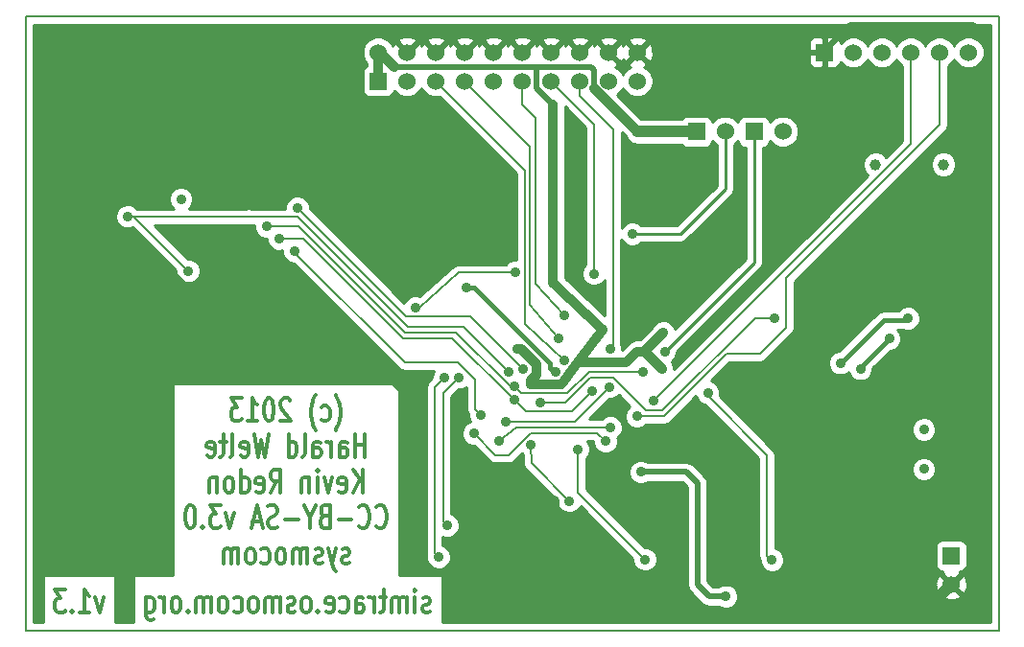
<source format=gbl>
G04 (created by PCBNEW (2013-may-18)-stable) date So 27 Okt 2013 12:43:41 CET*
%MOIN*%
G04 Gerber Fmt 3.4, Leading zero omitted, Abs format*
%FSLAX34Y34*%
G01*
G70*
G90*
G04 APERTURE LIST*
%ADD10C,0.00590551*%
%ADD11C,0.012*%
%ADD12C,0.008*%
%ADD13R,0.06X0.06*%
%ADD14C,0.06*%
%ADD15C,0.0354*%
%ADD16C,0.0394*%
%ADD17C,0.035*%
%ADD18C,0.0098*%
%ADD19C,0.016*%
%ADD20C,0.0197*%
%ADD21C,0.0394*%
%ADD22C,0.032*%
%ADD23C,0.01*%
G04 APERTURE END LIST*
G54D10*
G54D11*
X17157Y-55140D02*
X17014Y-55673D01*
X16871Y-55140D01*
X16328Y-55673D02*
X16671Y-55673D01*
X16500Y-55673D02*
X16500Y-54873D01*
X16557Y-54988D01*
X16614Y-55064D01*
X16671Y-55102D01*
X16071Y-55597D02*
X16042Y-55635D01*
X16071Y-55673D01*
X16099Y-55635D01*
X16071Y-55597D01*
X16071Y-55673D01*
X15842Y-54873D02*
X15471Y-54873D01*
X15671Y-55178D01*
X15585Y-55178D01*
X15528Y-55216D01*
X15500Y-55254D01*
X15471Y-55330D01*
X15471Y-55521D01*
X15500Y-55597D01*
X15528Y-55635D01*
X15585Y-55673D01*
X15757Y-55673D01*
X15814Y-55635D01*
X15842Y-55597D01*
X25214Y-49328D02*
X25242Y-49290D01*
X25300Y-49176D01*
X25328Y-49100D01*
X25357Y-48985D01*
X25385Y-48795D01*
X25385Y-48642D01*
X25357Y-48452D01*
X25328Y-48338D01*
X25300Y-48261D01*
X25242Y-48147D01*
X25214Y-48109D01*
X24728Y-48985D02*
X24785Y-49023D01*
X24900Y-49023D01*
X24957Y-48985D01*
X24985Y-48947D01*
X25014Y-48871D01*
X25014Y-48642D01*
X24985Y-48566D01*
X24957Y-48528D01*
X24900Y-48490D01*
X24785Y-48490D01*
X24728Y-48528D01*
X24528Y-49328D02*
X24500Y-49290D01*
X24442Y-49176D01*
X24414Y-49100D01*
X24385Y-48985D01*
X24357Y-48795D01*
X24357Y-48642D01*
X24385Y-48452D01*
X24414Y-48338D01*
X24442Y-48261D01*
X24500Y-48147D01*
X24528Y-48109D01*
X23642Y-48300D02*
X23614Y-48261D01*
X23557Y-48223D01*
X23414Y-48223D01*
X23357Y-48261D01*
X23328Y-48300D01*
X23300Y-48376D01*
X23300Y-48452D01*
X23328Y-48566D01*
X23671Y-49023D01*
X23300Y-49023D01*
X22928Y-48223D02*
X22871Y-48223D01*
X22814Y-48261D01*
X22785Y-48300D01*
X22757Y-48376D01*
X22728Y-48528D01*
X22728Y-48719D01*
X22757Y-48871D01*
X22785Y-48947D01*
X22814Y-48985D01*
X22871Y-49023D01*
X22928Y-49023D01*
X22985Y-48985D01*
X23014Y-48947D01*
X23042Y-48871D01*
X23071Y-48719D01*
X23071Y-48528D01*
X23042Y-48376D01*
X23014Y-48300D01*
X22985Y-48261D01*
X22928Y-48223D01*
X22157Y-49023D02*
X22499Y-49023D01*
X22328Y-49023D02*
X22328Y-48223D01*
X22385Y-48338D01*
X22442Y-48414D01*
X22499Y-48452D01*
X21957Y-48223D02*
X21585Y-48223D01*
X21785Y-48528D01*
X21699Y-48528D01*
X21642Y-48566D01*
X21614Y-48604D01*
X21585Y-48680D01*
X21585Y-48871D01*
X21614Y-48947D01*
X21642Y-48985D01*
X21699Y-49023D01*
X21871Y-49023D01*
X21928Y-48985D01*
X21957Y-48947D01*
X26242Y-50263D02*
X26242Y-49463D01*
X26242Y-49844D02*
X25900Y-49844D01*
X25900Y-50263D02*
X25900Y-49463D01*
X25357Y-50263D02*
X25357Y-49844D01*
X25385Y-49768D01*
X25442Y-49730D01*
X25557Y-49730D01*
X25614Y-49768D01*
X25357Y-50225D02*
X25414Y-50263D01*
X25557Y-50263D01*
X25614Y-50225D01*
X25642Y-50149D01*
X25642Y-50073D01*
X25614Y-49997D01*
X25557Y-49959D01*
X25414Y-49959D01*
X25357Y-49920D01*
X25071Y-50263D02*
X25071Y-49730D01*
X25071Y-49882D02*
X25042Y-49806D01*
X25014Y-49768D01*
X24957Y-49730D01*
X24900Y-49730D01*
X24442Y-50263D02*
X24442Y-49844D01*
X24471Y-49768D01*
X24528Y-49730D01*
X24642Y-49730D01*
X24700Y-49768D01*
X24442Y-50225D02*
X24500Y-50263D01*
X24642Y-50263D01*
X24700Y-50225D01*
X24728Y-50149D01*
X24728Y-50073D01*
X24700Y-49997D01*
X24642Y-49959D01*
X24500Y-49959D01*
X24442Y-49920D01*
X24071Y-50263D02*
X24128Y-50225D01*
X24157Y-50149D01*
X24157Y-49463D01*
X23585Y-50263D02*
X23585Y-49463D01*
X23585Y-50225D02*
X23642Y-50263D01*
X23757Y-50263D01*
X23814Y-50225D01*
X23842Y-50187D01*
X23871Y-50111D01*
X23871Y-49882D01*
X23842Y-49806D01*
X23814Y-49768D01*
X23757Y-49730D01*
X23642Y-49730D01*
X23585Y-49768D01*
X22900Y-49463D02*
X22757Y-50263D01*
X22642Y-49692D01*
X22528Y-50263D01*
X22385Y-49463D01*
X21928Y-50225D02*
X21985Y-50263D01*
X22100Y-50263D01*
X22157Y-50225D01*
X22185Y-50149D01*
X22185Y-49844D01*
X22157Y-49768D01*
X22100Y-49730D01*
X21985Y-49730D01*
X21928Y-49768D01*
X21900Y-49844D01*
X21900Y-49920D01*
X22185Y-49997D01*
X21557Y-50263D02*
X21614Y-50225D01*
X21642Y-50149D01*
X21642Y-49463D01*
X21414Y-49730D02*
X21185Y-49730D01*
X21328Y-49463D02*
X21328Y-50149D01*
X21299Y-50225D01*
X21242Y-50263D01*
X21185Y-50263D01*
X20757Y-50225D02*
X20814Y-50263D01*
X20928Y-50263D01*
X20985Y-50225D01*
X21014Y-50149D01*
X21014Y-49844D01*
X20985Y-49768D01*
X20928Y-49730D01*
X20814Y-49730D01*
X20757Y-49768D01*
X20728Y-49844D01*
X20728Y-49920D01*
X21014Y-49997D01*
X26157Y-51503D02*
X26157Y-50703D01*
X25814Y-51503D02*
X26071Y-51046D01*
X25814Y-50703D02*
X26157Y-51160D01*
X25328Y-51465D02*
X25385Y-51503D01*
X25500Y-51503D01*
X25557Y-51465D01*
X25585Y-51389D01*
X25585Y-51084D01*
X25557Y-51008D01*
X25500Y-50970D01*
X25385Y-50970D01*
X25328Y-51008D01*
X25300Y-51084D01*
X25300Y-51160D01*
X25585Y-51237D01*
X25100Y-50970D02*
X24957Y-51503D01*
X24814Y-50970D01*
X24585Y-51503D02*
X24585Y-50970D01*
X24585Y-50703D02*
X24614Y-50741D01*
X24585Y-50780D01*
X24557Y-50741D01*
X24585Y-50703D01*
X24585Y-50780D01*
X24300Y-50970D02*
X24300Y-51503D01*
X24300Y-51046D02*
X24271Y-51008D01*
X24214Y-50970D01*
X24128Y-50970D01*
X24071Y-51008D01*
X24042Y-51084D01*
X24042Y-51503D01*
X22957Y-51503D02*
X23157Y-51122D01*
X23300Y-51503D02*
X23300Y-50703D01*
X23071Y-50703D01*
X23014Y-50741D01*
X22985Y-50780D01*
X22957Y-50856D01*
X22957Y-50970D01*
X22985Y-51046D01*
X23014Y-51084D01*
X23071Y-51122D01*
X23300Y-51122D01*
X22471Y-51465D02*
X22528Y-51503D01*
X22642Y-51503D01*
X22700Y-51465D01*
X22728Y-51389D01*
X22728Y-51084D01*
X22700Y-51008D01*
X22642Y-50970D01*
X22528Y-50970D01*
X22471Y-51008D01*
X22442Y-51084D01*
X22442Y-51160D01*
X22728Y-51237D01*
X21928Y-51503D02*
X21928Y-50703D01*
X21928Y-51465D02*
X21985Y-51503D01*
X22100Y-51503D01*
X22157Y-51465D01*
X22185Y-51427D01*
X22214Y-51351D01*
X22214Y-51122D01*
X22185Y-51046D01*
X22157Y-51008D01*
X22100Y-50970D01*
X21985Y-50970D01*
X21928Y-51008D01*
X21557Y-51503D02*
X21614Y-51465D01*
X21642Y-51427D01*
X21671Y-51351D01*
X21671Y-51122D01*
X21642Y-51046D01*
X21614Y-51008D01*
X21557Y-50970D01*
X21471Y-50970D01*
X21414Y-51008D01*
X21385Y-51046D01*
X21357Y-51122D01*
X21357Y-51351D01*
X21385Y-51427D01*
X21414Y-51465D01*
X21471Y-51503D01*
X21557Y-51503D01*
X21100Y-50970D02*
X21100Y-51503D01*
X21100Y-51046D02*
X21071Y-51008D01*
X21014Y-50970D01*
X20928Y-50970D01*
X20871Y-51008D01*
X20842Y-51084D01*
X20842Y-51503D01*
X26628Y-52667D02*
X26657Y-52705D01*
X26742Y-52743D01*
X26800Y-52743D01*
X26885Y-52705D01*
X26942Y-52629D01*
X26971Y-52553D01*
X27000Y-52400D01*
X27000Y-52286D01*
X26971Y-52134D01*
X26942Y-52058D01*
X26885Y-51981D01*
X26800Y-51943D01*
X26742Y-51943D01*
X26657Y-51981D01*
X26628Y-52020D01*
X26028Y-52667D02*
X26057Y-52705D01*
X26142Y-52743D01*
X26200Y-52743D01*
X26285Y-52705D01*
X26342Y-52629D01*
X26371Y-52553D01*
X26400Y-52400D01*
X26400Y-52286D01*
X26371Y-52134D01*
X26342Y-52058D01*
X26285Y-51981D01*
X26200Y-51943D01*
X26142Y-51943D01*
X26057Y-51981D01*
X26028Y-52020D01*
X25771Y-52439D02*
X25314Y-52439D01*
X24828Y-52324D02*
X24742Y-52362D01*
X24714Y-52400D01*
X24685Y-52477D01*
X24685Y-52591D01*
X24714Y-52667D01*
X24742Y-52705D01*
X24800Y-52743D01*
X25028Y-52743D01*
X25028Y-51943D01*
X24828Y-51943D01*
X24771Y-51981D01*
X24742Y-52020D01*
X24714Y-52096D01*
X24714Y-52172D01*
X24742Y-52248D01*
X24771Y-52286D01*
X24828Y-52324D01*
X25028Y-52324D01*
X24314Y-52362D02*
X24314Y-52743D01*
X24514Y-51943D02*
X24314Y-52362D01*
X24114Y-51943D01*
X23914Y-52439D02*
X23457Y-52439D01*
X23200Y-52705D02*
X23114Y-52743D01*
X22971Y-52743D01*
X22914Y-52705D01*
X22885Y-52667D01*
X22857Y-52591D01*
X22857Y-52515D01*
X22885Y-52439D01*
X22914Y-52400D01*
X22971Y-52362D01*
X23085Y-52324D01*
X23142Y-52286D01*
X23171Y-52248D01*
X23200Y-52172D01*
X23200Y-52096D01*
X23171Y-52020D01*
X23142Y-51981D01*
X23085Y-51943D01*
X22942Y-51943D01*
X22857Y-51981D01*
X22628Y-52515D02*
X22342Y-52515D01*
X22685Y-52743D02*
X22485Y-51943D01*
X22285Y-52743D01*
X21685Y-52210D02*
X21542Y-52743D01*
X21399Y-52210D01*
X21228Y-51943D02*
X20857Y-51943D01*
X21057Y-52248D01*
X20971Y-52248D01*
X20914Y-52286D01*
X20885Y-52324D01*
X20857Y-52400D01*
X20857Y-52591D01*
X20885Y-52667D01*
X20914Y-52705D01*
X20971Y-52743D01*
X21142Y-52743D01*
X21199Y-52705D01*
X21228Y-52667D01*
X20599Y-52667D02*
X20571Y-52705D01*
X20599Y-52743D01*
X20628Y-52705D01*
X20599Y-52667D01*
X20599Y-52743D01*
X20199Y-51943D02*
X20142Y-51943D01*
X20085Y-51981D01*
X20057Y-52020D01*
X20028Y-52096D01*
X19999Y-52248D01*
X19999Y-52439D01*
X20028Y-52591D01*
X20057Y-52667D01*
X20085Y-52705D01*
X20142Y-52743D01*
X20199Y-52743D01*
X20257Y-52705D01*
X20285Y-52667D01*
X20314Y-52591D01*
X20342Y-52439D01*
X20342Y-52248D01*
X20314Y-52096D01*
X20285Y-52020D01*
X20257Y-51981D01*
X20199Y-51943D01*
X25699Y-53945D02*
X25642Y-53983D01*
X25528Y-53983D01*
X25471Y-53945D01*
X25442Y-53869D01*
X25442Y-53831D01*
X25471Y-53755D01*
X25528Y-53717D01*
X25614Y-53717D01*
X25671Y-53679D01*
X25699Y-53602D01*
X25699Y-53564D01*
X25671Y-53488D01*
X25614Y-53450D01*
X25528Y-53450D01*
X25471Y-53488D01*
X25242Y-53450D02*
X25100Y-53983D01*
X24957Y-53450D02*
X25100Y-53983D01*
X25157Y-54174D01*
X25185Y-54212D01*
X25242Y-54250D01*
X24757Y-53945D02*
X24699Y-53983D01*
X24585Y-53983D01*
X24528Y-53945D01*
X24499Y-53869D01*
X24499Y-53831D01*
X24528Y-53755D01*
X24585Y-53717D01*
X24671Y-53717D01*
X24728Y-53679D01*
X24757Y-53602D01*
X24757Y-53564D01*
X24728Y-53488D01*
X24671Y-53450D01*
X24585Y-53450D01*
X24528Y-53488D01*
X24242Y-53983D02*
X24242Y-53450D01*
X24242Y-53526D02*
X24214Y-53488D01*
X24157Y-53450D01*
X24071Y-53450D01*
X24014Y-53488D01*
X23985Y-53564D01*
X23985Y-53983D01*
X23985Y-53564D02*
X23957Y-53488D01*
X23900Y-53450D01*
X23814Y-53450D01*
X23757Y-53488D01*
X23728Y-53564D01*
X23728Y-53983D01*
X23357Y-53983D02*
X23414Y-53945D01*
X23442Y-53907D01*
X23471Y-53831D01*
X23471Y-53602D01*
X23442Y-53526D01*
X23414Y-53488D01*
X23357Y-53450D01*
X23271Y-53450D01*
X23214Y-53488D01*
X23185Y-53526D01*
X23157Y-53602D01*
X23157Y-53831D01*
X23185Y-53907D01*
X23214Y-53945D01*
X23271Y-53983D01*
X23357Y-53983D01*
X22642Y-53945D02*
X22700Y-53983D01*
X22814Y-53983D01*
X22871Y-53945D01*
X22900Y-53907D01*
X22928Y-53831D01*
X22928Y-53602D01*
X22900Y-53526D01*
X22871Y-53488D01*
X22814Y-53450D01*
X22700Y-53450D01*
X22642Y-53488D01*
X22300Y-53983D02*
X22357Y-53945D01*
X22385Y-53907D01*
X22414Y-53831D01*
X22414Y-53602D01*
X22385Y-53526D01*
X22357Y-53488D01*
X22300Y-53450D01*
X22214Y-53450D01*
X22157Y-53488D01*
X22128Y-53526D01*
X22100Y-53602D01*
X22100Y-53831D01*
X22128Y-53907D01*
X22157Y-53945D01*
X22214Y-53983D01*
X22300Y-53983D01*
X21842Y-53983D02*
X21842Y-53450D01*
X21842Y-53526D02*
X21814Y-53488D01*
X21757Y-53450D01*
X21671Y-53450D01*
X21614Y-53488D01*
X21585Y-53564D01*
X21585Y-53983D01*
X21585Y-53564D02*
X21557Y-53488D01*
X21500Y-53450D01*
X21414Y-53450D01*
X21357Y-53488D01*
X21328Y-53564D01*
X21328Y-53983D01*
G54D12*
X14450Y-56300D02*
X14450Y-34950D01*
X48250Y-56300D02*
X14450Y-56300D01*
X48250Y-34950D02*
X48250Y-56300D01*
X15250Y-34950D02*
X48250Y-34950D01*
X14450Y-34950D02*
X15250Y-34950D01*
G54D11*
X28492Y-55635D02*
X28435Y-55673D01*
X28321Y-55673D01*
X28264Y-55635D01*
X28235Y-55559D01*
X28235Y-55521D01*
X28264Y-55445D01*
X28321Y-55407D01*
X28407Y-55407D01*
X28464Y-55369D01*
X28492Y-55292D01*
X28492Y-55254D01*
X28464Y-55178D01*
X28407Y-55140D01*
X28321Y-55140D01*
X28264Y-55178D01*
X27978Y-55673D02*
X27978Y-55140D01*
X27978Y-54873D02*
X28007Y-54911D01*
X27978Y-54950D01*
X27949Y-54911D01*
X27978Y-54873D01*
X27978Y-54950D01*
X27692Y-55673D02*
X27692Y-55140D01*
X27692Y-55216D02*
X27664Y-55178D01*
X27607Y-55140D01*
X27521Y-55140D01*
X27464Y-55178D01*
X27435Y-55254D01*
X27435Y-55673D01*
X27435Y-55254D02*
X27407Y-55178D01*
X27350Y-55140D01*
X27264Y-55140D01*
X27207Y-55178D01*
X27178Y-55254D01*
X27178Y-55673D01*
X26978Y-55140D02*
X26750Y-55140D01*
X26892Y-54873D02*
X26892Y-55559D01*
X26864Y-55635D01*
X26807Y-55673D01*
X26750Y-55673D01*
X26550Y-55673D02*
X26550Y-55140D01*
X26550Y-55292D02*
X26521Y-55216D01*
X26492Y-55178D01*
X26435Y-55140D01*
X26378Y-55140D01*
X25921Y-55673D02*
X25921Y-55254D01*
X25949Y-55178D01*
X26007Y-55140D01*
X26121Y-55140D01*
X26178Y-55178D01*
X25921Y-55635D02*
X25978Y-55673D01*
X26121Y-55673D01*
X26178Y-55635D01*
X26207Y-55559D01*
X26207Y-55483D01*
X26178Y-55407D01*
X26121Y-55369D01*
X25978Y-55369D01*
X25921Y-55330D01*
X25378Y-55635D02*
X25435Y-55673D01*
X25550Y-55673D01*
X25607Y-55635D01*
X25635Y-55597D01*
X25664Y-55521D01*
X25664Y-55292D01*
X25635Y-55216D01*
X25607Y-55178D01*
X25550Y-55140D01*
X25435Y-55140D01*
X25378Y-55178D01*
X24892Y-55635D02*
X24949Y-55673D01*
X25064Y-55673D01*
X25121Y-55635D01*
X25149Y-55559D01*
X25149Y-55254D01*
X25121Y-55178D01*
X25064Y-55140D01*
X24949Y-55140D01*
X24892Y-55178D01*
X24864Y-55254D01*
X24864Y-55330D01*
X25149Y-55407D01*
X24607Y-55597D02*
X24578Y-55635D01*
X24607Y-55673D01*
X24635Y-55635D01*
X24607Y-55597D01*
X24607Y-55673D01*
X24235Y-55673D02*
X24292Y-55635D01*
X24321Y-55597D01*
X24349Y-55521D01*
X24349Y-55292D01*
X24321Y-55216D01*
X24292Y-55178D01*
X24235Y-55140D01*
X24149Y-55140D01*
X24092Y-55178D01*
X24064Y-55216D01*
X24035Y-55292D01*
X24035Y-55521D01*
X24064Y-55597D01*
X24092Y-55635D01*
X24149Y-55673D01*
X24235Y-55673D01*
X23807Y-55635D02*
X23749Y-55673D01*
X23635Y-55673D01*
X23578Y-55635D01*
X23549Y-55559D01*
X23549Y-55521D01*
X23578Y-55445D01*
X23635Y-55407D01*
X23721Y-55407D01*
X23778Y-55369D01*
X23807Y-55292D01*
X23807Y-55254D01*
X23778Y-55178D01*
X23721Y-55140D01*
X23635Y-55140D01*
X23578Y-55178D01*
X23292Y-55673D02*
X23292Y-55140D01*
X23292Y-55216D02*
X23264Y-55178D01*
X23207Y-55140D01*
X23121Y-55140D01*
X23064Y-55178D01*
X23035Y-55254D01*
X23035Y-55673D01*
X23035Y-55254D02*
X23007Y-55178D01*
X22950Y-55140D01*
X22864Y-55140D01*
X22807Y-55178D01*
X22778Y-55254D01*
X22778Y-55673D01*
X22407Y-55673D02*
X22464Y-55635D01*
X22492Y-55597D01*
X22521Y-55521D01*
X22521Y-55292D01*
X22492Y-55216D01*
X22464Y-55178D01*
X22407Y-55140D01*
X22321Y-55140D01*
X22264Y-55178D01*
X22235Y-55216D01*
X22207Y-55292D01*
X22207Y-55521D01*
X22235Y-55597D01*
X22264Y-55635D01*
X22321Y-55673D01*
X22407Y-55673D01*
X21692Y-55635D02*
X21750Y-55673D01*
X21864Y-55673D01*
X21921Y-55635D01*
X21950Y-55597D01*
X21978Y-55521D01*
X21978Y-55292D01*
X21950Y-55216D01*
X21921Y-55178D01*
X21864Y-55140D01*
X21750Y-55140D01*
X21692Y-55178D01*
X21350Y-55673D02*
X21407Y-55635D01*
X21435Y-55597D01*
X21464Y-55521D01*
X21464Y-55292D01*
X21435Y-55216D01*
X21407Y-55178D01*
X21350Y-55140D01*
X21264Y-55140D01*
X21207Y-55178D01*
X21178Y-55216D01*
X21150Y-55292D01*
X21150Y-55521D01*
X21178Y-55597D01*
X21207Y-55635D01*
X21264Y-55673D01*
X21350Y-55673D01*
X20892Y-55673D02*
X20892Y-55140D01*
X20892Y-55216D02*
X20864Y-55178D01*
X20807Y-55140D01*
X20721Y-55140D01*
X20664Y-55178D01*
X20635Y-55254D01*
X20635Y-55673D01*
X20635Y-55254D02*
X20607Y-55178D01*
X20550Y-55140D01*
X20464Y-55140D01*
X20407Y-55178D01*
X20378Y-55254D01*
X20378Y-55673D01*
X20092Y-55597D02*
X20064Y-55635D01*
X20092Y-55673D01*
X20121Y-55635D01*
X20092Y-55597D01*
X20092Y-55673D01*
X19721Y-55673D02*
X19778Y-55635D01*
X19807Y-55597D01*
X19835Y-55521D01*
X19835Y-55292D01*
X19807Y-55216D01*
X19778Y-55178D01*
X19721Y-55140D01*
X19635Y-55140D01*
X19578Y-55178D01*
X19550Y-55216D01*
X19521Y-55292D01*
X19521Y-55521D01*
X19550Y-55597D01*
X19578Y-55635D01*
X19635Y-55673D01*
X19721Y-55673D01*
X19264Y-55673D02*
X19264Y-55140D01*
X19264Y-55292D02*
X19235Y-55216D01*
X19207Y-55178D01*
X19150Y-55140D01*
X19092Y-55140D01*
X18635Y-55140D02*
X18635Y-55788D01*
X18664Y-55864D01*
X18692Y-55902D01*
X18750Y-55940D01*
X18835Y-55940D01*
X18892Y-55902D01*
X18635Y-55635D02*
X18692Y-55673D01*
X18807Y-55673D01*
X18864Y-55635D01*
X18892Y-55597D01*
X18921Y-55521D01*
X18921Y-55292D01*
X18892Y-55216D01*
X18864Y-55178D01*
X18807Y-55140D01*
X18692Y-55140D01*
X18635Y-55178D01*
G54D13*
X42200Y-36200D03*
G54D14*
X43200Y-36200D03*
X44200Y-36200D03*
X45200Y-36200D03*
X46200Y-36200D03*
X47200Y-36200D03*
G54D15*
X45650Y-50689D03*
X45650Y-49311D03*
G54D13*
X46600Y-53700D03*
G54D14*
X46600Y-54700D03*
G54D13*
X26700Y-37200D03*
G54D14*
X26700Y-36200D03*
X27700Y-37200D03*
X27700Y-36200D03*
X28700Y-37200D03*
X28700Y-36200D03*
X29700Y-37200D03*
X29700Y-36200D03*
X30700Y-37200D03*
X30700Y-36200D03*
X31700Y-37200D03*
X31700Y-36200D03*
X32700Y-37200D03*
X32700Y-36200D03*
X33700Y-37200D03*
X33700Y-36200D03*
X34700Y-37200D03*
X34700Y-36200D03*
X35700Y-37200D03*
X35700Y-36200D03*
G54D13*
X37750Y-38950D03*
G54D14*
X38750Y-38950D03*
G54D13*
X39750Y-38950D03*
G54D14*
X40750Y-38950D03*
G54D16*
X46331Y-40100D03*
X43969Y-40100D03*
G54D17*
X19850Y-41300D03*
X34750Y-46500D03*
X35910Y-47293D03*
X31421Y-47811D03*
X22816Y-42245D03*
X34737Y-47832D03*
X31131Y-49039D03*
X33639Y-50003D03*
X35965Y-53828D03*
X36268Y-48322D03*
X35682Y-48858D03*
X18000Y-41900D03*
X31217Y-47293D03*
X20100Y-43800D03*
X23261Y-42681D03*
X34128Y-47979D03*
X31426Y-48290D03*
X29100Y-52650D03*
X29500Y-47500D03*
X29000Y-47500D03*
X28800Y-53750D03*
X31733Y-47209D03*
X23892Y-41603D03*
X30900Y-49700D03*
X34764Y-49247D03*
X30250Y-48800D03*
X23802Y-43110D03*
X40375Y-53850D03*
X38147Y-48037D03*
X34597Y-49724D03*
X30013Y-49446D03*
X33150Y-45350D03*
X33150Y-46900D03*
X34193Y-43899D03*
X36650Y-46600D03*
X32950Y-46150D03*
X32850Y-47300D03*
X29777Y-44364D03*
X38779Y-55118D03*
X35826Y-50787D03*
X33332Y-51799D03*
X32000Y-49850D03*
X36550Y-47200D03*
X31986Y-47726D03*
X44450Y-46150D03*
X32772Y-43374D03*
X31514Y-46505D03*
X43450Y-47200D03*
X34500Y-45850D03*
X36600Y-45950D03*
X30500Y-51800D03*
X29450Y-49050D03*
X31975Y-51825D03*
X35300Y-41257D03*
X28150Y-48500D03*
X47100Y-40450D03*
X25600Y-35500D03*
X27400Y-39850D03*
X15700Y-42400D03*
X33599Y-39803D03*
X31250Y-42050D03*
X28093Y-44156D03*
X40600Y-42850D03*
X36950Y-52075D03*
X38650Y-45250D03*
X28618Y-42765D03*
X36150Y-43450D03*
X18650Y-43050D03*
X42750Y-47000D03*
X45100Y-45450D03*
X32321Y-48367D03*
X40475Y-45434D03*
X35524Y-42509D03*
X27997Y-45069D03*
X31450Y-43850D03*
G54D12*
X34850Y-46400D02*
X34866Y-38866D01*
X34750Y-46500D02*
X34850Y-46400D01*
X33700Y-37200D02*
X33700Y-37700D01*
X33700Y-37700D02*
X34866Y-38866D01*
X34015Y-47293D02*
X33260Y-48048D01*
X33260Y-48048D02*
X31658Y-48048D01*
X29398Y-45926D02*
X31283Y-47811D01*
X31283Y-47811D02*
X31421Y-47811D01*
X35910Y-47293D02*
X34015Y-47293D01*
X23934Y-42245D02*
X27615Y-45926D01*
X31658Y-48048D02*
X31421Y-47811D01*
X27615Y-45926D02*
X29398Y-45926D01*
X22816Y-42245D02*
X23934Y-42245D01*
X33530Y-49039D02*
X34737Y-47832D01*
X31131Y-49039D02*
X33530Y-49039D01*
X35965Y-53828D02*
X33639Y-51502D01*
X33639Y-51502D02*
X33639Y-50003D01*
X45200Y-39390D02*
X36268Y-48322D01*
X45200Y-36200D02*
X45200Y-39390D01*
X36616Y-48858D02*
X35682Y-48858D01*
X46200Y-38722D02*
X40872Y-44050D01*
X40872Y-45760D02*
X39948Y-46684D01*
X46200Y-36200D02*
X46200Y-38722D01*
X40872Y-44050D02*
X40872Y-45760D01*
X39948Y-46684D02*
X38790Y-46684D01*
X38790Y-46684D02*
X36616Y-48858D01*
X29666Y-45742D02*
X31217Y-47293D01*
X22176Y-41924D02*
X22200Y-41900D01*
X18200Y-41900D02*
X18000Y-41900D01*
X22200Y-41900D02*
X22200Y-41924D01*
X18024Y-41924D02*
X20224Y-41924D01*
X22200Y-41924D02*
X23895Y-41924D01*
X20224Y-41924D02*
X22176Y-41924D01*
X23895Y-41924D02*
X27713Y-45742D01*
X18000Y-41900D02*
X18024Y-41924D01*
X27713Y-45742D02*
X29666Y-45742D01*
X20100Y-43800D02*
X18200Y-41900D01*
X33421Y-48686D02*
X34128Y-47979D01*
X29278Y-46142D02*
X31426Y-48290D01*
X24110Y-42681D02*
X27571Y-46142D01*
X27571Y-46142D02*
X29278Y-46142D01*
X31426Y-48290D02*
X31822Y-48686D01*
X31822Y-48686D02*
X33421Y-48686D01*
X23261Y-42681D02*
X24110Y-42681D01*
X28950Y-52500D02*
X28950Y-51950D01*
X29100Y-52650D02*
X28950Y-52500D01*
X29500Y-47500D02*
X28950Y-48050D01*
X28950Y-48050D02*
X28950Y-51950D01*
X29000Y-47500D02*
X28650Y-47850D01*
X28650Y-53600D02*
X28800Y-53750D01*
X28650Y-47850D02*
X28650Y-53600D01*
X29912Y-45388D02*
X31733Y-47209D01*
X23892Y-41603D02*
X27677Y-45388D01*
X27677Y-45388D02*
X29912Y-45388D01*
X30900Y-49700D02*
X31490Y-49247D01*
X31490Y-49247D02*
X34764Y-49247D01*
X30055Y-48605D02*
X30055Y-47566D01*
X30250Y-48800D02*
X30055Y-48605D01*
X30055Y-47566D02*
X29477Y-46988D01*
X29477Y-46988D02*
X27623Y-46988D01*
X27623Y-46988D02*
X23802Y-43167D01*
X23802Y-43167D02*
X23802Y-43110D01*
X38147Y-48037D02*
X38147Y-48147D01*
X40200Y-53700D02*
X40375Y-53850D01*
X38147Y-48147D02*
X40200Y-50200D01*
X40200Y-50200D02*
X40200Y-53700D01*
X30766Y-50199D02*
X31240Y-50199D01*
X30013Y-49446D02*
X30766Y-50199D01*
X32005Y-49434D02*
X34307Y-49434D01*
X31240Y-50199D02*
X32005Y-49434D01*
X34307Y-49434D02*
X34597Y-49724D01*
X31700Y-37200D02*
X31700Y-38000D01*
X32163Y-44246D02*
X32163Y-38463D01*
X33150Y-45350D02*
X32163Y-44246D01*
X31700Y-38000D02*
X32163Y-38463D01*
X31795Y-40295D02*
X28700Y-37200D01*
X33150Y-46900D02*
X31795Y-45643D01*
X31795Y-45643D02*
X31795Y-40295D01*
X34193Y-43899D02*
X34193Y-38693D01*
X34193Y-38693D02*
X32700Y-37200D01*
G54D18*
X39750Y-38950D02*
X39750Y-43500D01*
X39750Y-43500D02*
X36650Y-46600D01*
G54D12*
X32950Y-46150D02*
X31979Y-44967D01*
X31979Y-39479D02*
X29700Y-37200D01*
X31979Y-44967D02*
X31979Y-39479D01*
G54D19*
X29777Y-44364D02*
X30014Y-44364D01*
X30014Y-44364D02*
X32650Y-47000D01*
X32650Y-47185D02*
X32850Y-47300D01*
X32650Y-47000D02*
X32650Y-47185D01*
G54D20*
X38188Y-55118D02*
X38779Y-55118D01*
X37795Y-54724D02*
X38188Y-55118D01*
X37795Y-51181D02*
X37795Y-54724D01*
X37401Y-50787D02*
X37795Y-51181D01*
X35826Y-50787D02*
X37401Y-50787D01*
G54D12*
X32018Y-50485D02*
X32000Y-49850D01*
X33332Y-51799D02*
X32018Y-50485D01*
G54D21*
X37750Y-38950D02*
X35700Y-38950D01*
G54D20*
X34206Y-36806D02*
X34206Y-37294D01*
G54D22*
X34200Y-37450D02*
X35700Y-38950D01*
G54D20*
X34200Y-37300D02*
X34200Y-37450D01*
X34206Y-37294D02*
X34200Y-37300D01*
X34100Y-36700D02*
X32151Y-36700D01*
X34100Y-36700D02*
X34206Y-36806D01*
G54D22*
X35950Y-46600D02*
X35975Y-46625D01*
G54D12*
X32151Y-36700D02*
X32200Y-36749D01*
X32200Y-36749D02*
X34127Y-36749D01*
G54D22*
X33640Y-46992D02*
X35308Y-46992D01*
X35975Y-46625D02*
X35975Y-46575D01*
G54D19*
X26700Y-36200D02*
X26750Y-36200D01*
G54D22*
X26750Y-36200D02*
X27250Y-36700D01*
G54D20*
X27250Y-36700D02*
X32151Y-36700D01*
G54D22*
X35975Y-46625D02*
X36550Y-47200D01*
G54D20*
X32200Y-37450D02*
X32772Y-38022D01*
G54D22*
X32772Y-38022D02*
X32772Y-43374D01*
G54D20*
X32200Y-37200D02*
X32200Y-37450D01*
G54D12*
X34127Y-36749D02*
X34149Y-36771D01*
G54D22*
X32772Y-44219D02*
X34500Y-45850D01*
G54D12*
X26650Y-36650D02*
X26700Y-36650D01*
X34149Y-36771D02*
X34149Y-37388D01*
G54D22*
X35700Y-46600D02*
X35950Y-46600D01*
X33640Y-46992D02*
X33069Y-47750D01*
X35308Y-46992D02*
X35700Y-46600D01*
G54D20*
X32200Y-37200D02*
X32200Y-36749D01*
G54D19*
X32200Y-36749D02*
X32151Y-36700D01*
G54D22*
X26700Y-36200D02*
X26700Y-36650D01*
X32200Y-47400D02*
X32200Y-47050D01*
X33069Y-47750D02*
X32010Y-47750D01*
G54D19*
X44450Y-46150D02*
X43450Y-47150D01*
X32010Y-47750D02*
X31986Y-47726D01*
G54D22*
X34500Y-45850D02*
X33640Y-46992D01*
X26700Y-36650D02*
X26700Y-37200D01*
X35975Y-46575D02*
X36600Y-45950D01*
X31655Y-46505D02*
X31514Y-46505D01*
G54D12*
X34500Y-45850D02*
X32772Y-44219D01*
X26700Y-36650D02*
X26650Y-36650D01*
G54D22*
X32772Y-43374D02*
X32772Y-44219D01*
X31986Y-47614D02*
X32200Y-47400D01*
G54D19*
X34500Y-45850D02*
X34500Y-45850D01*
G54D12*
X34149Y-37388D02*
X35711Y-38950D01*
G54D22*
X32200Y-47050D02*
X31655Y-46505D01*
X31986Y-47726D02*
X31986Y-47614D01*
G54D19*
X43450Y-47150D02*
X43450Y-47200D01*
G54D20*
X29450Y-49050D02*
X29450Y-51000D01*
X29450Y-51000D02*
X30250Y-51800D01*
X30250Y-51800D02*
X30500Y-51800D01*
X31984Y-51816D02*
X32000Y-51816D01*
X31975Y-51825D02*
X31984Y-51816D01*
G54D22*
X35300Y-41257D02*
X35300Y-41250D01*
G54D20*
X47150Y-40450D02*
X47100Y-40450D01*
G54D22*
X26250Y-46600D02*
X22200Y-46600D01*
X18650Y-43050D02*
X22200Y-46600D01*
G54D21*
X33750Y-55750D02*
X36925Y-55750D01*
X32784Y-54784D02*
X33750Y-55750D01*
G54D22*
X32000Y-51816D02*
X32784Y-51816D01*
G54D21*
X32784Y-51816D02*
X32784Y-54784D01*
G54D20*
X47850Y-39750D02*
X47150Y-40450D01*
X43100Y-35250D02*
X47350Y-35250D01*
X47850Y-35750D02*
X47850Y-39750D01*
X47350Y-35250D02*
X47850Y-35750D01*
G54D22*
X26250Y-46600D02*
X28150Y-48500D01*
G54D21*
X36925Y-55750D02*
X45550Y-55750D01*
G54D20*
X42200Y-36200D02*
X42200Y-36150D01*
G54D21*
X45550Y-55750D02*
X46600Y-54700D01*
X25500Y-35600D02*
X25500Y-37950D01*
G54D20*
X42200Y-36150D02*
X43100Y-35250D01*
G54D21*
X27400Y-39850D02*
X25500Y-37950D01*
X25500Y-35600D02*
X25600Y-35500D01*
G54D22*
X30500Y-51800D02*
X31258Y-51816D01*
X31258Y-51816D02*
X32000Y-51816D01*
X33600Y-39802D02*
X33599Y-39803D01*
X33600Y-39800D02*
X33600Y-39802D01*
X36925Y-55750D02*
X36925Y-52100D01*
G54D12*
X18650Y-43050D02*
X18800Y-43050D01*
G54D20*
X28618Y-43631D02*
X28093Y-44156D01*
X28618Y-42765D02*
X28618Y-43631D01*
G54D22*
X36925Y-52100D02*
X36950Y-52075D01*
G54D21*
X40600Y-43300D02*
X38650Y-45250D01*
X40600Y-43300D02*
X40600Y-42850D01*
G54D19*
X45050Y-45500D02*
X44250Y-45500D01*
X45100Y-45450D02*
X45050Y-45500D01*
X44250Y-45500D02*
X42750Y-47000D01*
G54D12*
X36560Y-48654D02*
X36010Y-48654D01*
X40475Y-45434D02*
X39780Y-45434D01*
X39780Y-45434D02*
X36560Y-48654D01*
X33201Y-48367D02*
X32321Y-48367D01*
X34870Y-47514D02*
X34054Y-47514D01*
X34054Y-47514D02*
X33201Y-48367D01*
X36010Y-48654D02*
X34870Y-47514D01*
G54D18*
X38750Y-38950D02*
X38750Y-40950D01*
X38750Y-40950D02*
X37191Y-42509D01*
X35524Y-42509D02*
X37191Y-42509D01*
G54D12*
X28131Y-45069D02*
X27997Y-45069D01*
X31450Y-43850D02*
X29500Y-43850D01*
X29500Y-43850D02*
X28131Y-45069D01*
G54D23*
X33182Y-38092D02*
X33182Y-38092D01*
X33182Y-38172D02*
X33262Y-38172D01*
X33182Y-38252D02*
X33342Y-38252D01*
X33182Y-38332D02*
X33422Y-38332D01*
X33182Y-38412D02*
X33502Y-38412D01*
X33182Y-38492D02*
X33582Y-38492D01*
X33182Y-38572D02*
X33662Y-38572D01*
X33182Y-38652D02*
X33742Y-38652D01*
X33182Y-38732D02*
X33822Y-38732D01*
X33182Y-38812D02*
X33902Y-38812D01*
X33182Y-38892D02*
X33903Y-38892D01*
X33182Y-38972D02*
X33903Y-38972D01*
X33182Y-39052D02*
X33903Y-39052D01*
X33182Y-39132D02*
X33903Y-39132D01*
X33182Y-39212D02*
X33903Y-39212D01*
X33182Y-39292D02*
X33903Y-39292D01*
X33182Y-39372D02*
X33903Y-39372D01*
X33182Y-39452D02*
X33903Y-39452D01*
X33182Y-39532D02*
X33903Y-39532D01*
X33182Y-39612D02*
X33903Y-39612D01*
X33182Y-39692D02*
X33903Y-39692D01*
X33182Y-39772D02*
X33903Y-39772D01*
X33182Y-39852D02*
X33903Y-39852D01*
X33182Y-39932D02*
X33903Y-39932D01*
X33182Y-40012D02*
X33903Y-40012D01*
X33182Y-40092D02*
X33903Y-40092D01*
X33182Y-40172D02*
X33903Y-40172D01*
X33182Y-40252D02*
X33903Y-40252D01*
X33182Y-40332D02*
X33903Y-40332D01*
X33182Y-40412D02*
X33903Y-40412D01*
X33182Y-40492D02*
X33903Y-40492D01*
X33182Y-40572D02*
X33903Y-40572D01*
X33182Y-40652D02*
X33903Y-40652D01*
X33182Y-40732D02*
X33903Y-40732D01*
X33182Y-40812D02*
X33903Y-40812D01*
X33182Y-40892D02*
X33903Y-40892D01*
X33182Y-40972D02*
X33903Y-40972D01*
X33182Y-41052D02*
X33903Y-41052D01*
X33182Y-41132D02*
X33903Y-41132D01*
X33182Y-41212D02*
X33903Y-41212D01*
X33182Y-41292D02*
X33903Y-41292D01*
X33182Y-41372D02*
X33903Y-41372D01*
X33182Y-41452D02*
X33903Y-41452D01*
X33182Y-41532D02*
X33903Y-41532D01*
X33182Y-41612D02*
X33903Y-41612D01*
X33182Y-41692D02*
X33903Y-41692D01*
X33182Y-41772D02*
X33903Y-41772D01*
X33182Y-41852D02*
X33903Y-41852D01*
X33182Y-41932D02*
X33903Y-41932D01*
X33182Y-42012D02*
X33903Y-42012D01*
X33182Y-42092D02*
X33903Y-42092D01*
X33182Y-42172D02*
X33903Y-42172D01*
X33182Y-42252D02*
X33903Y-42252D01*
X33182Y-42332D02*
X33903Y-42332D01*
X33182Y-42412D02*
X33903Y-42412D01*
X33182Y-42492D02*
X33903Y-42492D01*
X33182Y-42572D02*
X33903Y-42572D01*
X33182Y-42652D02*
X33903Y-42652D01*
X33182Y-42732D02*
X33903Y-42732D01*
X33182Y-42812D02*
X33903Y-42812D01*
X33182Y-42892D02*
X33903Y-42892D01*
X33182Y-42972D02*
X33903Y-42972D01*
X33182Y-43052D02*
X33903Y-43052D01*
X33182Y-43132D02*
X33903Y-43132D01*
X33182Y-43212D02*
X33903Y-43212D01*
X33197Y-43292D02*
X33903Y-43292D01*
X33197Y-43372D02*
X33903Y-43372D01*
X33196Y-43452D02*
X33903Y-43452D01*
X33182Y-43532D02*
X33903Y-43532D01*
X33182Y-43612D02*
X33878Y-43612D01*
X33182Y-43692D02*
X33818Y-43692D01*
X33182Y-43772D02*
X33785Y-43772D01*
X33182Y-43852D02*
X33768Y-43852D01*
X33182Y-43932D02*
X33767Y-43932D01*
X33182Y-44012D02*
X33779Y-44012D01*
X33235Y-44092D02*
X33812Y-44092D01*
X33320Y-44172D02*
X33865Y-44172D01*
X34520Y-44172D02*
X34563Y-44172D01*
X33404Y-44252D02*
X33944Y-44252D01*
X34440Y-44252D02*
X34563Y-44252D01*
X33489Y-44332D02*
X34563Y-44332D01*
X33574Y-44412D02*
X34563Y-44412D01*
X33659Y-44492D02*
X34563Y-44492D01*
X33744Y-44572D02*
X34563Y-44572D01*
X33829Y-44652D02*
X34563Y-44652D01*
X33914Y-44732D02*
X34562Y-44732D01*
X33999Y-44812D02*
X34562Y-44812D01*
X34084Y-44892D02*
X34562Y-44892D01*
X34169Y-44972D02*
X34562Y-44972D01*
X34253Y-45052D02*
X34562Y-45052D01*
X34338Y-45132D02*
X34562Y-45132D01*
X34423Y-45212D02*
X34562Y-45212D01*
X34508Y-45292D02*
X34561Y-45292D01*
X35152Y-38982D02*
X35152Y-38982D01*
X35152Y-39062D02*
X35232Y-39062D01*
X35152Y-39142D02*
X35301Y-39142D01*
X35152Y-39222D02*
X35354Y-39222D01*
X35152Y-39302D02*
X35438Y-39302D01*
X38298Y-39302D02*
X38325Y-39302D01*
X35152Y-39382D02*
X35628Y-39382D01*
X38265Y-39382D02*
X38404Y-39382D01*
X35152Y-39462D02*
X37310Y-39462D01*
X38189Y-39462D02*
X38451Y-39462D01*
X35151Y-39542D02*
X38451Y-39542D01*
X35151Y-39622D02*
X38451Y-39622D01*
X35151Y-39702D02*
X38451Y-39702D01*
X35151Y-39782D02*
X38451Y-39782D01*
X35151Y-39862D02*
X38451Y-39862D01*
X35151Y-39942D02*
X38451Y-39942D01*
X35151Y-40022D02*
X38451Y-40022D01*
X35150Y-40102D02*
X38451Y-40102D01*
X35150Y-40182D02*
X38451Y-40182D01*
X35150Y-40262D02*
X38451Y-40262D01*
X35150Y-40342D02*
X38451Y-40342D01*
X35150Y-40422D02*
X38451Y-40422D01*
X35150Y-40502D02*
X38451Y-40502D01*
X35150Y-40582D02*
X38451Y-40582D01*
X35150Y-40662D02*
X38451Y-40662D01*
X35149Y-40742D02*
X38451Y-40742D01*
X35149Y-40822D02*
X38451Y-40822D01*
X35149Y-40902D02*
X38374Y-40902D01*
X35149Y-40982D02*
X38294Y-40982D01*
X35149Y-41062D02*
X38214Y-41062D01*
X35149Y-41142D02*
X38134Y-41142D01*
X35149Y-41222D02*
X38054Y-41222D01*
X35148Y-41302D02*
X37974Y-41302D01*
X35148Y-41382D02*
X37894Y-41382D01*
X35148Y-41462D02*
X37814Y-41462D01*
X35148Y-41542D02*
X37734Y-41542D01*
X35148Y-41622D02*
X37654Y-41622D01*
X35148Y-41702D02*
X37574Y-41702D01*
X35148Y-41782D02*
X37494Y-41782D01*
X35147Y-41862D02*
X37414Y-41862D01*
X35147Y-41942D02*
X37334Y-41942D01*
X35147Y-42022D02*
X37254Y-42022D01*
X35147Y-42102D02*
X35394Y-42102D01*
X35653Y-42102D02*
X37174Y-42102D01*
X35147Y-42182D02*
X35249Y-42182D01*
X35798Y-42182D02*
X37094Y-42182D01*
X35147Y-42262D02*
X35169Y-42262D01*
X39199Y-39277D02*
X39199Y-39277D01*
X39119Y-39357D02*
X39224Y-39357D01*
X39049Y-39437D02*
X39284Y-39437D01*
X39049Y-39517D02*
X39451Y-39517D01*
X39049Y-39597D02*
X39451Y-39597D01*
X39049Y-39677D02*
X39451Y-39677D01*
X39049Y-39757D02*
X39451Y-39757D01*
X39049Y-39837D02*
X39451Y-39837D01*
X39049Y-39917D02*
X39451Y-39917D01*
X39049Y-39997D02*
X39451Y-39997D01*
X39049Y-40077D02*
X39451Y-40077D01*
X39049Y-40157D02*
X39451Y-40157D01*
X39049Y-40237D02*
X39451Y-40237D01*
X39049Y-40317D02*
X39451Y-40317D01*
X39049Y-40397D02*
X39451Y-40397D01*
X39049Y-40477D02*
X39451Y-40477D01*
X39049Y-40557D02*
X39451Y-40557D01*
X39049Y-40637D02*
X39451Y-40637D01*
X39049Y-40717D02*
X39451Y-40717D01*
X39049Y-40797D02*
X39451Y-40797D01*
X39049Y-40877D02*
X39451Y-40877D01*
X39047Y-40957D02*
X39451Y-40957D01*
X39031Y-41037D02*
X39451Y-41037D01*
X38990Y-41117D02*
X39451Y-41117D01*
X38924Y-41197D02*
X39451Y-41197D01*
X38844Y-41277D02*
X39451Y-41277D01*
X38764Y-41357D02*
X39451Y-41357D01*
X38684Y-41437D02*
X39451Y-41437D01*
X38604Y-41517D02*
X39451Y-41517D01*
X38524Y-41597D02*
X39451Y-41597D01*
X38444Y-41677D02*
X39451Y-41677D01*
X38364Y-41757D02*
X39451Y-41757D01*
X38284Y-41837D02*
X39451Y-41837D01*
X38204Y-41917D02*
X39451Y-41917D01*
X38124Y-41997D02*
X39451Y-41997D01*
X38044Y-42077D02*
X39451Y-42077D01*
X37964Y-42157D02*
X39451Y-42157D01*
X37884Y-42237D02*
X39451Y-42237D01*
X37804Y-42317D02*
X39451Y-42317D01*
X37724Y-42397D02*
X39451Y-42397D01*
X37644Y-42477D02*
X39451Y-42477D01*
X37564Y-42557D02*
X39451Y-42557D01*
X37484Y-42637D02*
X39451Y-42637D01*
X35146Y-42717D02*
X35150Y-42717D01*
X37404Y-42717D02*
X39451Y-42717D01*
X35146Y-42797D02*
X35211Y-42797D01*
X37241Y-42797D02*
X39451Y-42797D01*
X35146Y-42877D02*
X35304Y-42877D01*
X35743Y-42877D02*
X39451Y-42877D01*
X35146Y-42957D02*
X39451Y-42957D01*
X35145Y-43037D02*
X39451Y-43037D01*
X35145Y-43117D02*
X39451Y-43117D01*
X35145Y-43197D02*
X39451Y-43197D01*
X35145Y-43277D02*
X39451Y-43277D01*
X35145Y-43357D02*
X39451Y-43357D01*
X35145Y-43437D02*
X39389Y-43437D01*
X35145Y-43517D02*
X39309Y-43517D01*
X35144Y-43597D02*
X39229Y-43597D01*
X35144Y-43677D02*
X39149Y-43677D01*
X35144Y-43757D02*
X39069Y-43757D01*
X35144Y-43837D02*
X38989Y-43837D01*
X35144Y-43917D02*
X38909Y-43917D01*
X35144Y-43997D02*
X38829Y-43997D01*
X35144Y-44077D02*
X38749Y-44077D01*
X35143Y-44157D02*
X38669Y-44157D01*
X35143Y-44237D02*
X38589Y-44237D01*
X35143Y-44317D02*
X38509Y-44317D01*
X35143Y-44397D02*
X38429Y-44397D01*
X35143Y-44477D02*
X38349Y-44477D01*
X35143Y-44557D02*
X38269Y-44557D01*
X35143Y-44637D02*
X38189Y-44637D01*
X35142Y-44717D02*
X38109Y-44717D01*
X35142Y-44797D02*
X38029Y-44797D01*
X35142Y-44877D02*
X37949Y-44877D01*
X35142Y-44957D02*
X37869Y-44957D01*
X35142Y-45037D02*
X37789Y-45037D01*
X35142Y-45117D02*
X37709Y-45117D01*
X35142Y-45197D02*
X37629Y-45197D01*
X35141Y-45277D02*
X37549Y-45277D01*
X35141Y-45357D02*
X37469Y-45357D01*
X35141Y-45437D02*
X37389Y-45437D01*
X35141Y-45517D02*
X37309Y-45517D01*
X35141Y-45597D02*
X36351Y-45597D01*
X36849Y-45597D02*
X37229Y-45597D01*
X35141Y-45677D02*
X36270Y-45677D01*
X36928Y-45677D02*
X37149Y-45677D01*
X35141Y-45757D02*
X36212Y-45757D01*
X36980Y-45757D02*
X37069Y-45757D01*
X35140Y-45837D02*
X36132Y-45837D01*
X35140Y-45917D02*
X36052Y-45917D01*
X35140Y-45997D02*
X35972Y-45997D01*
X35140Y-46077D02*
X35892Y-46077D01*
X35140Y-46157D02*
X35812Y-46157D01*
X35140Y-46237D02*
X35518Y-46237D01*
X35140Y-46317D02*
X35402Y-46317D01*
X35167Y-46397D02*
X35322Y-46397D01*
X35175Y-46477D02*
X35242Y-46477D01*
X14740Y-35240D02*
X47960Y-35240D01*
X14740Y-35320D02*
X47960Y-35320D01*
X14740Y-35400D02*
X47960Y-35400D01*
X14740Y-35480D02*
X47960Y-35480D01*
X14740Y-35560D02*
X47960Y-35560D01*
X14740Y-35640D02*
X47960Y-35640D01*
X14740Y-35720D02*
X26421Y-35720D01*
X26978Y-35720D02*
X27411Y-35720D01*
X27988Y-35720D02*
X28411Y-35720D01*
X28988Y-35720D02*
X29411Y-35720D01*
X29988Y-35720D02*
X30411Y-35720D01*
X30988Y-35720D02*
X31411Y-35720D01*
X31988Y-35720D02*
X32411Y-35720D01*
X32988Y-35720D02*
X33411Y-35720D01*
X33988Y-35720D02*
X34411Y-35720D01*
X34988Y-35720D02*
X35411Y-35720D01*
X35988Y-35720D02*
X41726Y-35720D01*
X42150Y-35720D02*
X42250Y-35720D01*
X42673Y-35720D02*
X42921Y-35720D01*
X43478Y-35720D02*
X43921Y-35720D01*
X44478Y-35720D02*
X44921Y-35720D01*
X45478Y-35720D02*
X45921Y-35720D01*
X46478Y-35720D02*
X46921Y-35720D01*
X47478Y-35720D02*
X47960Y-35720D01*
X14740Y-35800D02*
X26322Y-35800D01*
X27077Y-35800D02*
X27388Y-35800D01*
X28011Y-35800D02*
X28388Y-35800D01*
X29011Y-35800D02*
X29388Y-35800D01*
X30011Y-35800D02*
X30388Y-35800D01*
X31011Y-35800D02*
X31388Y-35800D01*
X32011Y-35800D02*
X32388Y-35800D01*
X33011Y-35800D02*
X33388Y-35800D01*
X34011Y-35800D02*
X34388Y-35800D01*
X35011Y-35800D02*
X35388Y-35800D01*
X36011Y-35800D02*
X41670Y-35800D01*
X42150Y-35800D02*
X42250Y-35800D01*
X42729Y-35800D02*
X42822Y-35800D01*
X43577Y-35800D02*
X43822Y-35800D01*
X44577Y-35800D02*
X44822Y-35800D01*
X45577Y-35800D02*
X45822Y-35800D01*
X46577Y-35800D02*
X46822Y-35800D01*
X47577Y-35800D02*
X47960Y-35800D01*
X14740Y-35880D02*
X26242Y-35880D01*
X27157Y-35880D02*
X27450Y-35880D01*
X27949Y-35880D02*
X28015Y-35880D01*
X28015Y-35880D02*
X28450Y-35880D01*
X28949Y-35880D02*
X29015Y-35880D01*
X29015Y-35880D02*
X29450Y-35880D01*
X29949Y-35880D02*
X30015Y-35880D01*
X30015Y-35880D02*
X30450Y-35880D01*
X30949Y-35880D02*
X31015Y-35880D01*
X31015Y-35880D02*
X31450Y-35880D01*
X31949Y-35880D02*
X32015Y-35880D01*
X32015Y-35880D02*
X32450Y-35880D01*
X32949Y-35880D02*
X33015Y-35880D01*
X33015Y-35880D02*
X33450Y-35880D01*
X33949Y-35880D02*
X34015Y-35880D01*
X34015Y-35880D02*
X34450Y-35880D01*
X34949Y-35880D02*
X35015Y-35880D01*
X35015Y-35880D02*
X35450Y-35880D01*
X35949Y-35880D02*
X36015Y-35880D01*
X36015Y-35880D02*
X41650Y-35880D01*
X42150Y-35880D02*
X42250Y-35880D01*
X43657Y-35880D02*
X43742Y-35880D01*
X44657Y-35880D02*
X44742Y-35880D01*
X45657Y-35880D02*
X45742Y-35880D01*
X46657Y-35880D02*
X46742Y-35880D01*
X47657Y-35880D02*
X47960Y-35880D01*
X14740Y-35960D02*
X26204Y-35960D01*
X27195Y-35960D02*
X27201Y-35960D01*
X27389Y-35960D02*
X27530Y-35960D01*
X27869Y-35960D02*
X28010Y-35960D01*
X28201Y-35960D02*
X28201Y-35960D01*
X28389Y-35960D02*
X28530Y-35960D01*
X28869Y-35960D02*
X29010Y-35960D01*
X29201Y-35960D02*
X29201Y-35960D01*
X29389Y-35960D02*
X29530Y-35960D01*
X29869Y-35960D02*
X30010Y-35960D01*
X30201Y-35960D02*
X30201Y-35960D01*
X30389Y-35960D02*
X30530Y-35960D01*
X30869Y-35960D02*
X31010Y-35960D01*
X31201Y-35960D02*
X31201Y-35960D01*
X31389Y-35960D02*
X31530Y-35960D01*
X31869Y-35960D02*
X32010Y-35960D01*
X32201Y-35960D02*
X32201Y-35960D01*
X32389Y-35960D02*
X32530Y-35960D01*
X32869Y-35960D02*
X33010Y-35960D01*
X33201Y-35960D02*
X33201Y-35960D01*
X33389Y-35960D02*
X33530Y-35960D01*
X33869Y-35960D02*
X34010Y-35960D01*
X34201Y-35960D02*
X34201Y-35960D01*
X34389Y-35960D02*
X34530Y-35960D01*
X34869Y-35960D02*
X35010Y-35960D01*
X35201Y-35960D02*
X35201Y-35960D01*
X35389Y-35960D02*
X35530Y-35960D01*
X35869Y-35960D02*
X36010Y-35960D01*
X36201Y-35960D02*
X41649Y-35960D01*
X42150Y-35960D02*
X42250Y-35960D01*
X43695Y-35960D02*
X43704Y-35960D01*
X44695Y-35960D02*
X44704Y-35960D01*
X45695Y-35960D02*
X45704Y-35960D01*
X46695Y-35960D02*
X46704Y-35960D01*
X47695Y-35960D02*
X47960Y-35960D01*
X14740Y-36040D02*
X26170Y-36040D01*
X27469Y-36040D02*
X27610Y-36040D01*
X27789Y-36040D02*
X27930Y-36040D01*
X28469Y-36040D02*
X28610Y-36040D01*
X28789Y-36040D02*
X28930Y-36040D01*
X29469Y-36040D02*
X29610Y-36040D01*
X29789Y-36040D02*
X29930Y-36040D01*
X30469Y-36040D02*
X30610Y-36040D01*
X30789Y-36040D02*
X30930Y-36040D01*
X31469Y-36040D02*
X31610Y-36040D01*
X31789Y-36040D02*
X31930Y-36040D01*
X32469Y-36040D02*
X32610Y-36040D01*
X32789Y-36040D02*
X32930Y-36040D01*
X33469Y-36040D02*
X33610Y-36040D01*
X33789Y-36040D02*
X33930Y-36040D01*
X34469Y-36040D02*
X34610Y-36040D01*
X34789Y-36040D02*
X34930Y-36040D01*
X35469Y-36040D02*
X35610Y-36040D01*
X35789Y-36040D02*
X35930Y-36040D01*
X36234Y-36040D02*
X41649Y-36040D01*
X42150Y-36040D02*
X42250Y-36040D01*
X47728Y-36040D02*
X47960Y-36040D01*
X14740Y-36120D02*
X26150Y-36120D01*
X27549Y-36120D02*
X27690Y-36120D01*
X27709Y-36120D02*
X27850Y-36120D01*
X28549Y-36120D02*
X28690Y-36120D01*
X28709Y-36120D02*
X28850Y-36120D01*
X29549Y-36120D02*
X29690Y-36120D01*
X29709Y-36120D02*
X29850Y-36120D01*
X30549Y-36120D02*
X30690Y-36120D01*
X30709Y-36120D02*
X30850Y-36120D01*
X31549Y-36120D02*
X31690Y-36120D01*
X31709Y-36120D02*
X31850Y-36120D01*
X32549Y-36120D02*
X32690Y-36120D01*
X32709Y-36120D02*
X32850Y-36120D01*
X33549Y-36120D02*
X33690Y-36120D01*
X33709Y-36120D02*
X33850Y-36120D01*
X34549Y-36120D02*
X34690Y-36120D01*
X34709Y-36120D02*
X34850Y-36120D01*
X35549Y-36120D02*
X35690Y-36120D01*
X35709Y-36120D02*
X35850Y-36120D01*
X36246Y-36120D02*
X41682Y-36120D01*
X42150Y-36120D02*
X42250Y-36120D01*
X47750Y-36120D02*
X47750Y-36120D01*
X47750Y-36120D02*
X47960Y-36120D01*
X14740Y-36200D02*
X26150Y-36200D01*
X27629Y-36200D02*
X27770Y-36200D01*
X28629Y-36200D02*
X28770Y-36200D01*
X29629Y-36200D02*
X29770Y-36200D01*
X30629Y-36200D02*
X30770Y-36200D01*
X31629Y-36200D02*
X31770Y-36200D01*
X32629Y-36200D02*
X32770Y-36200D01*
X33629Y-36200D02*
X33770Y-36200D01*
X34629Y-36200D02*
X34770Y-36200D01*
X35629Y-36200D02*
X35629Y-36200D01*
X35629Y-36200D02*
X35770Y-36200D01*
X36250Y-36200D02*
X42150Y-36200D01*
X42150Y-36200D02*
X42257Y-36200D01*
X47750Y-36200D02*
X47750Y-36200D01*
X47750Y-36200D02*
X47960Y-36200D01*
X14740Y-36280D02*
X26149Y-36280D01*
X34709Y-36280D02*
X34850Y-36280D01*
X35549Y-36280D02*
X35629Y-36280D01*
X35629Y-36280D02*
X35690Y-36280D01*
X35709Y-36280D02*
X35850Y-36280D01*
X36254Y-36280D02*
X41682Y-36280D01*
X42150Y-36280D02*
X42250Y-36280D01*
X47749Y-36280D02*
X47750Y-36280D01*
X47750Y-36280D02*
X47960Y-36280D01*
X14740Y-36360D02*
X26171Y-36360D01*
X34789Y-36360D02*
X34930Y-36360D01*
X35469Y-36360D02*
X35610Y-36360D01*
X35789Y-36360D02*
X35930Y-36360D01*
X36226Y-36360D02*
X36254Y-36360D01*
X36254Y-36360D02*
X41649Y-36360D01*
X42150Y-36360D02*
X42250Y-36360D01*
X47729Y-36360D02*
X47750Y-36360D01*
X47750Y-36360D02*
X47960Y-36360D01*
X14740Y-36440D02*
X26204Y-36440D01*
X34869Y-36440D02*
X35010Y-36440D01*
X35198Y-36440D02*
X35198Y-36440D01*
X35389Y-36440D02*
X35530Y-36440D01*
X35869Y-36440D02*
X36010Y-36440D01*
X36198Y-36440D02*
X36254Y-36440D01*
X36254Y-36440D02*
X41649Y-36440D01*
X42150Y-36440D02*
X42250Y-36440D01*
X43695Y-36440D02*
X43704Y-36440D01*
X44695Y-36440D02*
X44704Y-36440D01*
X46695Y-36440D02*
X46704Y-36440D01*
X47695Y-36440D02*
X47750Y-36440D01*
X47750Y-36440D02*
X47960Y-36440D01*
X14740Y-36520D02*
X26242Y-36520D01*
X34949Y-36520D02*
X35450Y-36520D01*
X35949Y-36520D02*
X36254Y-36520D01*
X36254Y-36520D02*
X41650Y-36520D01*
X42150Y-36520D02*
X42250Y-36520D01*
X43657Y-36520D02*
X43742Y-36520D01*
X44657Y-36520D02*
X44742Y-36520D01*
X46657Y-36520D02*
X46742Y-36520D01*
X47657Y-36520D02*
X47750Y-36520D01*
X47750Y-36520D02*
X47960Y-36520D01*
X14740Y-36600D02*
X26290Y-36600D01*
X35011Y-36600D02*
X35388Y-36600D01*
X36011Y-36600D02*
X36254Y-36600D01*
X36254Y-36600D02*
X41670Y-36600D01*
X42150Y-36600D02*
X42250Y-36600D01*
X42729Y-36600D02*
X42822Y-36600D01*
X43577Y-36600D02*
X43822Y-36600D01*
X44577Y-36600D02*
X44822Y-36600D01*
X46577Y-36600D02*
X46822Y-36600D01*
X47577Y-36600D02*
X47750Y-36600D01*
X47750Y-36600D02*
X47960Y-36600D01*
X14740Y-36680D02*
X26277Y-36680D01*
X34988Y-36680D02*
X35411Y-36680D01*
X35988Y-36680D02*
X36254Y-36680D01*
X36254Y-36680D02*
X41726Y-36680D01*
X42150Y-36680D02*
X42250Y-36680D01*
X42673Y-36680D02*
X42921Y-36680D01*
X43478Y-36680D02*
X43921Y-36680D01*
X44478Y-36680D02*
X44910Y-36680D01*
X46490Y-36680D02*
X46921Y-36680D01*
X47478Y-36680D02*
X47750Y-36680D01*
X47750Y-36680D02*
X47960Y-36680D01*
X14740Y-36760D02*
X26187Y-36760D01*
X35037Y-36760D02*
X35362Y-36760D01*
X36037Y-36760D02*
X36254Y-36760D01*
X36254Y-36760D02*
X42150Y-36760D01*
X42150Y-36760D02*
X44910Y-36760D01*
X46490Y-36760D02*
X47750Y-36760D01*
X47750Y-36760D02*
X47960Y-36760D01*
X14740Y-36840D02*
X26154Y-36840D01*
X35117Y-36840D02*
X35282Y-36840D01*
X36117Y-36840D02*
X36254Y-36840D01*
X36254Y-36840D02*
X42150Y-36840D01*
X42150Y-36840D02*
X44910Y-36840D01*
X46490Y-36840D02*
X47750Y-36840D01*
X47750Y-36840D02*
X47960Y-36840D01*
X14740Y-36920D02*
X26149Y-36920D01*
X35179Y-36920D02*
X35220Y-36920D01*
X36179Y-36920D02*
X36254Y-36920D01*
X36254Y-36920D02*
X42150Y-36920D01*
X42150Y-36920D02*
X44910Y-36920D01*
X46490Y-36920D02*
X47750Y-36920D01*
X47750Y-36920D02*
X47960Y-36920D01*
X14740Y-37000D02*
X26149Y-37000D01*
X36212Y-37000D02*
X36254Y-37000D01*
X36254Y-37000D02*
X42150Y-37000D01*
X42150Y-37000D02*
X44910Y-37000D01*
X46490Y-37000D02*
X47750Y-37000D01*
X47750Y-37000D02*
X47960Y-37000D01*
X14740Y-37080D02*
X26149Y-37080D01*
X36245Y-37080D02*
X36254Y-37080D01*
X36254Y-37080D02*
X42150Y-37080D01*
X42150Y-37080D02*
X44910Y-37080D01*
X46490Y-37080D02*
X47750Y-37080D01*
X47750Y-37080D02*
X47960Y-37080D01*
X14740Y-37160D02*
X26149Y-37160D01*
X36250Y-37160D02*
X36254Y-37160D01*
X36254Y-37160D02*
X42150Y-37160D01*
X42150Y-37160D02*
X44910Y-37160D01*
X46490Y-37160D02*
X47750Y-37160D01*
X47750Y-37160D02*
X47960Y-37160D01*
X14740Y-37240D02*
X26149Y-37240D01*
X36249Y-37240D02*
X36254Y-37240D01*
X36254Y-37240D02*
X42150Y-37240D01*
X42150Y-37240D02*
X44910Y-37240D01*
X46490Y-37240D02*
X47750Y-37240D01*
X47750Y-37240D02*
X47960Y-37240D01*
X14740Y-37320D02*
X26149Y-37320D01*
X36245Y-37320D02*
X36254Y-37320D01*
X36254Y-37320D02*
X42150Y-37320D01*
X42150Y-37320D02*
X44910Y-37320D01*
X46490Y-37320D02*
X47750Y-37320D01*
X47750Y-37320D02*
X47960Y-37320D01*
X14740Y-37400D02*
X26149Y-37400D01*
X36212Y-37400D02*
X36254Y-37400D01*
X36254Y-37400D02*
X42150Y-37400D01*
X42150Y-37400D02*
X44910Y-37400D01*
X46490Y-37400D02*
X47750Y-37400D01*
X47750Y-37400D02*
X47960Y-37400D01*
X14740Y-37480D02*
X26149Y-37480D01*
X28179Y-37480D02*
X28220Y-37480D01*
X35179Y-37480D02*
X35220Y-37480D01*
X36179Y-37480D02*
X36254Y-37480D01*
X36254Y-37480D02*
X42150Y-37480D01*
X42150Y-37480D02*
X44910Y-37480D01*
X46490Y-37480D02*
X47750Y-37480D01*
X47750Y-37480D02*
X47960Y-37480D01*
X14740Y-37560D02*
X26154Y-37560D01*
X27245Y-37560D02*
X27282Y-37560D01*
X28117Y-37560D02*
X28282Y-37560D01*
X35117Y-37560D02*
X35282Y-37560D01*
X36117Y-37560D02*
X36254Y-37560D01*
X36254Y-37560D02*
X42150Y-37560D01*
X42150Y-37560D02*
X44910Y-37560D01*
X46490Y-37560D02*
X47750Y-37560D01*
X47750Y-37560D02*
X47960Y-37560D01*
X14740Y-37640D02*
X26187Y-37640D01*
X27212Y-37640D02*
X27362Y-37640D01*
X28037Y-37640D02*
X28362Y-37640D01*
X35037Y-37640D02*
X35362Y-37640D01*
X36037Y-37640D02*
X36254Y-37640D01*
X36254Y-37640D02*
X42150Y-37640D01*
X42150Y-37640D02*
X44910Y-37640D01*
X46490Y-37640D02*
X47750Y-37640D01*
X47750Y-37640D02*
X47960Y-37640D01*
X14740Y-37720D02*
X26277Y-37720D01*
X27122Y-37720D02*
X27518Y-37720D01*
X27881Y-37720D02*
X28518Y-37720D01*
X35049Y-37720D02*
X35518Y-37720D01*
X35881Y-37720D02*
X36254Y-37720D01*
X36254Y-37720D02*
X42150Y-37720D01*
X42150Y-37720D02*
X44910Y-37720D01*
X46490Y-37720D02*
X47750Y-37720D01*
X47750Y-37720D02*
X47960Y-37720D01*
X14740Y-37800D02*
X28889Y-37800D01*
X35129Y-37800D02*
X36254Y-37800D01*
X36254Y-37800D02*
X42150Y-37800D01*
X42150Y-37800D02*
X44910Y-37800D01*
X46490Y-37800D02*
X47750Y-37800D01*
X47750Y-37800D02*
X47960Y-37800D01*
X14740Y-37880D02*
X28969Y-37880D01*
X35209Y-37880D02*
X36254Y-37880D01*
X36254Y-37880D02*
X42150Y-37880D01*
X42150Y-37880D02*
X44910Y-37880D01*
X46490Y-37880D02*
X47750Y-37880D01*
X47750Y-37880D02*
X47960Y-37880D01*
X14740Y-37960D02*
X29049Y-37960D01*
X35289Y-37960D02*
X36254Y-37960D01*
X36254Y-37960D02*
X42150Y-37960D01*
X42150Y-37960D02*
X44910Y-37960D01*
X46490Y-37960D02*
X47750Y-37960D01*
X47750Y-37960D02*
X47960Y-37960D01*
X14740Y-38040D02*
X29129Y-38040D01*
X35369Y-38040D02*
X36254Y-38040D01*
X36254Y-38040D02*
X42150Y-38040D01*
X42150Y-38040D02*
X44910Y-38040D01*
X46490Y-38040D02*
X47750Y-38040D01*
X47750Y-38040D02*
X47960Y-38040D01*
X14740Y-38120D02*
X29209Y-38120D01*
X35449Y-38120D02*
X36254Y-38120D01*
X36254Y-38120D02*
X42150Y-38120D01*
X42150Y-38120D02*
X44910Y-38120D01*
X46490Y-38120D02*
X47750Y-38120D01*
X47750Y-38120D02*
X47960Y-38120D01*
X14740Y-38200D02*
X29289Y-38200D01*
X35529Y-38200D02*
X36254Y-38200D01*
X36254Y-38200D02*
X42150Y-38200D01*
X42150Y-38200D02*
X44910Y-38200D01*
X46490Y-38200D02*
X47750Y-38200D01*
X47750Y-38200D02*
X47960Y-38200D01*
X14740Y-38280D02*
X29369Y-38280D01*
X35609Y-38280D02*
X36254Y-38280D01*
X36254Y-38280D02*
X42150Y-38280D01*
X42150Y-38280D02*
X44910Y-38280D01*
X46490Y-38280D02*
X47750Y-38280D01*
X47750Y-38280D02*
X47960Y-38280D01*
X14740Y-38360D02*
X29449Y-38360D01*
X35689Y-38360D02*
X36254Y-38360D01*
X36254Y-38360D02*
X42150Y-38360D01*
X42150Y-38360D02*
X44910Y-38360D01*
X46490Y-38360D02*
X47750Y-38360D01*
X47750Y-38360D02*
X47960Y-38360D01*
X14740Y-38440D02*
X29529Y-38440D01*
X35769Y-38440D02*
X36254Y-38440D01*
X36254Y-38440D02*
X37306Y-38440D01*
X38193Y-38440D02*
X38544Y-38440D01*
X38955Y-38440D02*
X39306Y-38440D01*
X40193Y-38440D02*
X40544Y-38440D01*
X40955Y-38440D02*
X42150Y-38440D01*
X42150Y-38440D02*
X44910Y-38440D01*
X46490Y-38440D02*
X47750Y-38440D01*
X47750Y-38440D02*
X47960Y-38440D01*
X14740Y-38520D02*
X29609Y-38520D01*
X38266Y-38520D02*
X38402Y-38520D01*
X39097Y-38520D02*
X39233Y-38520D01*
X40266Y-38520D02*
X40402Y-38520D01*
X41097Y-38520D02*
X42150Y-38520D01*
X42150Y-38520D02*
X44910Y-38520D01*
X46490Y-38520D02*
X47750Y-38520D01*
X47750Y-38520D02*
X47960Y-38520D01*
X14740Y-38600D02*
X29689Y-38600D01*
X38299Y-38600D02*
X38322Y-38600D01*
X39177Y-38600D02*
X39200Y-38600D01*
X40299Y-38600D02*
X40322Y-38600D01*
X41177Y-38600D02*
X42150Y-38600D01*
X42150Y-38600D02*
X44910Y-38600D01*
X46490Y-38600D02*
X47750Y-38600D01*
X47750Y-38600D02*
X47960Y-38600D01*
X14740Y-38680D02*
X29769Y-38680D01*
X41233Y-38680D02*
X42150Y-38680D01*
X42150Y-38680D02*
X44910Y-38680D01*
X46490Y-38680D02*
X47750Y-38680D01*
X47750Y-38680D02*
X47960Y-38680D01*
X14740Y-38760D02*
X29849Y-38760D01*
X41266Y-38760D02*
X42150Y-38760D01*
X42150Y-38760D02*
X44910Y-38760D01*
X46482Y-38760D02*
X47750Y-38760D01*
X47750Y-38760D02*
X47960Y-38760D01*
X14740Y-38840D02*
X29929Y-38840D01*
X41299Y-38840D02*
X42150Y-38840D01*
X42150Y-38840D02*
X44910Y-38840D01*
X46463Y-38840D02*
X47750Y-38840D01*
X47750Y-38840D02*
X47960Y-38840D01*
X14740Y-38920D02*
X30009Y-38920D01*
X41300Y-38920D02*
X42150Y-38920D01*
X42150Y-38920D02*
X44910Y-38920D01*
X46409Y-38920D02*
X47750Y-38920D01*
X47750Y-38920D02*
X47960Y-38920D01*
X14740Y-39000D02*
X30089Y-39000D01*
X41299Y-39000D02*
X42150Y-39000D01*
X42150Y-39000D02*
X44910Y-39000D01*
X46332Y-39000D02*
X47750Y-39000D01*
X47750Y-39000D02*
X47960Y-39000D01*
X14740Y-39080D02*
X30169Y-39080D01*
X41291Y-39080D02*
X42150Y-39080D01*
X42150Y-39080D02*
X44910Y-39080D01*
X46252Y-39080D02*
X47750Y-39080D01*
X47750Y-39080D02*
X47960Y-39080D01*
X14740Y-39160D02*
X30249Y-39160D01*
X41258Y-39160D02*
X42150Y-39160D01*
X42150Y-39160D02*
X44910Y-39160D01*
X46172Y-39160D02*
X47750Y-39160D01*
X47750Y-39160D02*
X47960Y-39160D01*
X14740Y-39240D02*
X30329Y-39240D01*
X41225Y-39240D02*
X42150Y-39240D01*
X42150Y-39240D02*
X44910Y-39240D01*
X46092Y-39240D02*
X47750Y-39240D01*
X47750Y-39240D02*
X47960Y-39240D01*
X14740Y-39320D02*
X30409Y-39320D01*
X40291Y-39320D02*
X40342Y-39320D01*
X41157Y-39320D02*
X42150Y-39320D01*
X42150Y-39320D02*
X44859Y-39320D01*
X46012Y-39320D02*
X47750Y-39320D01*
X47750Y-39320D02*
X47960Y-39320D01*
X14740Y-39400D02*
X30489Y-39400D01*
X40253Y-39400D02*
X40422Y-39400D01*
X41077Y-39400D02*
X42150Y-39400D01*
X42150Y-39400D02*
X44779Y-39400D01*
X45932Y-39400D02*
X47750Y-39400D01*
X47750Y-39400D02*
X47960Y-39400D01*
X14740Y-39480D02*
X30569Y-39480D01*
X40148Y-39480D02*
X40592Y-39480D01*
X40907Y-39480D02*
X42150Y-39480D01*
X42150Y-39480D02*
X44699Y-39480D01*
X45852Y-39480D02*
X47750Y-39480D01*
X47750Y-39480D02*
X47960Y-39480D01*
X14740Y-39560D02*
X30649Y-39560D01*
X40049Y-39560D02*
X42150Y-39560D01*
X42150Y-39560D02*
X44619Y-39560D01*
X45772Y-39560D02*
X47750Y-39560D01*
X47750Y-39560D02*
X47960Y-39560D01*
X14740Y-39640D02*
X30729Y-39640D01*
X40049Y-39640D02*
X42150Y-39640D01*
X42150Y-39640D02*
X44539Y-39640D01*
X45692Y-39640D02*
X47750Y-39640D01*
X47750Y-39640D02*
X47960Y-39640D01*
X14740Y-39720D02*
X30809Y-39720D01*
X40049Y-39720D02*
X42150Y-39720D01*
X42150Y-39720D02*
X43718Y-39720D01*
X44219Y-39720D02*
X44459Y-39720D01*
X45612Y-39720D02*
X46080Y-39720D01*
X46581Y-39720D02*
X47750Y-39720D01*
X47750Y-39720D02*
X47960Y-39720D01*
X14740Y-39800D02*
X30889Y-39800D01*
X40049Y-39800D02*
X42150Y-39800D01*
X42150Y-39800D02*
X43636Y-39800D01*
X44301Y-39800D02*
X44379Y-39800D01*
X45532Y-39800D02*
X45998Y-39800D01*
X46663Y-39800D02*
X47750Y-39800D01*
X47750Y-39800D02*
X47960Y-39800D01*
X14740Y-39880D02*
X30969Y-39880D01*
X40049Y-39880D02*
X42150Y-39880D01*
X42150Y-39880D02*
X43576Y-39880D01*
X45452Y-39880D02*
X45938Y-39880D01*
X46723Y-39880D02*
X47750Y-39880D01*
X47750Y-39880D02*
X47960Y-39880D01*
X14740Y-39960D02*
X31049Y-39960D01*
X40049Y-39960D02*
X42150Y-39960D01*
X42150Y-39960D02*
X43543Y-39960D01*
X45372Y-39960D02*
X45905Y-39960D01*
X46756Y-39960D02*
X47750Y-39960D01*
X47750Y-39960D02*
X47960Y-39960D01*
X14740Y-40040D02*
X31129Y-40040D01*
X40049Y-40040D02*
X42150Y-40040D01*
X42150Y-40040D02*
X43522Y-40040D01*
X45292Y-40040D02*
X45884Y-40040D01*
X46778Y-40040D02*
X46778Y-40040D01*
X46778Y-40040D02*
X47750Y-40040D01*
X47750Y-40040D02*
X47960Y-40040D01*
X14740Y-40120D02*
X31209Y-40120D01*
X40049Y-40120D02*
X42150Y-40120D01*
X42150Y-40120D02*
X43521Y-40120D01*
X45212Y-40120D02*
X45883Y-40120D01*
X46777Y-40120D02*
X46778Y-40120D01*
X46778Y-40120D02*
X47750Y-40120D01*
X47750Y-40120D02*
X47960Y-40120D01*
X14740Y-40200D02*
X31289Y-40200D01*
X40049Y-40200D02*
X42150Y-40200D01*
X42150Y-40200D02*
X43526Y-40200D01*
X45132Y-40200D02*
X45888Y-40200D01*
X46773Y-40200D02*
X46778Y-40200D01*
X46778Y-40200D02*
X47750Y-40200D01*
X47750Y-40200D02*
X47960Y-40200D01*
X14740Y-40280D02*
X31369Y-40280D01*
X40049Y-40280D02*
X42150Y-40280D01*
X42150Y-40280D02*
X43559Y-40280D01*
X45052Y-40280D02*
X45921Y-40280D01*
X46740Y-40280D02*
X46778Y-40280D01*
X46778Y-40280D02*
X47750Y-40280D01*
X47750Y-40280D02*
X47960Y-40280D01*
X14740Y-40360D02*
X31449Y-40360D01*
X40049Y-40360D02*
X42150Y-40360D01*
X42150Y-40360D02*
X43596Y-40360D01*
X44972Y-40360D02*
X45958Y-40360D01*
X46703Y-40360D02*
X46778Y-40360D01*
X46778Y-40360D02*
X47750Y-40360D01*
X47750Y-40360D02*
X47960Y-40360D01*
X14740Y-40440D02*
X31505Y-40440D01*
X40049Y-40440D02*
X42150Y-40440D01*
X42150Y-40440D02*
X43676Y-40440D01*
X44892Y-40440D02*
X46038Y-40440D01*
X46623Y-40440D02*
X46778Y-40440D01*
X46778Y-40440D02*
X47750Y-40440D01*
X47750Y-40440D02*
X47960Y-40440D01*
X14740Y-40520D02*
X31505Y-40520D01*
X40049Y-40520D02*
X42150Y-40520D01*
X42150Y-40520D02*
X43659Y-40520D01*
X44812Y-40520D02*
X46176Y-40520D01*
X46485Y-40520D02*
X46778Y-40520D01*
X46778Y-40520D02*
X47750Y-40520D01*
X47750Y-40520D02*
X47960Y-40520D01*
X14740Y-40600D02*
X31505Y-40600D01*
X40049Y-40600D02*
X42150Y-40600D01*
X42150Y-40600D02*
X43579Y-40600D01*
X44732Y-40600D02*
X46778Y-40600D01*
X46778Y-40600D02*
X47750Y-40600D01*
X47750Y-40600D02*
X47960Y-40600D01*
X14740Y-40680D02*
X31505Y-40680D01*
X40049Y-40680D02*
X42150Y-40680D01*
X42150Y-40680D02*
X43499Y-40680D01*
X44652Y-40680D02*
X46778Y-40680D01*
X46778Y-40680D02*
X47750Y-40680D01*
X47750Y-40680D02*
X47960Y-40680D01*
X14740Y-40760D02*
X31505Y-40760D01*
X40049Y-40760D02*
X42150Y-40760D01*
X42150Y-40760D02*
X43419Y-40760D01*
X44572Y-40760D02*
X46778Y-40760D01*
X46778Y-40760D02*
X47750Y-40760D01*
X47750Y-40760D02*
X47960Y-40760D01*
X14740Y-40840D02*
X31505Y-40840D01*
X40049Y-40840D02*
X42150Y-40840D01*
X42150Y-40840D02*
X43339Y-40840D01*
X44492Y-40840D02*
X46778Y-40840D01*
X46778Y-40840D02*
X47750Y-40840D01*
X47750Y-40840D02*
X47960Y-40840D01*
X14740Y-40920D02*
X19656Y-40920D01*
X20043Y-40920D02*
X31505Y-40920D01*
X40049Y-40920D02*
X42150Y-40920D01*
X42150Y-40920D02*
X43259Y-40920D01*
X44412Y-40920D02*
X46778Y-40920D01*
X46778Y-40920D02*
X47750Y-40920D01*
X47750Y-40920D02*
X47960Y-40920D01*
X14740Y-41000D02*
X19548Y-41000D01*
X20151Y-41000D02*
X31505Y-41000D01*
X40049Y-41000D02*
X42150Y-41000D01*
X42150Y-41000D02*
X43179Y-41000D01*
X44332Y-41000D02*
X46778Y-41000D01*
X46778Y-41000D02*
X47750Y-41000D01*
X47750Y-41000D02*
X47960Y-41000D01*
X14740Y-41080D02*
X19481Y-41080D01*
X20218Y-41080D02*
X31505Y-41080D01*
X40049Y-41080D02*
X42150Y-41080D01*
X42150Y-41080D02*
X43099Y-41080D01*
X44252Y-41080D02*
X46778Y-41080D01*
X46778Y-41080D02*
X47750Y-41080D01*
X47750Y-41080D02*
X47960Y-41080D01*
X14740Y-41160D02*
X19447Y-41160D01*
X20252Y-41160D02*
X31505Y-41160D01*
X40049Y-41160D02*
X42150Y-41160D01*
X42150Y-41160D02*
X43019Y-41160D01*
X44172Y-41160D02*
X46778Y-41160D01*
X46778Y-41160D02*
X47750Y-41160D01*
X47750Y-41160D02*
X47960Y-41160D01*
X14740Y-41240D02*
X19425Y-41240D01*
X20275Y-41240D02*
X23657Y-41240D01*
X24126Y-41240D02*
X31505Y-41240D01*
X40049Y-41240D02*
X42150Y-41240D01*
X42150Y-41240D02*
X42939Y-41240D01*
X44092Y-41240D02*
X46778Y-41240D01*
X46778Y-41240D02*
X47750Y-41240D01*
X47750Y-41240D02*
X47960Y-41240D01*
X14740Y-41320D02*
X19424Y-41320D01*
X20274Y-41320D02*
X23573Y-41320D01*
X24210Y-41320D02*
X31505Y-41320D01*
X40049Y-41320D02*
X42150Y-41320D01*
X42150Y-41320D02*
X42859Y-41320D01*
X44012Y-41320D02*
X46778Y-41320D01*
X46778Y-41320D02*
X47750Y-41320D01*
X47750Y-41320D02*
X47960Y-41320D01*
X14740Y-41400D02*
X19431Y-41400D01*
X20268Y-41400D02*
X23516Y-41400D01*
X24267Y-41400D02*
X31505Y-41400D01*
X40049Y-41400D02*
X42150Y-41400D01*
X42150Y-41400D02*
X42779Y-41400D01*
X43932Y-41400D02*
X46778Y-41400D01*
X46778Y-41400D02*
X47750Y-41400D01*
X47750Y-41400D02*
X47960Y-41400D01*
X14740Y-41480D02*
X17903Y-41480D01*
X18096Y-41480D02*
X19464Y-41480D01*
X20235Y-41480D02*
X23482Y-41480D01*
X24301Y-41480D02*
X31505Y-41480D01*
X40049Y-41480D02*
X42150Y-41480D01*
X42150Y-41480D02*
X42699Y-41480D01*
X43852Y-41480D02*
X46778Y-41480D01*
X46778Y-41480D02*
X47750Y-41480D01*
X47750Y-41480D02*
X47960Y-41480D01*
X14740Y-41560D02*
X17739Y-41560D01*
X18261Y-41560D02*
X19509Y-41560D01*
X20191Y-41560D02*
X23467Y-41560D01*
X24317Y-41560D02*
X31505Y-41560D01*
X40049Y-41560D02*
X42150Y-41560D01*
X42150Y-41560D02*
X42619Y-41560D01*
X43772Y-41560D02*
X46778Y-41560D01*
X46778Y-41560D02*
X47750Y-41560D01*
X47750Y-41560D02*
X47960Y-41560D01*
X14740Y-41640D02*
X17658Y-41640D01*
X24339Y-41640D02*
X31505Y-41640D01*
X40049Y-41640D02*
X42150Y-41640D01*
X42150Y-41640D02*
X42539Y-41640D01*
X43692Y-41640D02*
X46778Y-41640D01*
X46778Y-41640D02*
X47750Y-41640D01*
X47750Y-41640D02*
X47960Y-41640D01*
X14740Y-41720D02*
X17614Y-41720D01*
X24419Y-41720D02*
X31505Y-41720D01*
X40049Y-41720D02*
X42150Y-41720D01*
X42150Y-41720D02*
X42459Y-41720D01*
X43612Y-41720D02*
X46778Y-41720D01*
X46778Y-41720D02*
X47750Y-41720D01*
X47750Y-41720D02*
X47960Y-41720D01*
X14740Y-41800D02*
X17581Y-41800D01*
X24499Y-41800D02*
X31505Y-41800D01*
X40049Y-41800D02*
X42150Y-41800D01*
X42150Y-41800D02*
X42379Y-41800D01*
X43532Y-41800D02*
X46778Y-41800D01*
X46778Y-41800D02*
X47750Y-41800D01*
X47750Y-41800D02*
X47960Y-41800D01*
X14740Y-41880D02*
X17575Y-41880D01*
X24579Y-41880D02*
X31505Y-41880D01*
X40049Y-41880D02*
X42150Y-41880D01*
X42150Y-41880D02*
X42299Y-41880D01*
X43452Y-41880D02*
X46778Y-41880D01*
X46778Y-41880D02*
X47750Y-41880D01*
X47750Y-41880D02*
X47960Y-41880D01*
X14740Y-41960D02*
X17574Y-41960D01*
X24659Y-41960D02*
X31505Y-41960D01*
X40049Y-41960D02*
X42150Y-41960D01*
X42150Y-41960D02*
X42219Y-41960D01*
X43372Y-41960D02*
X46778Y-41960D01*
X46778Y-41960D02*
X47750Y-41960D01*
X47750Y-41960D02*
X47960Y-41960D01*
X14740Y-42040D02*
X17597Y-42040D01*
X24739Y-42040D02*
X31505Y-42040D01*
X40049Y-42040D02*
X42139Y-42040D01*
X43292Y-42040D02*
X46778Y-42040D01*
X46778Y-42040D02*
X47750Y-42040D01*
X47750Y-42040D02*
X47960Y-42040D01*
X14740Y-42120D02*
X17631Y-42120D01*
X24819Y-42120D02*
X31505Y-42120D01*
X40049Y-42120D02*
X42059Y-42120D01*
X43212Y-42120D02*
X46778Y-42120D01*
X46778Y-42120D02*
X47750Y-42120D01*
X47750Y-42120D02*
X47960Y-42120D01*
X14740Y-42200D02*
X17698Y-42200D01*
X24899Y-42200D02*
X31505Y-42200D01*
X40049Y-42200D02*
X41979Y-42200D01*
X43132Y-42200D02*
X46778Y-42200D01*
X46778Y-42200D02*
X47750Y-42200D01*
X47750Y-42200D02*
X47960Y-42200D01*
X14740Y-42280D02*
X17806Y-42280D01*
X18990Y-42280D02*
X22390Y-42280D01*
X24979Y-42280D02*
X31505Y-42280D01*
X40049Y-42280D02*
X41899Y-42280D01*
X43052Y-42280D02*
X46778Y-42280D01*
X46778Y-42280D02*
X47750Y-42280D01*
X47750Y-42280D02*
X47960Y-42280D01*
X14740Y-42360D02*
X18249Y-42360D01*
X19070Y-42360D02*
X22403Y-42360D01*
X25059Y-42360D02*
X31505Y-42360D01*
X40049Y-42360D02*
X41819Y-42360D01*
X42972Y-42360D02*
X46778Y-42360D01*
X46778Y-42360D02*
X47750Y-42360D01*
X47750Y-42360D02*
X47960Y-42360D01*
X14740Y-42440D02*
X18329Y-42440D01*
X19150Y-42440D02*
X22436Y-42440D01*
X25139Y-42440D02*
X31505Y-42440D01*
X40049Y-42440D02*
X41739Y-42440D01*
X42892Y-42440D02*
X46778Y-42440D01*
X46778Y-42440D02*
X47750Y-42440D01*
X47750Y-42440D02*
X47960Y-42440D01*
X14740Y-42520D02*
X18409Y-42520D01*
X19230Y-42520D02*
X22490Y-42520D01*
X25219Y-42520D02*
X31505Y-42520D01*
X40049Y-42520D02*
X41659Y-42520D01*
X42812Y-42520D02*
X46778Y-42520D01*
X46778Y-42520D02*
X47750Y-42520D01*
X47750Y-42520D02*
X47960Y-42520D01*
X14740Y-42600D02*
X18489Y-42600D01*
X19310Y-42600D02*
X22569Y-42600D01*
X25299Y-42600D02*
X31505Y-42600D01*
X40049Y-42600D02*
X41579Y-42600D01*
X42732Y-42600D02*
X46778Y-42600D01*
X46778Y-42600D02*
X47750Y-42600D01*
X47750Y-42600D02*
X47960Y-42600D01*
X14740Y-42680D02*
X18569Y-42680D01*
X19390Y-42680D02*
X22836Y-42680D01*
X25379Y-42680D02*
X31505Y-42680D01*
X40049Y-42680D02*
X41499Y-42680D01*
X42652Y-42680D02*
X46778Y-42680D01*
X46778Y-42680D02*
X47750Y-42680D01*
X47750Y-42680D02*
X47960Y-42680D01*
X14740Y-42760D02*
X18649Y-42760D01*
X19470Y-42760D02*
X22835Y-42760D01*
X25459Y-42760D02*
X31505Y-42760D01*
X40049Y-42760D02*
X41419Y-42760D01*
X42572Y-42760D02*
X46778Y-42760D01*
X46778Y-42760D02*
X47750Y-42760D01*
X47750Y-42760D02*
X47960Y-42760D01*
X14740Y-42840D02*
X18729Y-42840D01*
X19550Y-42840D02*
X22866Y-42840D01*
X25539Y-42840D02*
X31505Y-42840D01*
X40049Y-42840D02*
X41339Y-42840D01*
X42492Y-42840D02*
X46778Y-42840D01*
X46778Y-42840D02*
X47750Y-42840D01*
X47750Y-42840D02*
X47960Y-42840D01*
X14740Y-42920D02*
X18809Y-42920D01*
X19630Y-42920D02*
X22899Y-42920D01*
X25619Y-42920D02*
X31505Y-42920D01*
X40049Y-42920D02*
X41259Y-42920D01*
X42412Y-42920D02*
X46778Y-42920D01*
X46778Y-42920D02*
X47750Y-42920D01*
X47750Y-42920D02*
X47960Y-42920D01*
X14740Y-43000D02*
X18889Y-43000D01*
X19710Y-43000D02*
X22978Y-43000D01*
X25699Y-43000D02*
X31505Y-43000D01*
X40049Y-43000D02*
X41179Y-43000D01*
X42332Y-43000D02*
X46778Y-43000D01*
X46778Y-43000D02*
X47750Y-43000D01*
X47750Y-43000D02*
X47960Y-43000D01*
X14740Y-43080D02*
X18969Y-43080D01*
X19790Y-43080D02*
X23113Y-43080D01*
X25779Y-43080D02*
X31505Y-43080D01*
X40049Y-43080D02*
X41099Y-43080D01*
X42252Y-43080D02*
X46778Y-43080D01*
X46778Y-43080D02*
X47750Y-43080D01*
X47750Y-43080D02*
X47960Y-43080D01*
X14740Y-43160D02*
X19049Y-43160D01*
X19870Y-43160D02*
X23376Y-43160D01*
X25859Y-43160D02*
X31505Y-43160D01*
X40049Y-43160D02*
X41019Y-43160D01*
X42172Y-43160D02*
X46778Y-43160D01*
X46778Y-43160D02*
X47750Y-43160D01*
X47750Y-43160D02*
X47960Y-43160D01*
X14740Y-43240D02*
X19129Y-43240D01*
X19950Y-43240D02*
X23395Y-43240D01*
X25939Y-43240D02*
X31505Y-43240D01*
X40049Y-43240D02*
X40939Y-43240D01*
X42092Y-43240D02*
X46778Y-43240D01*
X46778Y-43240D02*
X47750Y-43240D01*
X47750Y-43240D02*
X47960Y-43240D01*
X14740Y-43320D02*
X19209Y-43320D01*
X20030Y-43320D02*
X23428Y-43320D01*
X26019Y-43320D02*
X31505Y-43320D01*
X40049Y-43320D02*
X40859Y-43320D01*
X42012Y-43320D02*
X46778Y-43320D01*
X46778Y-43320D02*
X47750Y-43320D01*
X47750Y-43320D02*
X47960Y-43320D01*
X14740Y-43400D02*
X19289Y-43400D01*
X20244Y-43400D02*
X23490Y-43400D01*
X26099Y-43400D02*
X31505Y-43400D01*
X40049Y-43400D02*
X40779Y-43400D01*
X41932Y-43400D02*
X46778Y-43400D01*
X46778Y-43400D02*
X47750Y-43400D01*
X47750Y-43400D02*
X47960Y-43400D01*
X14740Y-43480D02*
X19369Y-43480D01*
X20381Y-43480D02*
X23584Y-43480D01*
X26179Y-43480D02*
X31232Y-43480D01*
X40049Y-43480D02*
X40699Y-43480D01*
X41852Y-43480D02*
X46778Y-43480D01*
X46778Y-43480D02*
X47750Y-43480D01*
X47750Y-43480D02*
X47960Y-43480D01*
X14740Y-43560D02*
X19449Y-43560D01*
X20460Y-43560D02*
X23784Y-43560D01*
X26259Y-43560D02*
X29500Y-43560D01*
X40037Y-43560D02*
X40619Y-43560D01*
X41772Y-43560D02*
X46778Y-43560D01*
X46778Y-43560D02*
X47750Y-43560D01*
X47750Y-43560D02*
X47960Y-43560D01*
X14740Y-43640D02*
X19529Y-43640D01*
X20493Y-43640D02*
X23864Y-43640D01*
X26339Y-43640D02*
X29298Y-43640D01*
X40009Y-43640D02*
X40539Y-43640D01*
X41692Y-43640D02*
X46778Y-43640D01*
X46778Y-43640D02*
X47750Y-43640D01*
X47750Y-43640D02*
X47960Y-43640D01*
X14740Y-43720D02*
X19609Y-43720D01*
X20525Y-43720D02*
X23944Y-43720D01*
X26419Y-43720D02*
X29209Y-43720D01*
X39952Y-43720D02*
X40459Y-43720D01*
X41612Y-43720D02*
X46778Y-43720D01*
X46778Y-43720D02*
X47750Y-43720D01*
X47750Y-43720D02*
X47960Y-43720D01*
X14740Y-43800D02*
X19674Y-43800D01*
X20525Y-43800D02*
X24024Y-43800D01*
X26499Y-43800D02*
X29119Y-43800D01*
X39872Y-43800D02*
X40379Y-43800D01*
X41532Y-43800D02*
X46778Y-43800D01*
X46778Y-43800D02*
X47750Y-43800D01*
X47750Y-43800D02*
X47960Y-43800D01*
X14740Y-43880D02*
X19674Y-43880D01*
X20524Y-43880D02*
X24104Y-43880D01*
X26579Y-43880D02*
X29029Y-43880D01*
X39792Y-43880D02*
X40299Y-43880D01*
X41452Y-43880D02*
X46778Y-43880D01*
X46778Y-43880D02*
X47750Y-43880D01*
X47750Y-43880D02*
X47960Y-43880D01*
X14740Y-43960D02*
X19706Y-43960D01*
X20493Y-43960D02*
X24184Y-43960D01*
X26659Y-43960D02*
X28939Y-43960D01*
X39712Y-43960D02*
X40219Y-43960D01*
X41372Y-43960D02*
X46778Y-43960D01*
X46778Y-43960D02*
X47750Y-43960D01*
X47750Y-43960D02*
X47960Y-43960D01*
X14740Y-44040D02*
X19739Y-44040D01*
X20460Y-44040D02*
X24264Y-44040D01*
X26739Y-44040D02*
X28849Y-44040D01*
X39632Y-44040D02*
X40139Y-44040D01*
X41292Y-44040D02*
X46778Y-44040D01*
X46778Y-44040D02*
X47750Y-44040D01*
X47750Y-44040D02*
X47960Y-44040D01*
X14740Y-44120D02*
X19818Y-44120D01*
X20381Y-44120D02*
X24344Y-44120D01*
X26819Y-44120D02*
X28760Y-44120D01*
X39552Y-44120D02*
X40059Y-44120D01*
X41212Y-44120D02*
X46778Y-44120D01*
X46778Y-44120D02*
X47750Y-44120D01*
X47750Y-44120D02*
X47960Y-44120D01*
X14740Y-44200D02*
X19955Y-44200D01*
X20244Y-44200D02*
X24424Y-44200D01*
X26899Y-44200D02*
X28670Y-44200D01*
X39472Y-44200D02*
X39979Y-44200D01*
X41162Y-44200D02*
X46778Y-44200D01*
X46778Y-44200D02*
X47750Y-44200D01*
X47750Y-44200D02*
X47960Y-44200D01*
X14740Y-44280D02*
X24504Y-44280D01*
X26979Y-44280D02*
X28580Y-44280D01*
X39392Y-44280D02*
X39899Y-44280D01*
X41162Y-44280D02*
X46778Y-44280D01*
X46778Y-44280D02*
X47750Y-44280D01*
X47750Y-44280D02*
X47960Y-44280D01*
X14740Y-44360D02*
X24584Y-44360D01*
X27059Y-44360D02*
X28490Y-44360D01*
X39312Y-44360D02*
X39819Y-44360D01*
X41162Y-44360D02*
X46778Y-44360D01*
X46778Y-44360D02*
X47750Y-44360D01*
X47750Y-44360D02*
X47960Y-44360D01*
X14740Y-44440D02*
X24664Y-44440D01*
X27139Y-44440D02*
X28401Y-44440D01*
X39232Y-44440D02*
X39739Y-44440D01*
X41162Y-44440D02*
X46778Y-44440D01*
X46778Y-44440D02*
X47750Y-44440D01*
X47750Y-44440D02*
X47960Y-44440D01*
X14740Y-44520D02*
X24744Y-44520D01*
X27219Y-44520D02*
X28311Y-44520D01*
X39152Y-44520D02*
X39659Y-44520D01*
X41162Y-44520D02*
X46778Y-44520D01*
X46778Y-44520D02*
X47750Y-44520D01*
X47750Y-44520D02*
X47960Y-44520D01*
X14740Y-44600D02*
X24824Y-44600D01*
X27299Y-44600D02*
X28221Y-44600D01*
X39072Y-44600D02*
X39579Y-44600D01*
X41162Y-44600D02*
X46778Y-44600D01*
X46778Y-44600D02*
X47750Y-44600D01*
X47750Y-44600D02*
X47960Y-44600D01*
X14740Y-44680D02*
X24904Y-44680D01*
X27379Y-44680D02*
X27825Y-44680D01*
X38992Y-44680D02*
X39499Y-44680D01*
X41162Y-44680D02*
X46778Y-44680D01*
X46778Y-44680D02*
X47750Y-44680D01*
X47750Y-44680D02*
X47960Y-44680D01*
X14740Y-44760D02*
X24984Y-44760D01*
X27459Y-44760D02*
X27704Y-44760D01*
X38912Y-44760D02*
X39419Y-44760D01*
X41162Y-44760D02*
X46778Y-44760D01*
X46778Y-44760D02*
X47750Y-44760D01*
X47750Y-44760D02*
X47960Y-44760D01*
X14740Y-44840D02*
X25064Y-44840D01*
X27539Y-44840D02*
X27631Y-44840D01*
X38832Y-44840D02*
X39339Y-44840D01*
X41162Y-44840D02*
X46778Y-44840D01*
X46778Y-44840D02*
X47750Y-44840D01*
X47750Y-44840D02*
X47960Y-44840D01*
X14740Y-44920D02*
X25144Y-44920D01*
X38752Y-44920D02*
X39259Y-44920D01*
X41162Y-44920D02*
X46778Y-44920D01*
X46778Y-44920D02*
X47750Y-44920D01*
X47750Y-44920D02*
X47960Y-44920D01*
X14740Y-45000D02*
X25224Y-45000D01*
X38672Y-45000D02*
X39179Y-45000D01*
X41162Y-45000D02*
X46778Y-45000D01*
X46778Y-45000D02*
X47750Y-45000D01*
X47750Y-45000D02*
X47960Y-45000D01*
X14740Y-45080D02*
X25304Y-45080D01*
X38592Y-45080D02*
X39099Y-45080D01*
X41162Y-45080D02*
X44882Y-45080D01*
X45317Y-45080D02*
X46778Y-45080D01*
X46778Y-45080D02*
X47750Y-45080D01*
X47750Y-45080D02*
X47960Y-45080D01*
X14740Y-45160D02*
X25384Y-45160D01*
X38512Y-45160D02*
X39019Y-45160D01*
X41162Y-45160D02*
X44788Y-45160D01*
X45411Y-45160D02*
X46778Y-45160D01*
X46778Y-45160D02*
X47750Y-45160D01*
X47750Y-45160D02*
X47960Y-45160D01*
X14740Y-45240D02*
X25464Y-45240D01*
X38432Y-45240D02*
X38939Y-45240D01*
X41162Y-45240D02*
X44056Y-45240D01*
X45473Y-45240D02*
X46778Y-45240D01*
X46778Y-45240D02*
X47750Y-45240D01*
X47750Y-45240D02*
X47960Y-45240D01*
X14740Y-45320D02*
X25544Y-45320D01*
X38352Y-45320D02*
X38859Y-45320D01*
X41162Y-45320D02*
X43963Y-45320D01*
X45506Y-45320D02*
X46778Y-45320D01*
X46778Y-45320D02*
X47750Y-45320D01*
X47750Y-45320D02*
X47960Y-45320D01*
X14740Y-45400D02*
X25624Y-45400D01*
X38272Y-45400D02*
X38779Y-45400D01*
X41162Y-45400D02*
X43883Y-45400D01*
X45525Y-45400D02*
X45525Y-45400D01*
X45525Y-45400D02*
X46778Y-45400D01*
X46778Y-45400D02*
X47750Y-45400D01*
X47750Y-45400D02*
X47960Y-45400D01*
X14740Y-45480D02*
X25704Y-45480D01*
X38192Y-45480D02*
X38699Y-45480D01*
X41162Y-45480D02*
X43803Y-45480D01*
X45524Y-45480D02*
X45525Y-45480D01*
X45525Y-45480D02*
X46778Y-45480D01*
X46778Y-45480D02*
X47750Y-45480D01*
X47750Y-45480D02*
X47960Y-45480D01*
X14740Y-45560D02*
X25784Y-45560D01*
X38112Y-45560D02*
X38619Y-45560D01*
X41162Y-45560D02*
X43723Y-45560D01*
X45514Y-45560D02*
X45525Y-45560D01*
X45525Y-45560D02*
X46778Y-45560D01*
X46778Y-45560D02*
X47750Y-45560D01*
X47750Y-45560D02*
X47960Y-45560D01*
X14740Y-45640D02*
X25864Y-45640D01*
X38032Y-45640D02*
X38539Y-45640D01*
X41162Y-45640D02*
X43643Y-45640D01*
X45481Y-45640D02*
X45525Y-45640D01*
X45525Y-45640D02*
X46778Y-45640D01*
X46778Y-45640D02*
X47750Y-45640D01*
X47750Y-45640D02*
X47960Y-45640D01*
X14740Y-45720D02*
X25944Y-45720D01*
X37952Y-45720D02*
X38459Y-45720D01*
X41162Y-45720D02*
X43563Y-45720D01*
X45431Y-45720D02*
X45525Y-45720D01*
X45525Y-45720D02*
X46778Y-45720D01*
X46778Y-45720D02*
X47750Y-45720D01*
X47750Y-45720D02*
X47960Y-45720D01*
X14740Y-45800D02*
X26024Y-45800D01*
X37872Y-45800D02*
X38379Y-45800D01*
X41154Y-45800D02*
X43483Y-45800D01*
X45350Y-45800D02*
X45525Y-45800D01*
X45525Y-45800D02*
X46778Y-45800D01*
X46778Y-45800D02*
X47750Y-45800D01*
X47750Y-45800D02*
X47960Y-45800D01*
X14740Y-45880D02*
X26104Y-45880D01*
X37792Y-45880D02*
X38299Y-45880D01*
X41133Y-45880D02*
X43403Y-45880D01*
X44780Y-45880D02*
X45525Y-45880D01*
X45525Y-45880D02*
X46778Y-45880D01*
X46778Y-45880D02*
X47750Y-45880D01*
X47750Y-45880D02*
X47960Y-45880D01*
X14740Y-45960D02*
X26184Y-45960D01*
X37712Y-45960D02*
X38219Y-45960D01*
X41080Y-45960D02*
X43323Y-45960D01*
X44831Y-45960D02*
X45525Y-45960D01*
X45525Y-45960D02*
X46778Y-45960D01*
X46778Y-45960D02*
X47750Y-45960D01*
X47750Y-45960D02*
X47960Y-45960D01*
X14740Y-46040D02*
X26264Y-46040D01*
X37632Y-46040D02*
X38139Y-46040D01*
X41002Y-46040D02*
X43243Y-46040D01*
X44864Y-46040D02*
X45525Y-46040D01*
X45525Y-46040D02*
X46778Y-46040D01*
X46778Y-46040D02*
X47750Y-46040D01*
X47750Y-46040D02*
X47960Y-46040D01*
X14740Y-46120D02*
X26344Y-46120D01*
X37552Y-46120D02*
X38059Y-46120D01*
X40922Y-46120D02*
X43163Y-46120D01*
X44875Y-46120D02*
X45525Y-46120D01*
X45525Y-46120D02*
X46778Y-46120D01*
X46778Y-46120D02*
X47750Y-46120D01*
X47750Y-46120D02*
X47960Y-46120D01*
X14740Y-46200D02*
X26424Y-46200D01*
X37472Y-46200D02*
X37979Y-46200D01*
X40842Y-46200D02*
X43083Y-46200D01*
X44874Y-46200D02*
X45525Y-46200D01*
X45525Y-46200D02*
X46778Y-46200D01*
X46778Y-46200D02*
X47750Y-46200D01*
X47750Y-46200D02*
X47960Y-46200D01*
X14740Y-46280D02*
X26504Y-46280D01*
X37392Y-46280D02*
X37899Y-46280D01*
X40762Y-46280D02*
X43003Y-46280D01*
X44856Y-46280D02*
X45525Y-46280D01*
X45525Y-46280D02*
X46778Y-46280D01*
X46778Y-46280D02*
X47750Y-46280D01*
X47750Y-46280D02*
X47960Y-46280D01*
X14740Y-46360D02*
X26584Y-46360D01*
X37312Y-46360D02*
X37819Y-46360D01*
X40682Y-46360D02*
X42923Y-46360D01*
X44822Y-46360D02*
X45525Y-46360D01*
X45525Y-46360D02*
X46778Y-46360D01*
X46778Y-46360D02*
X47750Y-46360D01*
X47750Y-46360D02*
X47960Y-46360D01*
X14740Y-46440D02*
X26664Y-46440D01*
X37232Y-46440D02*
X37739Y-46440D01*
X40602Y-46440D02*
X42843Y-46440D01*
X44761Y-46440D02*
X45525Y-46440D01*
X45525Y-46440D02*
X46778Y-46440D01*
X46778Y-46440D02*
X47750Y-46440D01*
X47750Y-46440D02*
X47960Y-46440D01*
X14740Y-46520D02*
X26744Y-46520D01*
X37152Y-46520D02*
X37659Y-46520D01*
X40522Y-46520D02*
X42763Y-46520D01*
X44667Y-46520D02*
X45525Y-46520D01*
X45525Y-46520D02*
X46778Y-46520D01*
X46778Y-46520D02*
X47750Y-46520D01*
X47750Y-46520D02*
X47960Y-46520D01*
X14740Y-46600D02*
X26824Y-46600D01*
X37075Y-46600D02*
X37579Y-46600D01*
X40442Y-46600D02*
X42605Y-46600D01*
X44466Y-46600D02*
X45525Y-46600D01*
X45525Y-46600D02*
X46778Y-46600D01*
X46778Y-46600D02*
X47750Y-46600D01*
X47750Y-46600D02*
X47960Y-46600D01*
X14740Y-46680D02*
X26904Y-46680D01*
X37074Y-46680D02*
X37499Y-46680D01*
X40362Y-46680D02*
X42468Y-46680D01*
X44386Y-46680D02*
X45525Y-46680D01*
X45525Y-46680D02*
X46778Y-46680D01*
X46778Y-46680D02*
X47750Y-46680D01*
X47750Y-46680D02*
X47960Y-46680D01*
X14740Y-46760D02*
X26984Y-46760D01*
X37043Y-46760D02*
X37419Y-46760D01*
X40282Y-46760D02*
X42389Y-46760D01*
X44306Y-46760D02*
X45525Y-46760D01*
X45525Y-46760D02*
X46778Y-46760D01*
X46778Y-46760D02*
X47750Y-46760D01*
X47750Y-46760D02*
X47960Y-46760D01*
X14740Y-46840D02*
X27064Y-46840D01*
X37010Y-46840D02*
X37339Y-46840D01*
X40202Y-46840D02*
X42356Y-46840D01*
X44226Y-46840D02*
X45525Y-46840D01*
X45525Y-46840D02*
X46778Y-46840D01*
X46778Y-46840D02*
X47750Y-46840D01*
X47750Y-46840D02*
X47960Y-46840D01*
X14740Y-46920D02*
X27144Y-46920D01*
X36931Y-46920D02*
X37259Y-46920D01*
X40106Y-46920D02*
X42325Y-46920D01*
X44146Y-46920D02*
X45525Y-46920D01*
X45525Y-46920D02*
X46778Y-46920D01*
X46778Y-46920D02*
X47750Y-46920D01*
X47750Y-46920D02*
X47960Y-46920D01*
X14740Y-47000D02*
X27224Y-47000D01*
X36927Y-47000D02*
X37179Y-47000D01*
X38884Y-47000D02*
X42324Y-47000D01*
X44066Y-47000D02*
X45525Y-47000D01*
X45525Y-47000D02*
X46778Y-47000D01*
X46778Y-47000D02*
X47750Y-47000D01*
X47750Y-47000D02*
X47960Y-47000D01*
X14740Y-47080D02*
X27304Y-47080D01*
X36960Y-47080D02*
X37099Y-47080D01*
X38804Y-47080D02*
X42324Y-47080D01*
X43986Y-47080D02*
X45525Y-47080D01*
X45525Y-47080D02*
X46778Y-47080D01*
X46778Y-47080D02*
X47750Y-47080D01*
X47750Y-47080D02*
X47960Y-47080D01*
X14740Y-47160D02*
X27384Y-47160D01*
X36975Y-47160D02*
X37019Y-47160D01*
X38724Y-47160D02*
X42356Y-47160D01*
X43906Y-47160D02*
X45525Y-47160D01*
X45525Y-47160D02*
X46778Y-47160D01*
X46778Y-47160D02*
X47750Y-47160D01*
X47750Y-47160D02*
X47960Y-47160D01*
X14740Y-47240D02*
X27488Y-47240D01*
X38644Y-47240D02*
X42389Y-47240D01*
X43874Y-47240D02*
X45525Y-47240D01*
X45525Y-47240D02*
X46778Y-47240D01*
X46778Y-47240D02*
X47750Y-47240D01*
X47750Y-47240D02*
X47960Y-47240D01*
X14740Y-47320D02*
X28614Y-47320D01*
X38564Y-47320D02*
X42468Y-47320D01*
X43031Y-47320D02*
X43039Y-47320D01*
X43860Y-47320D02*
X45525Y-47320D01*
X45525Y-47320D02*
X46778Y-47320D01*
X46778Y-47320D02*
X47750Y-47320D01*
X47750Y-47320D02*
X47960Y-47320D01*
X14740Y-47400D02*
X28581Y-47400D01*
X38484Y-47400D02*
X42605Y-47400D01*
X42894Y-47400D02*
X43072Y-47400D01*
X43827Y-47400D02*
X45525Y-47400D01*
X45525Y-47400D02*
X46778Y-47400D01*
X46778Y-47400D02*
X47750Y-47400D01*
X47750Y-47400D02*
X47960Y-47400D01*
X14740Y-47480D02*
X28575Y-47480D01*
X38404Y-47480D02*
X43128Y-47480D01*
X43771Y-47480D02*
X45525Y-47480D01*
X45525Y-47480D02*
X46778Y-47480D01*
X46778Y-47480D02*
X47750Y-47480D01*
X47750Y-47480D02*
X47960Y-47480D01*
X14740Y-47560D02*
X28529Y-47560D01*
X38324Y-47560D02*
X43208Y-47560D01*
X43690Y-47560D02*
X45525Y-47560D01*
X45525Y-47560D02*
X46778Y-47560D01*
X46778Y-47560D02*
X47750Y-47560D01*
X47750Y-47560D02*
X47960Y-47560D01*
X14740Y-47640D02*
X28449Y-47640D01*
X38299Y-47640D02*
X45525Y-47640D01*
X45525Y-47640D02*
X46778Y-47640D01*
X46778Y-47640D02*
X47750Y-47640D01*
X47750Y-47640D02*
X47960Y-47640D01*
X14740Y-47720D02*
X19575Y-47720D01*
X27424Y-47720D02*
X28394Y-47720D01*
X38431Y-47720D02*
X45525Y-47720D01*
X45525Y-47720D02*
X46778Y-47720D01*
X46778Y-47720D02*
X47750Y-47720D01*
X47750Y-47720D02*
X47960Y-47720D01*
X14740Y-47800D02*
X19575Y-47800D01*
X27424Y-47800D02*
X28369Y-47800D01*
X38508Y-47800D02*
X45525Y-47800D01*
X45525Y-47800D02*
X46778Y-47800D01*
X46778Y-47800D02*
X47750Y-47800D01*
X47750Y-47800D02*
X47960Y-47800D01*
X14740Y-47880D02*
X19575Y-47880D01*
X27424Y-47880D02*
X28360Y-47880D01*
X29693Y-47880D02*
X29765Y-47880D01*
X38541Y-47880D02*
X45525Y-47880D01*
X45525Y-47880D02*
X46778Y-47880D01*
X46778Y-47880D02*
X47750Y-47880D01*
X47750Y-47880D02*
X47960Y-47880D01*
X14740Y-47960D02*
X19575Y-47960D01*
X27424Y-47960D02*
X28360Y-47960D01*
X29450Y-47960D02*
X29765Y-47960D01*
X38572Y-47960D02*
X45525Y-47960D01*
X45525Y-47960D02*
X46778Y-47960D01*
X46778Y-47960D02*
X47750Y-47960D01*
X47750Y-47960D02*
X47960Y-47960D01*
X14740Y-48040D02*
X19575Y-48040D01*
X27424Y-48040D02*
X28360Y-48040D01*
X29370Y-48040D02*
X29765Y-48040D01*
X38571Y-48040D02*
X45525Y-48040D01*
X45525Y-48040D02*
X46778Y-48040D01*
X46778Y-48040D02*
X47750Y-48040D01*
X47750Y-48040D02*
X47960Y-48040D01*
X14740Y-48120D02*
X19575Y-48120D01*
X27424Y-48120D02*
X28360Y-48120D01*
X29290Y-48120D02*
X29765Y-48120D01*
X35050Y-48120D02*
X35065Y-48120D01*
X38571Y-48120D02*
X45525Y-48120D01*
X45525Y-48120D02*
X46778Y-48120D01*
X46778Y-48120D02*
X47750Y-48120D01*
X47750Y-48120D02*
X47960Y-48120D01*
X14740Y-48200D02*
X19575Y-48200D01*
X27424Y-48200D02*
X28360Y-48200D01*
X29240Y-48200D02*
X29765Y-48200D01*
X34959Y-48200D02*
X35145Y-48200D01*
X37684Y-48200D02*
X37754Y-48200D01*
X38610Y-48200D02*
X45525Y-48200D01*
X45525Y-48200D02*
X46778Y-48200D01*
X46778Y-48200D02*
X47750Y-48200D01*
X47750Y-48200D02*
X47960Y-48200D01*
X14740Y-48280D02*
X19575Y-48280D01*
X27424Y-48280D02*
X28360Y-48280D01*
X29240Y-48280D02*
X29765Y-48280D01*
X34699Y-48280D02*
X35225Y-48280D01*
X37604Y-48280D02*
X37789Y-48280D01*
X38690Y-48280D02*
X45525Y-48280D01*
X45525Y-48280D02*
X46778Y-48280D01*
X46778Y-48280D02*
X47750Y-48280D01*
X47750Y-48280D02*
X47960Y-48280D01*
X14740Y-48360D02*
X19575Y-48360D01*
X27424Y-48360D02*
X28360Y-48360D01*
X29240Y-48360D02*
X29765Y-48360D01*
X34619Y-48360D02*
X35305Y-48360D01*
X37524Y-48360D02*
X37868Y-48360D01*
X38770Y-48360D02*
X45525Y-48360D01*
X45525Y-48360D02*
X46778Y-48360D01*
X46778Y-48360D02*
X47750Y-48360D01*
X47750Y-48360D02*
X47960Y-48360D01*
X14740Y-48440D02*
X19575Y-48440D01*
X27424Y-48440D02*
X28360Y-48440D01*
X29240Y-48440D02*
X29765Y-48440D01*
X34539Y-48440D02*
X35385Y-48440D01*
X37444Y-48440D02*
X38009Y-48440D01*
X38850Y-48440D02*
X45525Y-48440D01*
X45525Y-48440D02*
X46778Y-48440D01*
X46778Y-48440D02*
X47750Y-48440D01*
X47750Y-48440D02*
X47960Y-48440D01*
X14740Y-48520D02*
X19575Y-48520D01*
X27424Y-48520D02*
X28360Y-48520D01*
X29240Y-48520D02*
X29765Y-48520D01*
X34459Y-48520D02*
X35419Y-48520D01*
X37364Y-48520D02*
X38109Y-48520D01*
X38930Y-48520D02*
X45525Y-48520D01*
X45525Y-48520D02*
X46778Y-48520D01*
X46778Y-48520D02*
X47750Y-48520D01*
X47750Y-48520D02*
X47960Y-48520D01*
X14740Y-48600D02*
X19575Y-48600D01*
X27424Y-48600D02*
X28360Y-48600D01*
X29240Y-48600D02*
X29765Y-48600D01*
X34379Y-48600D02*
X35338Y-48600D01*
X37284Y-48600D02*
X38189Y-48600D01*
X39010Y-48600D02*
X45525Y-48600D01*
X45525Y-48600D02*
X46778Y-48600D01*
X46778Y-48600D02*
X47750Y-48600D01*
X47750Y-48600D02*
X47960Y-48600D01*
X14740Y-48680D02*
X19575Y-48680D01*
X27424Y-48680D02*
X28360Y-48680D01*
X29240Y-48680D02*
X29779Y-48680D01*
X34299Y-48680D02*
X35295Y-48680D01*
X37204Y-48680D02*
X38269Y-48680D01*
X39090Y-48680D02*
X45525Y-48680D01*
X45525Y-48680D02*
X46778Y-48680D01*
X46778Y-48680D02*
X47750Y-48680D01*
X47750Y-48680D02*
X47960Y-48680D01*
X14740Y-48760D02*
X19575Y-48760D01*
X27424Y-48760D02*
X28360Y-48760D01*
X29240Y-48760D02*
X29816Y-48760D01*
X34219Y-48760D02*
X35262Y-48760D01*
X37124Y-48760D02*
X38349Y-48760D01*
X39170Y-48760D02*
X45525Y-48760D01*
X45525Y-48760D02*
X46778Y-48760D01*
X46778Y-48760D02*
X47750Y-48760D01*
X47750Y-48760D02*
X47960Y-48760D01*
X14740Y-48840D02*
X19575Y-48840D01*
X27424Y-48840D02*
X28360Y-48840D01*
X29240Y-48840D02*
X29824Y-48840D01*
X34139Y-48840D02*
X34636Y-48840D01*
X34892Y-48840D02*
X35257Y-48840D01*
X37044Y-48840D02*
X38429Y-48840D01*
X39250Y-48840D02*
X45525Y-48840D01*
X45525Y-48840D02*
X46778Y-48840D01*
X46778Y-48840D02*
X47750Y-48840D01*
X47750Y-48840D02*
X47960Y-48840D01*
X14740Y-48920D02*
X19575Y-48920D01*
X27424Y-48920D02*
X28360Y-48920D01*
X29240Y-48920D02*
X29839Y-48920D01*
X34059Y-48920D02*
X34490Y-48920D01*
X35038Y-48920D02*
X35256Y-48920D01*
X36964Y-48920D02*
X38509Y-48920D01*
X39330Y-48920D02*
X45478Y-48920D01*
X45821Y-48920D02*
X46778Y-48920D01*
X46778Y-48920D02*
X47750Y-48920D01*
X47750Y-48920D02*
X47960Y-48920D01*
X14740Y-49000D02*
X19575Y-49000D01*
X27424Y-49000D02*
X28360Y-49000D01*
X29240Y-49000D02*
X29872Y-49000D01*
X35117Y-49000D02*
X35280Y-49000D01*
X36884Y-49000D02*
X38589Y-49000D01*
X39410Y-49000D02*
X45357Y-49000D01*
X45942Y-49000D02*
X46778Y-49000D01*
X46778Y-49000D02*
X47750Y-49000D01*
X47750Y-49000D02*
X47960Y-49000D01*
X14740Y-49080D02*
X19575Y-49080D01*
X27424Y-49080D02*
X28360Y-49080D01*
X29240Y-49080D02*
X29785Y-49080D01*
X35154Y-49080D02*
X35313Y-49080D01*
X36795Y-49080D02*
X38669Y-49080D01*
X39490Y-49080D02*
X45283Y-49080D01*
X46016Y-49080D02*
X46778Y-49080D01*
X46778Y-49080D02*
X47750Y-49080D01*
X47750Y-49080D02*
X47960Y-49080D01*
X14740Y-49160D02*
X19575Y-49160D01*
X27424Y-49160D02*
X28360Y-49160D01*
X29240Y-49160D02*
X29697Y-49160D01*
X35187Y-49160D02*
X35382Y-49160D01*
X35981Y-49160D02*
X38749Y-49160D01*
X39570Y-49160D02*
X45250Y-49160D01*
X46049Y-49160D02*
X46778Y-49160D01*
X46778Y-49160D02*
X47750Y-49160D01*
X47750Y-49160D02*
X47960Y-49160D01*
X14740Y-49240D02*
X19575Y-49240D01*
X27424Y-49240D02*
X28360Y-49240D01*
X29240Y-49240D02*
X29638Y-49240D01*
X35189Y-49240D02*
X35493Y-49240D01*
X35870Y-49240D02*
X38829Y-49240D01*
X39650Y-49240D02*
X45223Y-49240D01*
X46077Y-49240D02*
X46077Y-49240D01*
X46077Y-49240D02*
X46778Y-49240D01*
X46778Y-49240D02*
X47750Y-49240D01*
X47750Y-49240D02*
X47960Y-49240D01*
X14740Y-49320D02*
X19575Y-49320D01*
X27424Y-49320D02*
X28360Y-49320D01*
X29240Y-49320D02*
X29605Y-49320D01*
X35188Y-49320D02*
X38909Y-49320D01*
X39730Y-49320D02*
X45222Y-49320D01*
X46076Y-49320D02*
X46077Y-49320D01*
X46077Y-49320D02*
X46778Y-49320D01*
X46778Y-49320D02*
X47750Y-49320D01*
X47750Y-49320D02*
X47960Y-49320D01*
X14740Y-49400D02*
X19575Y-49400D01*
X27424Y-49400D02*
X28360Y-49400D01*
X29240Y-49400D02*
X29588Y-49400D01*
X35160Y-49400D02*
X38989Y-49400D01*
X39810Y-49400D02*
X45224Y-49400D01*
X46075Y-49400D02*
X46077Y-49400D01*
X46077Y-49400D02*
X46778Y-49400D01*
X46778Y-49400D02*
X47750Y-49400D01*
X47750Y-49400D02*
X47960Y-49400D01*
X14740Y-49480D02*
X19575Y-49480D01*
X27424Y-49480D02*
X28360Y-49480D01*
X29240Y-49480D02*
X29587Y-49480D01*
X35127Y-49480D02*
X39069Y-49480D01*
X39890Y-49480D02*
X45257Y-49480D01*
X46042Y-49480D02*
X46077Y-49480D01*
X46077Y-49480D02*
X46778Y-49480D01*
X46778Y-49480D02*
X47750Y-49480D01*
X47750Y-49480D02*
X47960Y-49480D01*
X14740Y-49560D02*
X19575Y-49560D01*
X27424Y-49560D02*
X28360Y-49560D01*
X29240Y-49560D02*
X29600Y-49560D01*
X35052Y-49560D02*
X39149Y-49560D01*
X39970Y-49560D02*
X45295Y-49560D01*
X46004Y-49560D02*
X46077Y-49560D01*
X46077Y-49560D02*
X46778Y-49560D01*
X46778Y-49560D02*
X47750Y-49560D01*
X47750Y-49560D02*
X47960Y-49560D01*
X14740Y-49640D02*
X19575Y-49640D01*
X27424Y-49640D02*
X28360Y-49640D01*
X29240Y-49640D02*
X29633Y-49640D01*
X35022Y-49640D02*
X39229Y-49640D01*
X40050Y-49640D02*
X45375Y-49640D01*
X45924Y-49640D02*
X46077Y-49640D01*
X46077Y-49640D02*
X46778Y-49640D01*
X46778Y-49640D02*
X47750Y-49640D01*
X47750Y-49640D02*
X47960Y-49640D01*
X14740Y-49720D02*
X19575Y-49720D01*
X27424Y-49720D02*
X28360Y-49720D01*
X29240Y-49720D02*
X29686Y-49720D01*
X35022Y-49720D02*
X39309Y-49720D01*
X40130Y-49720D02*
X45521Y-49720D01*
X45778Y-49720D02*
X46077Y-49720D01*
X46077Y-49720D02*
X46778Y-49720D01*
X46778Y-49720D02*
X47750Y-49720D01*
X47750Y-49720D02*
X47960Y-49720D01*
X14740Y-49800D02*
X19575Y-49800D01*
X27424Y-49800D02*
X28360Y-49800D01*
X29240Y-49800D02*
X29765Y-49800D01*
X34014Y-49800D02*
X34171Y-49800D01*
X35021Y-49800D02*
X39389Y-49800D01*
X40210Y-49800D02*
X46077Y-49800D01*
X46077Y-49800D02*
X46778Y-49800D01*
X46778Y-49800D02*
X47750Y-49800D01*
X47750Y-49800D02*
X47960Y-49800D01*
X14740Y-49880D02*
X19575Y-49880D01*
X27424Y-49880D02*
X28360Y-49880D01*
X29240Y-49880D02*
X30036Y-49880D01*
X34048Y-49880D02*
X34201Y-49880D01*
X34992Y-49880D02*
X39469Y-49880D01*
X40290Y-49880D02*
X46077Y-49880D01*
X46077Y-49880D02*
X46778Y-49880D01*
X46778Y-49880D02*
X47750Y-49880D01*
X47750Y-49880D02*
X47960Y-49880D01*
X14740Y-49960D02*
X19575Y-49960D01*
X27424Y-49960D02*
X28360Y-49960D01*
X29240Y-49960D02*
X30116Y-49960D01*
X34064Y-49960D02*
X34234Y-49960D01*
X34959Y-49960D02*
X39549Y-49960D01*
X40370Y-49960D02*
X46077Y-49960D01*
X46077Y-49960D02*
X46778Y-49960D01*
X46778Y-49960D02*
X47750Y-49960D01*
X47750Y-49960D02*
X47960Y-49960D01*
X14740Y-50040D02*
X19575Y-50040D01*
X27424Y-50040D02*
X28360Y-50040D01*
X29240Y-50040D02*
X30196Y-50040D01*
X34063Y-50040D02*
X34311Y-50040D01*
X34882Y-50040D02*
X39629Y-50040D01*
X40435Y-50040D02*
X46077Y-50040D01*
X46077Y-50040D02*
X46778Y-50040D01*
X46778Y-50040D02*
X47750Y-50040D01*
X47750Y-50040D02*
X47960Y-50040D01*
X14740Y-50120D02*
X19575Y-50120D01*
X27424Y-50120D02*
X28360Y-50120D01*
X29240Y-50120D02*
X30276Y-50120D01*
X34050Y-50120D02*
X34442Y-50120D01*
X34751Y-50120D02*
X39709Y-50120D01*
X40474Y-50120D02*
X46077Y-50120D01*
X46077Y-50120D02*
X46778Y-50120D01*
X46778Y-50120D02*
X47750Y-50120D01*
X47750Y-50120D02*
X47960Y-50120D01*
X14740Y-50200D02*
X19575Y-50200D01*
X27424Y-50200D02*
X28360Y-50200D01*
X29240Y-50200D02*
X30356Y-50200D01*
X31649Y-50200D02*
X31719Y-50200D01*
X34017Y-50200D02*
X39789Y-50200D01*
X40490Y-50200D02*
X46077Y-50200D01*
X46077Y-50200D02*
X46778Y-50200D01*
X46778Y-50200D02*
X47750Y-50200D01*
X47750Y-50200D02*
X47960Y-50200D01*
X14740Y-50280D02*
X19575Y-50280D01*
X27424Y-50280D02*
X28360Y-50280D01*
X29240Y-50280D02*
X30436Y-50280D01*
X31569Y-50280D02*
X31721Y-50280D01*
X33963Y-50280D02*
X39869Y-50280D01*
X40490Y-50280D02*
X45521Y-50280D01*
X45778Y-50280D02*
X46077Y-50280D01*
X46077Y-50280D02*
X46778Y-50280D01*
X46778Y-50280D02*
X47750Y-50280D01*
X47750Y-50280D02*
X47960Y-50280D01*
X14740Y-50360D02*
X19575Y-50360D01*
X27424Y-50360D02*
X28360Y-50360D01*
X29240Y-50360D02*
X30516Y-50360D01*
X31489Y-50360D02*
X31724Y-50360D01*
X33929Y-50360D02*
X39910Y-50360D01*
X40490Y-50360D02*
X45375Y-50360D01*
X45924Y-50360D02*
X46077Y-50360D01*
X46077Y-50360D02*
X46778Y-50360D01*
X46778Y-50360D02*
X47750Y-50360D01*
X47750Y-50360D02*
X47960Y-50360D01*
X14740Y-50440D02*
X19575Y-50440D01*
X27424Y-50440D02*
X28360Y-50440D01*
X29240Y-50440D02*
X30614Y-50440D01*
X31391Y-50440D02*
X31726Y-50440D01*
X33929Y-50440D02*
X35573Y-50440D01*
X37407Y-50440D02*
X39910Y-50440D01*
X40490Y-50440D02*
X45295Y-50440D01*
X46004Y-50440D02*
X46077Y-50440D01*
X46077Y-50440D02*
X46778Y-50440D01*
X46778Y-50440D02*
X47750Y-50440D01*
X47750Y-50440D02*
X47960Y-50440D01*
X14740Y-50520D02*
X19575Y-50520D01*
X27424Y-50520D02*
X28360Y-50520D01*
X29240Y-50520D02*
X31733Y-50520D01*
X33929Y-50520D02*
X35493Y-50520D01*
X37616Y-50520D02*
X39910Y-50520D01*
X40490Y-50520D02*
X45257Y-50520D01*
X46042Y-50520D02*
X46077Y-50520D01*
X46077Y-50520D02*
X46778Y-50520D01*
X46778Y-50520D02*
X47750Y-50520D01*
X47750Y-50520D02*
X47960Y-50520D01*
X14740Y-50600D02*
X19575Y-50600D01*
X27424Y-50600D02*
X28360Y-50600D01*
X29240Y-50600D02*
X31752Y-50600D01*
X33929Y-50600D02*
X35444Y-50600D01*
X37707Y-50600D02*
X39910Y-50600D01*
X40490Y-50600D02*
X45224Y-50600D01*
X46075Y-50600D02*
X46077Y-50600D01*
X46077Y-50600D02*
X46778Y-50600D01*
X46778Y-50600D02*
X47750Y-50600D01*
X47750Y-50600D02*
X47960Y-50600D01*
X14740Y-50680D02*
X19575Y-50680D01*
X27424Y-50680D02*
X28360Y-50680D01*
X29240Y-50680D02*
X31806Y-50680D01*
X33929Y-50680D02*
X35411Y-50680D01*
X37787Y-50680D02*
X39910Y-50680D01*
X40490Y-50680D02*
X45223Y-50680D01*
X46077Y-50680D02*
X46077Y-50680D01*
X46077Y-50680D02*
X46778Y-50680D01*
X46778Y-50680D02*
X47750Y-50680D01*
X47750Y-50680D02*
X47960Y-50680D01*
X14740Y-50760D02*
X19575Y-50760D01*
X27424Y-50760D02*
X28360Y-50760D01*
X29240Y-50760D02*
X31882Y-50760D01*
X33929Y-50760D02*
X35401Y-50760D01*
X37867Y-50760D02*
X39910Y-50760D01*
X40490Y-50760D02*
X45222Y-50760D01*
X46076Y-50760D02*
X46077Y-50760D01*
X46077Y-50760D02*
X46778Y-50760D01*
X46778Y-50760D02*
X47750Y-50760D01*
X47750Y-50760D02*
X47960Y-50760D01*
X14740Y-50840D02*
X19575Y-50840D01*
X27424Y-50840D02*
X28360Y-50840D01*
X29240Y-50840D02*
X31962Y-50840D01*
X33929Y-50840D02*
X35401Y-50840D01*
X37947Y-50840D02*
X39910Y-50840D01*
X40490Y-50840D02*
X45250Y-50840D01*
X46049Y-50840D02*
X46077Y-50840D01*
X46077Y-50840D02*
X46778Y-50840D01*
X46778Y-50840D02*
X47750Y-50840D01*
X47750Y-50840D02*
X47960Y-50840D01*
X14740Y-50920D02*
X19575Y-50920D01*
X27424Y-50920D02*
X28360Y-50920D01*
X29240Y-50920D02*
X32042Y-50920D01*
X33929Y-50920D02*
X35421Y-50920D01*
X38027Y-50920D02*
X39910Y-50920D01*
X40490Y-50920D02*
X45283Y-50920D01*
X46016Y-50920D02*
X46077Y-50920D01*
X46077Y-50920D02*
X46778Y-50920D01*
X46778Y-50920D02*
X47750Y-50920D01*
X47750Y-50920D02*
X47960Y-50920D01*
X14740Y-51000D02*
X19575Y-51000D01*
X27424Y-51000D02*
X28360Y-51000D01*
X29240Y-51000D02*
X32122Y-51000D01*
X33929Y-51000D02*
X35454Y-51000D01*
X38085Y-51000D02*
X39910Y-51000D01*
X40490Y-51000D02*
X45357Y-51000D01*
X45942Y-51000D02*
X46077Y-51000D01*
X46077Y-51000D02*
X46778Y-51000D01*
X46778Y-51000D02*
X47750Y-51000D01*
X47750Y-51000D02*
X47960Y-51000D01*
X14740Y-51080D02*
X19575Y-51080D01*
X27424Y-51080D02*
X28360Y-51080D01*
X29240Y-51080D02*
X32202Y-51080D01*
X33929Y-51080D02*
X35518Y-51080D01*
X38123Y-51080D02*
X39910Y-51080D01*
X40490Y-51080D02*
X45478Y-51080D01*
X45821Y-51080D02*
X46077Y-51080D01*
X46077Y-51080D02*
X46778Y-51080D01*
X46778Y-51080D02*
X47750Y-51080D01*
X47750Y-51080D02*
X47960Y-51080D01*
X14740Y-51160D02*
X19575Y-51160D01*
X27424Y-51160D02*
X28360Y-51160D01*
X29240Y-51160D02*
X32282Y-51160D01*
X33929Y-51160D02*
X35615Y-51160D01*
X36037Y-51160D02*
X37281Y-51160D01*
X38139Y-51160D02*
X39910Y-51160D01*
X40490Y-51160D02*
X46077Y-51160D01*
X46077Y-51160D02*
X46778Y-51160D01*
X46778Y-51160D02*
X47750Y-51160D01*
X47750Y-51160D02*
X47960Y-51160D01*
X14740Y-51240D02*
X19575Y-51240D01*
X27424Y-51240D02*
X28360Y-51240D01*
X29240Y-51240D02*
X32362Y-51240D01*
X33929Y-51240D02*
X37361Y-51240D01*
X38143Y-51240D02*
X39910Y-51240D01*
X40490Y-51240D02*
X46077Y-51240D01*
X46077Y-51240D02*
X46778Y-51240D01*
X46778Y-51240D02*
X47750Y-51240D01*
X47750Y-51240D02*
X47960Y-51240D01*
X14740Y-51320D02*
X19575Y-51320D01*
X27424Y-51320D02*
X28360Y-51320D01*
X29240Y-51320D02*
X32442Y-51320D01*
X33929Y-51320D02*
X37441Y-51320D01*
X38143Y-51320D02*
X39910Y-51320D01*
X40490Y-51320D02*
X46077Y-51320D01*
X46077Y-51320D02*
X46778Y-51320D01*
X46778Y-51320D02*
X47750Y-51320D01*
X47750Y-51320D02*
X47960Y-51320D01*
X14740Y-51400D02*
X19575Y-51400D01*
X27424Y-51400D02*
X28360Y-51400D01*
X29240Y-51400D02*
X32522Y-51400D01*
X33947Y-51400D02*
X37446Y-51400D01*
X38143Y-51400D02*
X39910Y-51400D01*
X40490Y-51400D02*
X46077Y-51400D01*
X46077Y-51400D02*
X46778Y-51400D01*
X46778Y-51400D02*
X47750Y-51400D01*
X47750Y-51400D02*
X47960Y-51400D01*
X14740Y-51480D02*
X19575Y-51480D01*
X27424Y-51480D02*
X28360Y-51480D01*
X29240Y-51480D02*
X32602Y-51480D01*
X34027Y-51480D02*
X37446Y-51480D01*
X38143Y-51480D02*
X39910Y-51480D01*
X40490Y-51480D02*
X46077Y-51480D01*
X46077Y-51480D02*
X46778Y-51480D01*
X46778Y-51480D02*
X47750Y-51480D01*
X47750Y-51480D02*
X47960Y-51480D01*
X14740Y-51560D02*
X19575Y-51560D01*
X27424Y-51560D02*
X28360Y-51560D01*
X29240Y-51560D02*
X32682Y-51560D01*
X34107Y-51560D02*
X37446Y-51560D01*
X38143Y-51560D02*
X39910Y-51560D01*
X40490Y-51560D02*
X46077Y-51560D01*
X46077Y-51560D02*
X46778Y-51560D01*
X46778Y-51560D02*
X47750Y-51560D01*
X47750Y-51560D02*
X47960Y-51560D01*
X14740Y-51640D02*
X19575Y-51640D01*
X27424Y-51640D02*
X28360Y-51640D01*
X29240Y-51640D02*
X32762Y-51640D01*
X34187Y-51640D02*
X37446Y-51640D01*
X38143Y-51640D02*
X39910Y-51640D01*
X40490Y-51640D02*
X46077Y-51640D01*
X46077Y-51640D02*
X46778Y-51640D01*
X46778Y-51640D02*
X47750Y-51640D01*
X47750Y-51640D02*
X47960Y-51640D01*
X14740Y-51720D02*
X19575Y-51720D01*
X27424Y-51720D02*
X28360Y-51720D01*
X29240Y-51720D02*
X32842Y-51720D01*
X34267Y-51720D02*
X37446Y-51720D01*
X38143Y-51720D02*
X39910Y-51720D01*
X40490Y-51720D02*
X46077Y-51720D01*
X46077Y-51720D02*
X46778Y-51720D01*
X46778Y-51720D02*
X47750Y-51720D01*
X47750Y-51720D02*
X47960Y-51720D01*
X14740Y-51800D02*
X19575Y-51800D01*
X27424Y-51800D02*
X28360Y-51800D01*
X29240Y-51800D02*
X32906Y-51800D01*
X34347Y-51800D02*
X37446Y-51800D01*
X38143Y-51800D02*
X39910Y-51800D01*
X40490Y-51800D02*
X46077Y-51800D01*
X46077Y-51800D02*
X46778Y-51800D01*
X46778Y-51800D02*
X47750Y-51800D01*
X47750Y-51800D02*
X47960Y-51800D01*
X14740Y-51880D02*
X19575Y-51880D01*
X27424Y-51880D02*
X28360Y-51880D01*
X29240Y-51880D02*
X32906Y-51880D01*
X34427Y-51880D02*
X37446Y-51880D01*
X38143Y-51880D02*
X39910Y-51880D01*
X40490Y-51880D02*
X46077Y-51880D01*
X46077Y-51880D02*
X46778Y-51880D01*
X46778Y-51880D02*
X47750Y-51880D01*
X47750Y-51880D02*
X47960Y-51880D01*
X14740Y-51960D02*
X19575Y-51960D01*
X27424Y-51960D02*
X28360Y-51960D01*
X29240Y-51960D02*
X32938Y-51960D01*
X34507Y-51960D02*
X37446Y-51960D01*
X38143Y-51960D02*
X39910Y-51960D01*
X40490Y-51960D02*
X46077Y-51960D01*
X46077Y-51960D02*
X46778Y-51960D01*
X46778Y-51960D02*
X47750Y-51960D01*
X47750Y-51960D02*
X47960Y-51960D01*
X14740Y-52040D02*
X19575Y-52040D01*
X27424Y-52040D02*
X28360Y-52040D01*
X29240Y-52040D02*
X32972Y-52040D01*
X33692Y-52040D02*
X33766Y-52040D01*
X34587Y-52040D02*
X37446Y-52040D01*
X38143Y-52040D02*
X39910Y-52040D01*
X40490Y-52040D02*
X46077Y-52040D01*
X46077Y-52040D02*
X46778Y-52040D01*
X46778Y-52040D02*
X47750Y-52040D01*
X47750Y-52040D02*
X47960Y-52040D01*
X14740Y-52120D02*
X19575Y-52120D01*
X27424Y-52120D02*
X28360Y-52120D01*
X29240Y-52120D02*
X33051Y-52120D01*
X33612Y-52120D02*
X33846Y-52120D01*
X34667Y-52120D02*
X37446Y-52120D01*
X38143Y-52120D02*
X39910Y-52120D01*
X40490Y-52120D02*
X46077Y-52120D01*
X46077Y-52120D02*
X46778Y-52120D01*
X46778Y-52120D02*
X47750Y-52120D01*
X47750Y-52120D02*
X47960Y-52120D01*
X14740Y-52200D02*
X19575Y-52200D01*
X27424Y-52200D02*
X28360Y-52200D01*
X29240Y-52200D02*
X33189Y-52200D01*
X33474Y-52200D02*
X33926Y-52200D01*
X34747Y-52200D02*
X37446Y-52200D01*
X38143Y-52200D02*
X39910Y-52200D01*
X40490Y-52200D02*
X46077Y-52200D01*
X46077Y-52200D02*
X46778Y-52200D01*
X46778Y-52200D02*
X47750Y-52200D01*
X47750Y-52200D02*
X47960Y-52200D01*
X14740Y-52280D02*
X19575Y-52280D01*
X27424Y-52280D02*
X28360Y-52280D01*
X29317Y-52280D02*
X34006Y-52280D01*
X34827Y-52280D02*
X37446Y-52280D01*
X38143Y-52280D02*
X39910Y-52280D01*
X40490Y-52280D02*
X46077Y-52280D01*
X46077Y-52280D02*
X46778Y-52280D01*
X46778Y-52280D02*
X47750Y-52280D01*
X47750Y-52280D02*
X47960Y-52280D01*
X14740Y-52360D02*
X19575Y-52360D01*
X27424Y-52360D02*
X28360Y-52360D01*
X29411Y-52360D02*
X34086Y-52360D01*
X34907Y-52360D02*
X37446Y-52360D01*
X38143Y-52360D02*
X39910Y-52360D01*
X40490Y-52360D02*
X46077Y-52360D01*
X46077Y-52360D02*
X46778Y-52360D01*
X46778Y-52360D02*
X47750Y-52360D01*
X47750Y-52360D02*
X47960Y-52360D01*
X14740Y-52440D02*
X19575Y-52440D01*
X27424Y-52440D02*
X28360Y-52440D01*
X29473Y-52440D02*
X34166Y-52440D01*
X34987Y-52440D02*
X37446Y-52440D01*
X38143Y-52440D02*
X39910Y-52440D01*
X40490Y-52440D02*
X46077Y-52440D01*
X46077Y-52440D02*
X46778Y-52440D01*
X46778Y-52440D02*
X47750Y-52440D01*
X47750Y-52440D02*
X47960Y-52440D01*
X14740Y-52520D02*
X19575Y-52520D01*
X27424Y-52520D02*
X28360Y-52520D01*
X29506Y-52520D02*
X34246Y-52520D01*
X35067Y-52520D02*
X37446Y-52520D01*
X38143Y-52520D02*
X39910Y-52520D01*
X40490Y-52520D02*
X46077Y-52520D01*
X46077Y-52520D02*
X46778Y-52520D01*
X46778Y-52520D02*
X47750Y-52520D01*
X47750Y-52520D02*
X47960Y-52520D01*
X14740Y-52600D02*
X19575Y-52600D01*
X27424Y-52600D02*
X28360Y-52600D01*
X29525Y-52600D02*
X34326Y-52600D01*
X35147Y-52600D02*
X37446Y-52600D01*
X38143Y-52600D02*
X39910Y-52600D01*
X40490Y-52600D02*
X46077Y-52600D01*
X46077Y-52600D02*
X46778Y-52600D01*
X46778Y-52600D02*
X47750Y-52600D01*
X47750Y-52600D02*
X47960Y-52600D01*
X14740Y-52680D02*
X19575Y-52680D01*
X27424Y-52680D02*
X28360Y-52680D01*
X29524Y-52680D02*
X34406Y-52680D01*
X35227Y-52680D02*
X37446Y-52680D01*
X38143Y-52680D02*
X39910Y-52680D01*
X40490Y-52680D02*
X46077Y-52680D01*
X46077Y-52680D02*
X46778Y-52680D01*
X46778Y-52680D02*
X47750Y-52680D01*
X47750Y-52680D02*
X47960Y-52680D01*
X14740Y-52760D02*
X19575Y-52760D01*
X27424Y-52760D02*
X28360Y-52760D01*
X29514Y-52760D02*
X34486Y-52760D01*
X35307Y-52760D02*
X37446Y-52760D01*
X38143Y-52760D02*
X39910Y-52760D01*
X40490Y-52760D02*
X46077Y-52760D01*
X46077Y-52760D02*
X46778Y-52760D01*
X46778Y-52760D02*
X47750Y-52760D01*
X47750Y-52760D02*
X47960Y-52760D01*
X14740Y-52840D02*
X19575Y-52840D01*
X27424Y-52840D02*
X28360Y-52840D01*
X29481Y-52840D02*
X34566Y-52840D01*
X35387Y-52840D02*
X37446Y-52840D01*
X38143Y-52840D02*
X39910Y-52840D01*
X40490Y-52840D02*
X46077Y-52840D01*
X46077Y-52840D02*
X46778Y-52840D01*
X46778Y-52840D02*
X47750Y-52840D01*
X47750Y-52840D02*
X47960Y-52840D01*
X14740Y-52920D02*
X19575Y-52920D01*
X27424Y-52920D02*
X28360Y-52920D01*
X29431Y-52920D02*
X34646Y-52920D01*
X35467Y-52920D02*
X37446Y-52920D01*
X38143Y-52920D02*
X39910Y-52920D01*
X40490Y-52920D02*
X46077Y-52920D01*
X46077Y-52920D02*
X46778Y-52920D01*
X46778Y-52920D02*
X47750Y-52920D01*
X47750Y-52920D02*
X47960Y-52920D01*
X14740Y-53000D02*
X19575Y-53000D01*
X27424Y-53000D02*
X28360Y-53000D01*
X29350Y-53000D02*
X34726Y-53000D01*
X35547Y-53000D02*
X37446Y-53000D01*
X38143Y-53000D02*
X39910Y-53000D01*
X40490Y-53000D02*
X46077Y-53000D01*
X46077Y-53000D02*
X46778Y-53000D01*
X46778Y-53000D02*
X47750Y-53000D01*
X47750Y-53000D02*
X47960Y-53000D01*
X14740Y-53080D02*
X19575Y-53080D01*
X27424Y-53080D02*
X28360Y-53080D01*
X28940Y-53080D02*
X34806Y-53080D01*
X35627Y-53080D02*
X37446Y-53080D01*
X38143Y-53080D02*
X39910Y-53080D01*
X40490Y-53080D02*
X46077Y-53080D01*
X46077Y-53080D02*
X46778Y-53080D01*
X46778Y-53080D02*
X47750Y-53080D01*
X47750Y-53080D02*
X47960Y-53080D01*
X14740Y-53160D02*
X19575Y-53160D01*
X27424Y-53160D02*
X28360Y-53160D01*
X28940Y-53160D02*
X34886Y-53160D01*
X35707Y-53160D02*
X37446Y-53160D01*
X38143Y-53160D02*
X39910Y-53160D01*
X40490Y-53160D02*
X46077Y-53160D01*
X46077Y-53160D02*
X46226Y-53160D01*
X46973Y-53160D02*
X47750Y-53160D01*
X47750Y-53160D02*
X47960Y-53160D01*
X14740Y-53240D02*
X19575Y-53240D01*
X27424Y-53240D02*
X28360Y-53240D01*
X28940Y-53240D02*
X34966Y-53240D01*
X35787Y-53240D02*
X37446Y-53240D01*
X38143Y-53240D02*
X39910Y-53240D01*
X40490Y-53240D02*
X46077Y-53240D01*
X46077Y-53240D02*
X46106Y-53240D01*
X47093Y-53240D02*
X47750Y-53240D01*
X47750Y-53240D02*
X47960Y-53240D01*
X14740Y-53320D02*
X19575Y-53320D01*
X27424Y-53320D02*
X28360Y-53320D01*
X28940Y-53320D02*
X35046Y-53320D01*
X35867Y-53320D02*
X37446Y-53320D01*
X38143Y-53320D02*
X39910Y-53320D01*
X40490Y-53320D02*
X46062Y-53320D01*
X47137Y-53320D02*
X47750Y-53320D01*
X47750Y-53320D02*
X47960Y-53320D01*
X14740Y-53400D02*
X19575Y-53400D01*
X27424Y-53400D02*
X28360Y-53400D01*
X29051Y-53400D02*
X35126Y-53400D01*
X35947Y-53400D02*
X37446Y-53400D01*
X38143Y-53400D02*
X39910Y-53400D01*
X40490Y-53400D02*
X46050Y-53400D01*
X47150Y-53400D02*
X47750Y-53400D01*
X47750Y-53400D02*
X47960Y-53400D01*
X14740Y-53480D02*
X19575Y-53480D01*
X27424Y-53480D02*
X28360Y-53480D01*
X29130Y-53480D02*
X35206Y-53480D01*
X36218Y-53480D02*
X37446Y-53480D01*
X38143Y-53480D02*
X39910Y-53480D01*
X40592Y-53480D02*
X46049Y-53480D01*
X47150Y-53480D02*
X47750Y-53480D01*
X47750Y-53480D02*
X47960Y-53480D01*
X14740Y-53560D02*
X19575Y-53560D01*
X27424Y-53560D02*
X28360Y-53560D01*
X29181Y-53560D02*
X35286Y-53560D01*
X36297Y-53560D02*
X37446Y-53560D01*
X38143Y-53560D02*
X39910Y-53560D01*
X40686Y-53560D02*
X46049Y-53560D01*
X47150Y-53560D02*
X47750Y-53560D01*
X47750Y-53560D02*
X47960Y-53560D01*
X14740Y-53640D02*
X19575Y-53640D01*
X27424Y-53640D02*
X28367Y-53640D01*
X29214Y-53640D02*
X35366Y-53640D01*
X36347Y-53640D02*
X37446Y-53640D01*
X38143Y-53640D02*
X39910Y-53640D01*
X40748Y-53640D02*
X46049Y-53640D01*
X47150Y-53640D02*
X47750Y-53640D01*
X47750Y-53640D02*
X47960Y-53640D01*
X14740Y-53720D02*
X19575Y-53720D01*
X27424Y-53720D02*
X28375Y-53720D01*
X29225Y-53720D02*
X35446Y-53720D01*
X36380Y-53720D02*
X37446Y-53720D01*
X38143Y-53720D02*
X39911Y-53720D01*
X40781Y-53720D02*
X46049Y-53720D01*
X47150Y-53720D02*
X47750Y-53720D01*
X47750Y-53720D02*
X47960Y-53720D01*
X14740Y-53800D02*
X19575Y-53800D01*
X27424Y-53800D02*
X28374Y-53800D01*
X29224Y-53800D02*
X35526Y-53800D01*
X36390Y-53800D02*
X37446Y-53800D01*
X38143Y-53800D02*
X39929Y-53800D01*
X40800Y-53800D02*
X46049Y-53800D01*
X47150Y-53800D02*
X47750Y-53800D01*
X47750Y-53800D02*
X47960Y-53800D01*
X14740Y-53880D02*
X19575Y-53880D01*
X27424Y-53880D02*
X28393Y-53880D01*
X29206Y-53880D02*
X35539Y-53880D01*
X36389Y-53880D02*
X37446Y-53880D01*
X38143Y-53880D02*
X39949Y-53880D01*
X40799Y-53880D02*
X46049Y-53880D01*
X47150Y-53880D02*
X47750Y-53880D01*
X47750Y-53880D02*
X47960Y-53880D01*
X14740Y-53960D02*
X19575Y-53960D01*
X27424Y-53960D02*
X28426Y-53960D01*
X29172Y-53960D02*
X35559Y-53960D01*
X36370Y-53960D02*
X37446Y-53960D01*
X38143Y-53960D02*
X39960Y-53960D01*
X40789Y-53960D02*
X46049Y-53960D01*
X47150Y-53960D02*
X47150Y-53960D01*
X47150Y-53960D02*
X47750Y-53960D01*
X47750Y-53960D02*
X47960Y-53960D01*
X14740Y-54040D02*
X19575Y-54040D01*
X27424Y-54040D02*
X28488Y-54040D01*
X29111Y-54040D02*
X35592Y-54040D01*
X36337Y-54040D02*
X37446Y-54040D01*
X38143Y-54040D02*
X39993Y-54040D01*
X40756Y-54040D02*
X46049Y-54040D01*
X47149Y-54040D02*
X47150Y-54040D01*
X47150Y-54040D02*
X47750Y-54040D01*
X47750Y-54040D02*
X47960Y-54040D01*
X14740Y-54120D02*
X19575Y-54120D01*
X27424Y-54120D02*
X28582Y-54120D01*
X29017Y-54120D02*
X35655Y-54120D01*
X36274Y-54120D02*
X37446Y-54120D01*
X38143Y-54120D02*
X40044Y-54120D01*
X40706Y-54120D02*
X46079Y-54120D01*
X47120Y-54120D02*
X47150Y-54120D01*
X47150Y-54120D02*
X47750Y-54120D01*
X47750Y-54120D02*
X47960Y-54120D01*
X14740Y-54200D02*
X19575Y-54200D01*
X27424Y-54200D02*
X35752Y-54200D01*
X36177Y-54200D02*
X37446Y-54200D01*
X38143Y-54200D02*
X40123Y-54200D01*
X40625Y-54200D02*
X46146Y-54200D01*
X47053Y-54200D02*
X47150Y-54200D01*
X47150Y-54200D02*
X47750Y-54200D01*
X47750Y-54200D02*
X47960Y-54200D01*
X14740Y-54280D02*
X19575Y-54280D01*
X27424Y-54280D02*
X37446Y-54280D01*
X38143Y-54280D02*
X46294Y-54280D01*
X46905Y-54280D02*
X47150Y-54280D01*
X47150Y-54280D02*
X47750Y-54280D01*
X47750Y-54280D02*
X47960Y-54280D01*
X14740Y-54360D02*
X15047Y-54360D01*
X17552Y-54360D02*
X18182Y-54360D01*
X28917Y-54360D02*
X37446Y-54360D01*
X38143Y-54360D02*
X46330Y-54360D01*
X46869Y-54360D02*
X47150Y-54360D01*
X47150Y-54360D02*
X47750Y-54360D01*
X47750Y-54360D02*
X47960Y-54360D01*
X14740Y-54440D02*
X15047Y-54440D01*
X17552Y-54440D02*
X18182Y-54440D01*
X28917Y-54440D02*
X37446Y-54440D01*
X38143Y-54440D02*
X46108Y-54440D01*
X46269Y-54440D02*
X46410Y-54440D01*
X46789Y-54440D02*
X46930Y-54440D01*
X47092Y-54440D02*
X47150Y-54440D01*
X47150Y-54440D02*
X47750Y-54440D01*
X47750Y-54440D02*
X47960Y-54440D01*
X14740Y-54520D02*
X15047Y-54520D01*
X17552Y-54520D02*
X18182Y-54520D01*
X28917Y-54520D02*
X37446Y-54520D01*
X38143Y-54520D02*
X46080Y-54520D01*
X46349Y-54520D02*
X46490Y-54520D01*
X46709Y-54520D02*
X46850Y-54520D01*
X47125Y-54520D02*
X47150Y-54520D01*
X47150Y-54520D02*
X47750Y-54520D01*
X47750Y-54520D02*
X47960Y-54520D01*
X14740Y-54600D02*
X15047Y-54600D01*
X17552Y-54600D02*
X18182Y-54600D01*
X28917Y-54600D02*
X37446Y-54600D01*
X38163Y-54600D02*
X46051Y-54600D01*
X46429Y-54600D02*
X46570Y-54600D01*
X46629Y-54600D02*
X46770Y-54600D01*
X47145Y-54600D02*
X47150Y-54600D01*
X47150Y-54600D02*
X47750Y-54600D01*
X47750Y-54600D02*
X47960Y-54600D01*
X14740Y-54680D02*
X15047Y-54680D01*
X17552Y-54680D02*
X18182Y-54680D01*
X28917Y-54680D02*
X37446Y-54680D01*
X38243Y-54680D02*
X46048Y-54680D01*
X46509Y-54680D02*
X46690Y-54680D01*
X47149Y-54680D02*
X47150Y-54680D01*
X47150Y-54680D02*
X47750Y-54680D01*
X47750Y-54680D02*
X47960Y-54680D01*
X14740Y-54760D02*
X15047Y-54760D01*
X17552Y-54760D02*
X18182Y-54760D01*
X28917Y-54760D02*
X37453Y-54760D01*
X38323Y-54760D02*
X38536Y-54760D01*
X39022Y-54760D02*
X46052Y-54760D01*
X46469Y-54760D02*
X46529Y-54760D01*
X46529Y-54760D02*
X46730Y-54760D01*
X47153Y-54760D02*
X47750Y-54760D01*
X47750Y-54760D02*
X47960Y-54760D01*
X14740Y-54840D02*
X15047Y-54840D01*
X17552Y-54840D02*
X18182Y-54840D01*
X28917Y-54840D02*
X37469Y-54840D01*
X39102Y-54840D02*
X46057Y-54840D01*
X46389Y-54840D02*
X46529Y-54840D01*
X46529Y-54840D02*
X46530Y-54840D01*
X46669Y-54840D02*
X46810Y-54840D01*
X47134Y-54840D02*
X47154Y-54840D01*
X47154Y-54840D02*
X47750Y-54840D01*
X47750Y-54840D02*
X47960Y-54840D01*
X14740Y-54920D02*
X15047Y-54920D01*
X17552Y-54920D02*
X18182Y-54920D01*
X28917Y-54920D02*
X37514Y-54920D01*
X39157Y-54920D02*
X46090Y-54920D01*
X46309Y-54920D02*
X46450Y-54920D01*
X46749Y-54920D02*
X46890Y-54920D01*
X47105Y-54920D02*
X47154Y-54920D01*
X47154Y-54920D02*
X47750Y-54920D01*
X47750Y-54920D02*
X47960Y-54920D01*
X14740Y-55000D02*
X15047Y-55000D01*
X17552Y-55000D02*
X18182Y-55000D01*
X28917Y-55000D02*
X37578Y-55000D01*
X39190Y-55000D02*
X46161Y-55000D01*
X46229Y-55000D02*
X46370Y-55000D01*
X46829Y-55000D02*
X46970Y-55000D01*
X47038Y-55000D02*
X47154Y-55000D01*
X47154Y-55000D02*
X47750Y-55000D01*
X47750Y-55000D02*
X47960Y-55000D01*
X14740Y-55080D02*
X15047Y-55080D01*
X17552Y-55080D02*
X18182Y-55080D01*
X28917Y-55080D02*
X37658Y-55080D01*
X39204Y-55080D02*
X39204Y-55080D01*
X39204Y-55080D02*
X46290Y-55080D01*
X46909Y-55080D02*
X47154Y-55080D01*
X47154Y-55080D02*
X47750Y-55080D01*
X47750Y-55080D02*
X47960Y-55080D01*
X14740Y-55160D02*
X15047Y-55160D01*
X17552Y-55160D02*
X18182Y-55160D01*
X28917Y-55160D02*
X37738Y-55160D01*
X39204Y-55160D02*
X39204Y-55160D01*
X39204Y-55160D02*
X46306Y-55160D01*
X46893Y-55160D02*
X46915Y-55160D01*
X46915Y-55160D02*
X47154Y-55160D01*
X47154Y-55160D02*
X47750Y-55160D01*
X47750Y-55160D02*
X47960Y-55160D01*
X14740Y-55240D02*
X15047Y-55240D01*
X17552Y-55240D02*
X18182Y-55240D01*
X28917Y-55240D02*
X37818Y-55240D01*
X39189Y-55240D02*
X39204Y-55240D01*
X39204Y-55240D02*
X46476Y-55240D01*
X46746Y-55240D02*
X46915Y-55240D01*
X46915Y-55240D02*
X47154Y-55240D01*
X47154Y-55240D02*
X47750Y-55240D01*
X47750Y-55240D02*
X47960Y-55240D01*
X14740Y-55320D02*
X15047Y-55320D01*
X17552Y-55320D02*
X18182Y-55320D01*
X28917Y-55320D02*
X37898Y-55320D01*
X39155Y-55320D02*
X39204Y-55320D01*
X39204Y-55320D02*
X46915Y-55320D01*
X46915Y-55320D02*
X47154Y-55320D01*
X47154Y-55320D02*
X47750Y-55320D01*
X47750Y-55320D02*
X47960Y-55320D01*
X14740Y-55400D02*
X15047Y-55400D01*
X17552Y-55400D02*
X18182Y-55400D01*
X28917Y-55400D02*
X37995Y-55400D01*
X39098Y-55400D02*
X39204Y-55400D01*
X39204Y-55400D02*
X46915Y-55400D01*
X46915Y-55400D02*
X47154Y-55400D01*
X47154Y-55400D02*
X47750Y-55400D01*
X47750Y-55400D02*
X47960Y-55400D01*
X14740Y-55480D02*
X15047Y-55480D01*
X17552Y-55480D02*
X18182Y-55480D01*
X28917Y-55480D02*
X38542Y-55480D01*
X39016Y-55480D02*
X39204Y-55480D01*
X39204Y-55480D02*
X46915Y-55480D01*
X46915Y-55480D02*
X47154Y-55480D01*
X47154Y-55480D02*
X47750Y-55480D01*
X47750Y-55480D02*
X47960Y-55480D01*
X14740Y-55560D02*
X15047Y-55560D01*
X17552Y-55560D02*
X18182Y-55560D01*
X28917Y-55560D02*
X39204Y-55560D01*
X39204Y-55560D02*
X46915Y-55560D01*
X46915Y-55560D02*
X47154Y-55560D01*
X47154Y-55560D02*
X47750Y-55560D01*
X47750Y-55560D02*
X47960Y-55560D01*
X14740Y-55640D02*
X15047Y-55640D01*
X17552Y-55640D02*
X18182Y-55640D01*
X28917Y-55640D02*
X39204Y-55640D01*
X39204Y-55640D02*
X46915Y-55640D01*
X46915Y-55640D02*
X47154Y-55640D01*
X47154Y-55640D02*
X47750Y-55640D01*
X47750Y-55640D02*
X47960Y-55640D01*
X14740Y-55720D02*
X15047Y-55720D01*
X17552Y-55720D02*
X18182Y-55720D01*
X28917Y-55720D02*
X39204Y-55720D01*
X39204Y-55720D02*
X46915Y-55720D01*
X46915Y-55720D02*
X47154Y-55720D01*
X47154Y-55720D02*
X47750Y-55720D01*
X47750Y-55720D02*
X47960Y-55720D01*
X14740Y-55800D02*
X15047Y-55800D01*
X17552Y-55800D02*
X18182Y-55800D01*
X28917Y-55800D02*
X39204Y-55800D01*
X39204Y-55800D02*
X46915Y-55800D01*
X46915Y-55800D02*
X47154Y-55800D01*
X47154Y-55800D02*
X47750Y-55800D01*
X47750Y-55800D02*
X47960Y-55800D01*
X14740Y-55880D02*
X15047Y-55880D01*
X17552Y-55880D02*
X18182Y-55880D01*
X28917Y-55880D02*
X39204Y-55880D01*
X39204Y-55880D02*
X46915Y-55880D01*
X46915Y-55880D02*
X47154Y-55880D01*
X47154Y-55880D02*
X47750Y-55880D01*
X47750Y-55880D02*
X47960Y-55880D01*
X14740Y-55960D02*
X15047Y-55960D01*
X17552Y-55960D02*
X18182Y-55960D01*
X28917Y-55960D02*
X39204Y-55960D01*
X39204Y-55960D02*
X46915Y-55960D01*
X46915Y-55960D02*
X47154Y-55960D01*
X47154Y-55960D02*
X47750Y-55960D01*
X47750Y-55960D02*
X47960Y-55960D01*
X34563Y-44113D02*
X34561Y-45342D01*
X33182Y-44042D01*
X33182Y-43494D01*
X33196Y-43458D01*
X33197Y-43289D01*
X33182Y-43253D01*
X33182Y-38092D01*
X33903Y-38813D01*
X33903Y-43587D01*
X33832Y-43657D01*
X33768Y-43814D01*
X33767Y-43983D01*
X33832Y-44139D01*
X33951Y-44259D01*
X34108Y-44323D01*
X34277Y-44324D01*
X34433Y-44259D01*
X34553Y-44140D01*
X34563Y-44113D01*
X33182Y-38092D02*
X33182Y-38092D01*
X33182Y-38172D02*
X33262Y-38172D01*
X33182Y-38252D02*
X33342Y-38252D01*
X33182Y-38332D02*
X33422Y-38332D01*
X33182Y-38412D02*
X33502Y-38412D01*
X33182Y-38492D02*
X33582Y-38492D01*
X33182Y-38572D02*
X33662Y-38572D01*
X33182Y-38652D02*
X33742Y-38652D01*
X33182Y-38732D02*
X33822Y-38732D01*
X33182Y-38812D02*
X33902Y-38812D01*
X33182Y-38892D02*
X33903Y-38892D01*
X33182Y-38972D02*
X33903Y-38972D01*
X33182Y-39052D02*
X33903Y-39052D01*
X33182Y-39132D02*
X33903Y-39132D01*
X33182Y-39212D02*
X33903Y-39212D01*
X33182Y-39292D02*
X33903Y-39292D01*
X33182Y-39372D02*
X33903Y-39372D01*
X33182Y-39452D02*
X33903Y-39452D01*
X33182Y-39532D02*
X33903Y-39532D01*
X33182Y-39612D02*
X33903Y-39612D01*
X33182Y-39692D02*
X33903Y-39692D01*
X33182Y-39772D02*
X33903Y-39772D01*
X33182Y-39852D02*
X33903Y-39852D01*
X33182Y-39932D02*
X33903Y-39932D01*
X33182Y-40012D02*
X33903Y-40012D01*
X33182Y-40092D02*
X33903Y-40092D01*
X33182Y-40172D02*
X33903Y-40172D01*
X33182Y-40252D02*
X33903Y-40252D01*
X33182Y-40332D02*
X33903Y-40332D01*
X33182Y-40412D02*
X33903Y-40412D01*
X33182Y-40492D02*
X33903Y-40492D01*
X33182Y-40572D02*
X33903Y-40572D01*
X33182Y-40652D02*
X33903Y-40652D01*
X33182Y-40732D02*
X33903Y-40732D01*
X33182Y-40812D02*
X33903Y-40812D01*
X33182Y-40892D02*
X33903Y-40892D01*
X33182Y-40972D02*
X33903Y-40972D01*
X33182Y-41052D02*
X33903Y-41052D01*
X33182Y-41132D02*
X33903Y-41132D01*
X33182Y-41212D02*
X33903Y-41212D01*
X33182Y-41292D02*
X33903Y-41292D01*
X33182Y-41372D02*
X33903Y-41372D01*
X33182Y-41452D02*
X33903Y-41452D01*
X33182Y-41532D02*
X33903Y-41532D01*
X33182Y-41612D02*
X33903Y-41612D01*
X33182Y-41692D02*
X33903Y-41692D01*
X33182Y-41772D02*
X33903Y-41772D01*
X33182Y-41852D02*
X33903Y-41852D01*
X33182Y-41932D02*
X33903Y-41932D01*
X33182Y-42012D02*
X33903Y-42012D01*
X33182Y-42092D02*
X33903Y-42092D01*
X33182Y-42172D02*
X33903Y-42172D01*
X33182Y-42252D02*
X33903Y-42252D01*
X33182Y-42332D02*
X33903Y-42332D01*
X33182Y-42412D02*
X33903Y-42412D01*
X33182Y-42492D02*
X33903Y-42492D01*
X33182Y-42572D02*
X33903Y-42572D01*
X33182Y-42652D02*
X33903Y-42652D01*
X33182Y-42732D02*
X33903Y-42732D01*
X33182Y-42812D02*
X33903Y-42812D01*
X33182Y-42892D02*
X33903Y-42892D01*
X33182Y-42972D02*
X33903Y-42972D01*
X33182Y-43052D02*
X33903Y-43052D01*
X33182Y-43132D02*
X33903Y-43132D01*
X33182Y-43212D02*
X33903Y-43212D01*
X33197Y-43292D02*
X33903Y-43292D01*
X33197Y-43372D02*
X33903Y-43372D01*
X33196Y-43452D02*
X33903Y-43452D01*
X33182Y-43532D02*
X33903Y-43532D01*
X33182Y-43612D02*
X33878Y-43612D01*
X33182Y-43692D02*
X33818Y-43692D01*
X33182Y-43772D02*
X33785Y-43772D01*
X33182Y-43852D02*
X33768Y-43852D01*
X33182Y-43932D02*
X33767Y-43932D01*
X33182Y-44012D02*
X33779Y-44012D01*
X33235Y-44092D02*
X33812Y-44092D01*
X33320Y-44172D02*
X33865Y-44172D01*
X34520Y-44172D02*
X34563Y-44172D01*
X33404Y-44252D02*
X33944Y-44252D01*
X34440Y-44252D02*
X34563Y-44252D01*
X33489Y-44332D02*
X34563Y-44332D01*
X33574Y-44412D02*
X34563Y-44412D01*
X33659Y-44492D02*
X34563Y-44492D01*
X33744Y-44572D02*
X34563Y-44572D01*
X33829Y-44652D02*
X34563Y-44652D01*
X33914Y-44732D02*
X34562Y-44732D01*
X33999Y-44812D02*
X34562Y-44812D01*
X34084Y-44892D02*
X34562Y-44892D01*
X34169Y-44972D02*
X34562Y-44972D01*
X34253Y-45052D02*
X34562Y-45052D01*
X34338Y-45132D02*
X34562Y-45132D01*
X34423Y-45212D02*
X34562Y-45212D01*
X34508Y-45292D02*
X34561Y-45292D01*
X35152Y-38982D02*
X35152Y-38982D01*
X35152Y-39062D02*
X35232Y-39062D01*
X35152Y-39142D02*
X35301Y-39142D01*
X35152Y-39222D02*
X35354Y-39222D01*
X35152Y-39302D02*
X35438Y-39302D01*
X38298Y-39302D02*
X38325Y-39302D01*
X35152Y-39382D02*
X35628Y-39382D01*
X38265Y-39382D02*
X38404Y-39382D01*
X35152Y-39462D02*
X37310Y-39462D01*
X38189Y-39462D02*
X38451Y-39462D01*
X35151Y-39542D02*
X38451Y-39542D01*
X35151Y-39622D02*
X38451Y-39622D01*
X35151Y-39702D02*
X38451Y-39702D01*
X35151Y-39782D02*
X38451Y-39782D01*
X35151Y-39862D02*
X38451Y-39862D01*
X35151Y-39942D02*
X38451Y-39942D01*
X35151Y-40022D02*
X38451Y-40022D01*
X35150Y-40102D02*
X38451Y-40102D01*
X35150Y-40182D02*
X38451Y-40182D01*
X35150Y-40262D02*
X38451Y-40262D01*
X35150Y-40342D02*
X38451Y-40342D01*
X35150Y-40422D02*
X38451Y-40422D01*
X35150Y-40502D02*
X38451Y-40502D01*
X35150Y-40582D02*
X38451Y-40582D01*
X35150Y-40662D02*
X38451Y-40662D01*
X35149Y-40742D02*
X38451Y-40742D01*
X35149Y-40822D02*
X38451Y-40822D01*
X35149Y-40902D02*
X38374Y-40902D01*
X35149Y-40982D02*
X38294Y-40982D01*
X35149Y-41062D02*
X38214Y-41062D01*
X35149Y-41142D02*
X38134Y-41142D01*
X35149Y-41222D02*
X38054Y-41222D01*
X35148Y-41302D02*
X37974Y-41302D01*
X35148Y-41382D02*
X37894Y-41382D01*
X35148Y-41462D02*
X37814Y-41462D01*
X35148Y-41542D02*
X37734Y-41542D01*
X35148Y-41622D02*
X37654Y-41622D01*
X35148Y-41702D02*
X37574Y-41702D01*
X35148Y-41782D02*
X37494Y-41782D01*
X35147Y-41862D02*
X37414Y-41862D01*
X35147Y-41942D02*
X37334Y-41942D01*
X35147Y-42022D02*
X37254Y-42022D01*
X35147Y-42102D02*
X35394Y-42102D01*
X35653Y-42102D02*
X37174Y-42102D01*
X35147Y-42182D02*
X35249Y-42182D01*
X35798Y-42182D02*
X37094Y-42182D01*
X35147Y-42262D02*
X35169Y-42262D01*
X39199Y-39277D02*
X39199Y-39277D01*
X39119Y-39357D02*
X39224Y-39357D01*
X39049Y-39437D02*
X39284Y-39437D01*
X39049Y-39517D02*
X39451Y-39517D01*
X39049Y-39597D02*
X39451Y-39597D01*
X39049Y-39677D02*
X39451Y-39677D01*
X39049Y-39757D02*
X39451Y-39757D01*
X39049Y-39837D02*
X39451Y-39837D01*
X39049Y-39917D02*
X39451Y-39917D01*
X39049Y-39997D02*
X39451Y-39997D01*
X39049Y-40077D02*
X39451Y-40077D01*
X39049Y-40157D02*
X39451Y-40157D01*
X39049Y-40237D02*
X39451Y-40237D01*
X39049Y-40317D02*
X39451Y-40317D01*
X39049Y-40397D02*
X39451Y-40397D01*
X39049Y-40477D02*
X39451Y-40477D01*
X39049Y-40557D02*
X39451Y-40557D01*
X39049Y-40637D02*
X39451Y-40637D01*
X39049Y-40717D02*
X39451Y-40717D01*
X39049Y-40797D02*
X39451Y-40797D01*
X39049Y-40877D02*
X39451Y-40877D01*
X39047Y-40957D02*
X39451Y-40957D01*
X39031Y-41037D02*
X39451Y-41037D01*
X38990Y-41117D02*
X39451Y-41117D01*
X38924Y-41197D02*
X39451Y-41197D01*
X38844Y-41277D02*
X39451Y-41277D01*
X38764Y-41357D02*
X39451Y-41357D01*
X38684Y-41437D02*
X39451Y-41437D01*
X38604Y-41517D02*
X39451Y-41517D01*
X38524Y-41597D02*
X39451Y-41597D01*
X38444Y-41677D02*
X39451Y-41677D01*
X38364Y-41757D02*
X39451Y-41757D01*
X38284Y-41837D02*
X39451Y-41837D01*
X38204Y-41917D02*
X39451Y-41917D01*
X38124Y-41997D02*
X39451Y-41997D01*
X38044Y-42077D02*
X39451Y-42077D01*
X37964Y-42157D02*
X39451Y-42157D01*
X37884Y-42237D02*
X39451Y-42237D01*
X37804Y-42317D02*
X39451Y-42317D01*
X37724Y-42397D02*
X39451Y-42397D01*
X37644Y-42477D02*
X39451Y-42477D01*
X37564Y-42557D02*
X39451Y-42557D01*
X37484Y-42637D02*
X39451Y-42637D01*
X35146Y-42717D02*
X35150Y-42717D01*
X37404Y-42717D02*
X39451Y-42717D01*
X35146Y-42797D02*
X35211Y-42797D01*
X37241Y-42797D02*
X39451Y-42797D01*
X35146Y-42877D02*
X35304Y-42877D01*
X35743Y-42877D02*
X39451Y-42877D01*
X35146Y-42957D02*
X39451Y-42957D01*
X35145Y-43037D02*
X39451Y-43037D01*
X35145Y-43117D02*
X39451Y-43117D01*
X35145Y-43197D02*
X39451Y-43197D01*
X35145Y-43277D02*
X39451Y-43277D01*
X35145Y-43357D02*
X39451Y-43357D01*
X35145Y-43437D02*
X39389Y-43437D01*
X35145Y-43517D02*
X39309Y-43517D01*
X35144Y-43597D02*
X39229Y-43597D01*
X35144Y-43677D02*
X39149Y-43677D01*
X35144Y-43757D02*
X39069Y-43757D01*
X35144Y-43837D02*
X38989Y-43837D01*
X35144Y-43917D02*
X38909Y-43917D01*
X35144Y-43997D02*
X38829Y-43997D01*
X35144Y-44077D02*
X38749Y-44077D01*
X35143Y-44157D02*
X38669Y-44157D01*
X35143Y-44237D02*
X38589Y-44237D01*
X35143Y-44317D02*
X38509Y-44317D01*
X35143Y-44397D02*
X38429Y-44397D01*
X35143Y-44477D02*
X38349Y-44477D01*
X35143Y-44557D02*
X38269Y-44557D01*
X35143Y-44637D02*
X38189Y-44637D01*
X35142Y-44717D02*
X38109Y-44717D01*
X35142Y-44797D02*
X38029Y-44797D01*
X35142Y-44877D02*
X37949Y-44877D01*
X35142Y-44957D02*
X37869Y-44957D01*
X35142Y-45037D02*
X37789Y-45037D01*
X35142Y-45117D02*
X37709Y-45117D01*
X35142Y-45197D02*
X37629Y-45197D01*
X35141Y-45277D02*
X37549Y-45277D01*
X35141Y-45357D02*
X37469Y-45357D01*
X35141Y-45437D02*
X37389Y-45437D01*
X35141Y-45517D02*
X37309Y-45517D01*
X35141Y-45597D02*
X36351Y-45597D01*
X36849Y-45597D02*
X37229Y-45597D01*
X35141Y-45677D02*
X36270Y-45677D01*
X36928Y-45677D02*
X37149Y-45677D01*
X35141Y-45757D02*
X36212Y-45757D01*
X36980Y-45757D02*
X37069Y-45757D01*
X35140Y-45837D02*
X36132Y-45837D01*
X35140Y-45917D02*
X36052Y-45917D01*
X35140Y-45997D02*
X35972Y-45997D01*
X35140Y-46077D02*
X35892Y-46077D01*
X35140Y-46157D02*
X35812Y-46157D01*
X35140Y-46237D02*
X35518Y-46237D01*
X35140Y-46317D02*
X35402Y-46317D01*
X35167Y-46397D02*
X35322Y-46397D01*
X35175Y-46477D02*
X35242Y-46477D01*
X14740Y-35240D02*
X47960Y-35240D01*
X14740Y-35320D02*
X47960Y-35320D01*
X14740Y-35400D02*
X47960Y-35400D01*
X14740Y-35480D02*
X47960Y-35480D01*
X14740Y-35560D02*
X47960Y-35560D01*
X14740Y-35640D02*
X47960Y-35640D01*
X14740Y-35720D02*
X26421Y-35720D01*
X26978Y-35720D02*
X27411Y-35720D01*
X27988Y-35720D02*
X28411Y-35720D01*
X28988Y-35720D02*
X29411Y-35720D01*
X29988Y-35720D02*
X30411Y-35720D01*
X30988Y-35720D02*
X31411Y-35720D01*
X31988Y-35720D02*
X32411Y-35720D01*
X32988Y-35720D02*
X33411Y-35720D01*
X33988Y-35720D02*
X34411Y-35720D01*
X34988Y-35720D02*
X35411Y-35720D01*
X35988Y-35720D02*
X41726Y-35720D01*
X42150Y-35720D02*
X42250Y-35720D01*
X42673Y-35720D02*
X42921Y-35720D01*
X43478Y-35720D02*
X43921Y-35720D01*
X44478Y-35720D02*
X44921Y-35720D01*
X45478Y-35720D02*
X45921Y-35720D01*
X46478Y-35720D02*
X46921Y-35720D01*
X47478Y-35720D02*
X47960Y-35720D01*
X14740Y-35800D02*
X26322Y-35800D01*
X27077Y-35800D02*
X27388Y-35800D01*
X28011Y-35800D02*
X28388Y-35800D01*
X29011Y-35800D02*
X29388Y-35800D01*
X30011Y-35800D02*
X30388Y-35800D01*
X31011Y-35800D02*
X31388Y-35800D01*
X32011Y-35800D02*
X32388Y-35800D01*
X33011Y-35800D02*
X33388Y-35800D01*
X34011Y-35800D02*
X34388Y-35800D01*
X35011Y-35800D02*
X35388Y-35800D01*
X36011Y-35800D02*
X41670Y-35800D01*
X42150Y-35800D02*
X42250Y-35800D01*
X42729Y-35800D02*
X42822Y-35800D01*
X43577Y-35800D02*
X43822Y-35800D01*
X44577Y-35800D02*
X44822Y-35800D01*
X45577Y-35800D02*
X45822Y-35800D01*
X46577Y-35800D02*
X46822Y-35800D01*
X47577Y-35800D02*
X47960Y-35800D01*
X14740Y-35880D02*
X26242Y-35880D01*
X27157Y-35880D02*
X27450Y-35880D01*
X27949Y-35880D02*
X28015Y-35880D01*
X28015Y-35880D02*
X28450Y-35880D01*
X28949Y-35880D02*
X29015Y-35880D01*
X29015Y-35880D02*
X29450Y-35880D01*
X29949Y-35880D02*
X30015Y-35880D01*
X30015Y-35880D02*
X30450Y-35880D01*
X30949Y-35880D02*
X31015Y-35880D01*
X31015Y-35880D02*
X31450Y-35880D01*
X31949Y-35880D02*
X32015Y-35880D01*
X32015Y-35880D02*
X32450Y-35880D01*
X32949Y-35880D02*
X33015Y-35880D01*
X33015Y-35880D02*
X33450Y-35880D01*
X33949Y-35880D02*
X34015Y-35880D01*
X34015Y-35880D02*
X34450Y-35880D01*
X34949Y-35880D02*
X35015Y-35880D01*
X35015Y-35880D02*
X35450Y-35880D01*
X35949Y-35880D02*
X36015Y-35880D01*
X36015Y-35880D02*
X41650Y-35880D01*
X42150Y-35880D02*
X42250Y-35880D01*
X43657Y-35880D02*
X43742Y-35880D01*
X44657Y-35880D02*
X44742Y-35880D01*
X45657Y-35880D02*
X45742Y-35880D01*
X46657Y-35880D02*
X46742Y-35880D01*
X47657Y-35880D02*
X47960Y-35880D01*
X14740Y-35960D02*
X26204Y-35960D01*
X27195Y-35960D02*
X27201Y-35960D01*
X27389Y-35960D02*
X27530Y-35960D01*
X27869Y-35960D02*
X28010Y-35960D01*
X28201Y-35960D02*
X28201Y-35960D01*
X28389Y-35960D02*
X28530Y-35960D01*
X28869Y-35960D02*
X29010Y-35960D01*
X29201Y-35960D02*
X29201Y-35960D01*
X29389Y-35960D02*
X29530Y-35960D01*
X29869Y-35960D02*
X30010Y-35960D01*
X30201Y-35960D02*
X30201Y-35960D01*
X30389Y-35960D02*
X30530Y-35960D01*
X30869Y-35960D02*
X31010Y-35960D01*
X31201Y-35960D02*
X31201Y-35960D01*
X31389Y-35960D02*
X31530Y-35960D01*
X31869Y-35960D02*
X32010Y-35960D01*
X32201Y-35960D02*
X32201Y-35960D01*
X32389Y-35960D02*
X32530Y-35960D01*
X32869Y-35960D02*
X33010Y-35960D01*
X33201Y-35960D02*
X33201Y-35960D01*
X33389Y-35960D02*
X33530Y-35960D01*
X33869Y-35960D02*
X34010Y-35960D01*
X34201Y-35960D02*
X34201Y-35960D01*
X34389Y-35960D02*
X34530Y-35960D01*
X34869Y-35960D02*
X35010Y-35960D01*
X35201Y-35960D02*
X35201Y-35960D01*
X35389Y-35960D02*
X35530Y-35960D01*
X35869Y-35960D02*
X36010Y-35960D01*
X36201Y-35960D02*
X41649Y-35960D01*
X42150Y-35960D02*
X42250Y-35960D01*
X43695Y-35960D02*
X43704Y-35960D01*
X44695Y-35960D02*
X44704Y-35960D01*
X45695Y-35960D02*
X45704Y-35960D01*
X46695Y-35960D02*
X46704Y-35960D01*
X47695Y-35960D02*
X47960Y-35960D01*
X14740Y-36040D02*
X26170Y-36040D01*
X27469Y-36040D02*
X27610Y-36040D01*
X27789Y-36040D02*
X27930Y-36040D01*
X28469Y-36040D02*
X28610Y-36040D01*
X28789Y-36040D02*
X28930Y-36040D01*
X29469Y-36040D02*
X29610Y-36040D01*
X29789Y-36040D02*
X29930Y-36040D01*
X30469Y-36040D02*
X30610Y-36040D01*
X30789Y-36040D02*
X30930Y-36040D01*
X31469Y-36040D02*
X31610Y-36040D01*
X31789Y-36040D02*
X31930Y-36040D01*
X32469Y-36040D02*
X32610Y-36040D01*
X32789Y-36040D02*
X32930Y-36040D01*
X33469Y-36040D02*
X33610Y-36040D01*
X33789Y-36040D02*
X33930Y-36040D01*
X34469Y-36040D02*
X34610Y-36040D01*
X34789Y-36040D02*
X34930Y-36040D01*
X35469Y-36040D02*
X35610Y-36040D01*
X35789Y-36040D02*
X35930Y-36040D01*
X36234Y-36040D02*
X41649Y-36040D01*
X42150Y-36040D02*
X42250Y-36040D01*
X47728Y-36040D02*
X47960Y-36040D01*
X14740Y-36120D02*
X26150Y-36120D01*
X27549Y-36120D02*
X27690Y-36120D01*
X27709Y-36120D02*
X27850Y-36120D01*
X28549Y-36120D02*
X28690Y-36120D01*
X28709Y-36120D02*
X28850Y-36120D01*
X29549Y-36120D02*
X29690Y-36120D01*
X29709Y-36120D02*
X29850Y-36120D01*
X30549Y-36120D02*
X30690Y-36120D01*
X30709Y-36120D02*
X30850Y-36120D01*
X31549Y-36120D02*
X31690Y-36120D01*
X31709Y-36120D02*
X31850Y-36120D01*
X32549Y-36120D02*
X32690Y-36120D01*
X32709Y-36120D02*
X32850Y-36120D01*
X33549Y-36120D02*
X33690Y-36120D01*
X33709Y-36120D02*
X33850Y-36120D01*
X34549Y-36120D02*
X34690Y-36120D01*
X34709Y-36120D02*
X34850Y-36120D01*
X35549Y-36120D02*
X35690Y-36120D01*
X35709Y-36120D02*
X35850Y-36120D01*
X36246Y-36120D02*
X41682Y-36120D01*
X42150Y-36120D02*
X42250Y-36120D01*
X47750Y-36120D02*
X47750Y-36120D01*
X47750Y-36120D02*
X47960Y-36120D01*
X14740Y-36200D02*
X26150Y-36200D01*
X27629Y-36200D02*
X27770Y-36200D01*
X28629Y-36200D02*
X28770Y-36200D01*
X29629Y-36200D02*
X29770Y-36200D01*
X30629Y-36200D02*
X30770Y-36200D01*
X31629Y-36200D02*
X31770Y-36200D01*
X32629Y-36200D02*
X32770Y-36200D01*
X33629Y-36200D02*
X33770Y-36200D01*
X34629Y-36200D02*
X34770Y-36200D01*
X35629Y-36200D02*
X35629Y-36200D01*
X35629Y-36200D02*
X35770Y-36200D01*
X36250Y-36200D02*
X42150Y-36200D01*
X42150Y-36200D02*
X42257Y-36200D01*
X47750Y-36200D02*
X47750Y-36200D01*
X47750Y-36200D02*
X47960Y-36200D01*
X14740Y-36280D02*
X26149Y-36280D01*
X34709Y-36280D02*
X34850Y-36280D01*
X35549Y-36280D02*
X35629Y-36280D01*
X35629Y-36280D02*
X35690Y-36280D01*
X35709Y-36280D02*
X35850Y-36280D01*
X36254Y-36280D02*
X41682Y-36280D01*
X42150Y-36280D02*
X42250Y-36280D01*
X47749Y-36280D02*
X47750Y-36280D01*
X47750Y-36280D02*
X47960Y-36280D01*
X14740Y-36360D02*
X26171Y-36360D01*
X34789Y-36360D02*
X34930Y-36360D01*
X35469Y-36360D02*
X35610Y-36360D01*
X35789Y-36360D02*
X35930Y-36360D01*
X36226Y-36360D02*
X36254Y-36360D01*
X36254Y-36360D02*
X41649Y-36360D01*
X42150Y-36360D02*
X42250Y-36360D01*
X47729Y-36360D02*
X47750Y-36360D01*
X47750Y-36360D02*
X47960Y-36360D01*
X14740Y-36440D02*
X26204Y-36440D01*
X34869Y-36440D02*
X35010Y-36440D01*
X35198Y-36440D02*
X35198Y-36440D01*
X35389Y-36440D02*
X35530Y-36440D01*
X35869Y-36440D02*
X36010Y-36440D01*
X36198Y-36440D02*
X36254Y-36440D01*
X36254Y-36440D02*
X41649Y-36440D01*
X42150Y-36440D02*
X42250Y-36440D01*
X43695Y-36440D02*
X43704Y-36440D01*
X44695Y-36440D02*
X44704Y-36440D01*
X46695Y-36440D02*
X46704Y-36440D01*
X47695Y-36440D02*
X47750Y-36440D01*
X47750Y-36440D02*
X47960Y-36440D01*
X14740Y-36520D02*
X26242Y-36520D01*
X34949Y-36520D02*
X35450Y-36520D01*
X35949Y-36520D02*
X36254Y-36520D01*
X36254Y-36520D02*
X41650Y-36520D01*
X42150Y-36520D02*
X42250Y-36520D01*
X43657Y-36520D02*
X43742Y-36520D01*
X44657Y-36520D02*
X44742Y-36520D01*
X46657Y-36520D02*
X46742Y-36520D01*
X47657Y-36520D02*
X47750Y-36520D01*
X47750Y-36520D02*
X47960Y-36520D01*
X14740Y-36600D02*
X26290Y-36600D01*
X35011Y-36600D02*
X35388Y-36600D01*
X36011Y-36600D02*
X36254Y-36600D01*
X36254Y-36600D02*
X41670Y-36600D01*
X42150Y-36600D02*
X42250Y-36600D01*
X42729Y-36600D02*
X42822Y-36600D01*
X43577Y-36600D02*
X43822Y-36600D01*
X44577Y-36600D02*
X44822Y-36600D01*
X46577Y-36600D02*
X46822Y-36600D01*
X47577Y-36600D02*
X47750Y-36600D01*
X47750Y-36600D02*
X47960Y-36600D01*
X14740Y-36680D02*
X26277Y-36680D01*
X34988Y-36680D02*
X35411Y-36680D01*
X35988Y-36680D02*
X36254Y-36680D01*
X36254Y-36680D02*
X41726Y-36680D01*
X42150Y-36680D02*
X42250Y-36680D01*
X42673Y-36680D02*
X42921Y-36680D01*
X43478Y-36680D02*
X43921Y-36680D01*
X44478Y-36680D02*
X44910Y-36680D01*
X46490Y-36680D02*
X46921Y-36680D01*
X47478Y-36680D02*
X47750Y-36680D01*
X47750Y-36680D02*
X47960Y-36680D01*
X14740Y-36760D02*
X26187Y-36760D01*
X35037Y-36760D02*
X35362Y-36760D01*
X36037Y-36760D02*
X36254Y-36760D01*
X36254Y-36760D02*
X42150Y-36760D01*
X42150Y-36760D02*
X44910Y-36760D01*
X46490Y-36760D02*
X47750Y-36760D01*
X47750Y-36760D02*
X47960Y-36760D01*
X14740Y-36840D02*
X26154Y-36840D01*
X35117Y-36840D02*
X35282Y-36840D01*
X36117Y-36840D02*
X36254Y-36840D01*
X36254Y-36840D02*
X42150Y-36840D01*
X42150Y-36840D02*
X44910Y-36840D01*
X46490Y-36840D02*
X47750Y-36840D01*
X47750Y-36840D02*
X47960Y-36840D01*
X14740Y-36920D02*
X26149Y-36920D01*
X35179Y-36920D02*
X35220Y-36920D01*
X36179Y-36920D02*
X36254Y-36920D01*
X36254Y-36920D02*
X42150Y-36920D01*
X42150Y-36920D02*
X44910Y-36920D01*
X46490Y-36920D02*
X47750Y-36920D01*
X47750Y-36920D02*
X47960Y-36920D01*
X14740Y-37000D02*
X26149Y-37000D01*
X36212Y-37000D02*
X36254Y-37000D01*
X36254Y-37000D02*
X42150Y-37000D01*
X42150Y-37000D02*
X44910Y-37000D01*
X46490Y-37000D02*
X47750Y-37000D01*
X47750Y-37000D02*
X47960Y-37000D01*
X14740Y-37080D02*
X26149Y-37080D01*
X36245Y-37080D02*
X36254Y-37080D01*
X36254Y-37080D02*
X42150Y-37080D01*
X42150Y-37080D02*
X44910Y-37080D01*
X46490Y-37080D02*
X47750Y-37080D01*
X47750Y-37080D02*
X47960Y-37080D01*
X14740Y-37160D02*
X26149Y-37160D01*
X36250Y-37160D02*
X36254Y-37160D01*
X36254Y-37160D02*
X42150Y-37160D01*
X42150Y-37160D02*
X44910Y-37160D01*
X46490Y-37160D02*
X47750Y-37160D01*
X47750Y-37160D02*
X47960Y-37160D01*
X14740Y-37240D02*
X26149Y-37240D01*
X36249Y-37240D02*
X36254Y-37240D01*
X36254Y-37240D02*
X42150Y-37240D01*
X42150Y-37240D02*
X44910Y-37240D01*
X46490Y-37240D02*
X47750Y-37240D01*
X47750Y-37240D02*
X47960Y-37240D01*
X14740Y-37320D02*
X26149Y-37320D01*
X36245Y-37320D02*
X36254Y-37320D01*
X36254Y-37320D02*
X42150Y-37320D01*
X42150Y-37320D02*
X44910Y-37320D01*
X46490Y-37320D02*
X47750Y-37320D01*
X47750Y-37320D02*
X47960Y-37320D01*
X14740Y-37400D02*
X26149Y-37400D01*
X36212Y-37400D02*
X36254Y-37400D01*
X36254Y-37400D02*
X42150Y-37400D01*
X42150Y-37400D02*
X44910Y-37400D01*
X46490Y-37400D02*
X47750Y-37400D01*
X47750Y-37400D02*
X47960Y-37400D01*
X14740Y-37480D02*
X26149Y-37480D01*
X28179Y-37480D02*
X28220Y-37480D01*
X35179Y-37480D02*
X35220Y-37480D01*
X36179Y-37480D02*
X36254Y-37480D01*
X36254Y-37480D02*
X42150Y-37480D01*
X42150Y-37480D02*
X44910Y-37480D01*
X46490Y-37480D02*
X47750Y-37480D01*
X47750Y-37480D02*
X47960Y-37480D01*
X14740Y-37560D02*
X26154Y-37560D01*
X27245Y-37560D02*
X27282Y-37560D01*
X28117Y-37560D02*
X28282Y-37560D01*
X35117Y-37560D02*
X35282Y-37560D01*
X36117Y-37560D02*
X36254Y-37560D01*
X36254Y-37560D02*
X42150Y-37560D01*
X42150Y-37560D02*
X44910Y-37560D01*
X46490Y-37560D02*
X47750Y-37560D01*
X47750Y-37560D02*
X47960Y-37560D01*
X14740Y-37640D02*
X26187Y-37640D01*
X27212Y-37640D02*
X27362Y-37640D01*
X28037Y-37640D02*
X28362Y-37640D01*
X35037Y-37640D02*
X35362Y-37640D01*
X36037Y-37640D02*
X36254Y-37640D01*
X36254Y-37640D02*
X42150Y-37640D01*
X42150Y-37640D02*
X44910Y-37640D01*
X46490Y-37640D02*
X47750Y-37640D01*
X47750Y-37640D02*
X47960Y-37640D01*
X14740Y-37720D02*
X26277Y-37720D01*
X27122Y-37720D02*
X27518Y-37720D01*
X27881Y-37720D02*
X28518Y-37720D01*
X35049Y-37720D02*
X35518Y-37720D01*
X35881Y-37720D02*
X36254Y-37720D01*
X36254Y-37720D02*
X42150Y-37720D01*
X42150Y-37720D02*
X44910Y-37720D01*
X46490Y-37720D02*
X47750Y-37720D01*
X47750Y-37720D02*
X47960Y-37720D01*
X14740Y-37800D02*
X28889Y-37800D01*
X35129Y-37800D02*
X36254Y-37800D01*
X36254Y-37800D02*
X42150Y-37800D01*
X42150Y-37800D02*
X44910Y-37800D01*
X46490Y-37800D02*
X47750Y-37800D01*
X47750Y-37800D02*
X47960Y-37800D01*
X14740Y-37880D02*
X28969Y-37880D01*
X35209Y-37880D02*
X36254Y-37880D01*
X36254Y-37880D02*
X42150Y-37880D01*
X42150Y-37880D02*
X44910Y-37880D01*
X46490Y-37880D02*
X47750Y-37880D01*
X47750Y-37880D02*
X47960Y-37880D01*
X14740Y-37960D02*
X29049Y-37960D01*
X35289Y-37960D02*
X36254Y-37960D01*
X36254Y-37960D02*
X42150Y-37960D01*
X42150Y-37960D02*
X44910Y-37960D01*
X46490Y-37960D02*
X47750Y-37960D01*
X47750Y-37960D02*
X47960Y-37960D01*
X14740Y-38040D02*
X29129Y-38040D01*
X35369Y-38040D02*
X36254Y-38040D01*
X36254Y-38040D02*
X42150Y-38040D01*
X42150Y-38040D02*
X44910Y-38040D01*
X46490Y-38040D02*
X47750Y-38040D01*
X47750Y-38040D02*
X47960Y-38040D01*
X14740Y-38120D02*
X29209Y-38120D01*
X35449Y-38120D02*
X36254Y-38120D01*
X36254Y-38120D02*
X42150Y-38120D01*
X42150Y-38120D02*
X44910Y-38120D01*
X46490Y-38120D02*
X47750Y-38120D01*
X47750Y-38120D02*
X47960Y-38120D01*
X14740Y-38200D02*
X29289Y-38200D01*
X35529Y-38200D02*
X36254Y-38200D01*
X36254Y-38200D02*
X42150Y-38200D01*
X42150Y-38200D02*
X44910Y-38200D01*
X46490Y-38200D02*
X47750Y-38200D01*
X47750Y-38200D02*
X47960Y-38200D01*
X14740Y-38280D02*
X29369Y-38280D01*
X35609Y-38280D02*
X36254Y-38280D01*
X36254Y-38280D02*
X42150Y-38280D01*
X42150Y-38280D02*
X44910Y-38280D01*
X46490Y-38280D02*
X47750Y-38280D01*
X47750Y-38280D02*
X47960Y-38280D01*
X14740Y-38360D02*
X29449Y-38360D01*
X35689Y-38360D02*
X36254Y-38360D01*
X36254Y-38360D02*
X42150Y-38360D01*
X42150Y-38360D02*
X44910Y-38360D01*
X46490Y-38360D02*
X47750Y-38360D01*
X47750Y-38360D02*
X47960Y-38360D01*
X14740Y-38440D02*
X29529Y-38440D01*
X35769Y-38440D02*
X36254Y-38440D01*
X36254Y-38440D02*
X37306Y-38440D01*
X38193Y-38440D02*
X38544Y-38440D01*
X38955Y-38440D02*
X39306Y-38440D01*
X40193Y-38440D02*
X40544Y-38440D01*
X40955Y-38440D02*
X42150Y-38440D01*
X42150Y-38440D02*
X44910Y-38440D01*
X46490Y-38440D02*
X47750Y-38440D01*
X47750Y-38440D02*
X47960Y-38440D01*
X14740Y-38520D02*
X29609Y-38520D01*
X38266Y-38520D02*
X38402Y-38520D01*
X39097Y-38520D02*
X39233Y-38520D01*
X40266Y-38520D02*
X40402Y-38520D01*
X41097Y-38520D02*
X42150Y-38520D01*
X42150Y-38520D02*
X44910Y-38520D01*
X46490Y-38520D02*
X47750Y-38520D01*
X47750Y-38520D02*
X47960Y-38520D01*
X14740Y-38600D02*
X29689Y-38600D01*
X38299Y-38600D02*
X38322Y-38600D01*
X39177Y-38600D02*
X39200Y-38600D01*
X40299Y-38600D02*
X40322Y-38600D01*
X41177Y-38600D02*
X42150Y-38600D01*
X42150Y-38600D02*
X44910Y-38600D01*
X46490Y-38600D02*
X47750Y-38600D01*
X47750Y-38600D02*
X47960Y-38600D01*
X14740Y-38680D02*
X29769Y-38680D01*
X41233Y-38680D02*
X42150Y-38680D01*
X42150Y-38680D02*
X44910Y-38680D01*
X46490Y-38680D02*
X47750Y-38680D01*
X47750Y-38680D02*
X47960Y-38680D01*
X14740Y-38760D02*
X29849Y-38760D01*
X41266Y-38760D02*
X42150Y-38760D01*
X42150Y-38760D02*
X44910Y-38760D01*
X46482Y-38760D02*
X47750Y-38760D01*
X47750Y-38760D02*
X47960Y-38760D01*
X14740Y-38840D02*
X29929Y-38840D01*
X41299Y-38840D02*
X42150Y-38840D01*
X42150Y-38840D02*
X44910Y-38840D01*
X46463Y-38840D02*
X47750Y-38840D01*
X47750Y-38840D02*
X47960Y-38840D01*
X14740Y-38920D02*
X30009Y-38920D01*
X41300Y-38920D02*
X42150Y-38920D01*
X42150Y-38920D02*
X44910Y-38920D01*
X46409Y-38920D02*
X47750Y-38920D01*
X47750Y-38920D02*
X47960Y-38920D01*
X14740Y-39000D02*
X30089Y-39000D01*
X41299Y-39000D02*
X42150Y-39000D01*
X42150Y-39000D02*
X44910Y-39000D01*
X46332Y-39000D02*
X47750Y-39000D01*
X47750Y-39000D02*
X47960Y-39000D01*
X14740Y-39080D02*
X30169Y-39080D01*
X41291Y-39080D02*
X42150Y-39080D01*
X42150Y-39080D02*
X44910Y-39080D01*
X46252Y-39080D02*
X47750Y-39080D01*
X47750Y-39080D02*
X47960Y-39080D01*
X14740Y-39160D02*
X30249Y-39160D01*
X41258Y-39160D02*
X42150Y-39160D01*
X42150Y-39160D02*
X44910Y-39160D01*
X46172Y-39160D02*
X47750Y-39160D01*
X47750Y-39160D02*
X47960Y-39160D01*
X14740Y-39240D02*
X30329Y-39240D01*
X41225Y-39240D02*
X42150Y-39240D01*
X42150Y-39240D02*
X44910Y-39240D01*
X46092Y-39240D02*
X47750Y-39240D01*
X47750Y-39240D02*
X47960Y-39240D01*
X14740Y-39320D02*
X30409Y-39320D01*
X40291Y-39320D02*
X40342Y-39320D01*
X41157Y-39320D02*
X42150Y-39320D01*
X42150Y-39320D02*
X44859Y-39320D01*
X46012Y-39320D02*
X47750Y-39320D01*
X47750Y-39320D02*
X47960Y-39320D01*
X14740Y-39400D02*
X30489Y-39400D01*
X40253Y-39400D02*
X40422Y-39400D01*
X41077Y-39400D02*
X42150Y-39400D01*
X42150Y-39400D02*
X44779Y-39400D01*
X45932Y-39400D02*
X47750Y-39400D01*
X47750Y-39400D02*
X47960Y-39400D01*
X14740Y-39480D02*
X30569Y-39480D01*
X40148Y-39480D02*
X40592Y-39480D01*
X40907Y-39480D02*
X42150Y-39480D01*
X42150Y-39480D02*
X44699Y-39480D01*
X45852Y-39480D02*
X47750Y-39480D01*
X47750Y-39480D02*
X47960Y-39480D01*
X14740Y-39560D02*
X30649Y-39560D01*
X40049Y-39560D02*
X42150Y-39560D01*
X42150Y-39560D02*
X44619Y-39560D01*
X45772Y-39560D02*
X47750Y-39560D01*
X47750Y-39560D02*
X47960Y-39560D01*
X14740Y-39640D02*
X30729Y-39640D01*
X40049Y-39640D02*
X42150Y-39640D01*
X42150Y-39640D02*
X44539Y-39640D01*
X45692Y-39640D02*
X47750Y-39640D01*
X47750Y-39640D02*
X47960Y-39640D01*
X14740Y-39720D02*
X30809Y-39720D01*
X40049Y-39720D02*
X42150Y-39720D01*
X42150Y-39720D02*
X43718Y-39720D01*
X44219Y-39720D02*
X44459Y-39720D01*
X45612Y-39720D02*
X46080Y-39720D01*
X46581Y-39720D02*
X47750Y-39720D01*
X47750Y-39720D02*
X47960Y-39720D01*
X14740Y-39800D02*
X30889Y-39800D01*
X40049Y-39800D02*
X42150Y-39800D01*
X42150Y-39800D02*
X43636Y-39800D01*
X44301Y-39800D02*
X44379Y-39800D01*
X45532Y-39800D02*
X45998Y-39800D01*
X46663Y-39800D02*
X47750Y-39800D01*
X47750Y-39800D02*
X47960Y-39800D01*
X14740Y-39880D02*
X30969Y-39880D01*
X40049Y-39880D02*
X42150Y-39880D01*
X42150Y-39880D02*
X43576Y-39880D01*
X45452Y-39880D02*
X45938Y-39880D01*
X46723Y-39880D02*
X47750Y-39880D01*
X47750Y-39880D02*
X47960Y-39880D01*
X14740Y-39960D02*
X31049Y-39960D01*
X40049Y-39960D02*
X42150Y-39960D01*
X42150Y-39960D02*
X43543Y-39960D01*
X45372Y-39960D02*
X45905Y-39960D01*
X46756Y-39960D02*
X47750Y-39960D01*
X47750Y-39960D02*
X47960Y-39960D01*
X14740Y-40040D02*
X31129Y-40040D01*
X40049Y-40040D02*
X42150Y-40040D01*
X42150Y-40040D02*
X43522Y-40040D01*
X45292Y-40040D02*
X45884Y-40040D01*
X46778Y-40040D02*
X46778Y-40040D01*
X46778Y-40040D02*
X47750Y-40040D01*
X47750Y-40040D02*
X47960Y-40040D01*
X14740Y-40120D02*
X31209Y-40120D01*
X40049Y-40120D02*
X42150Y-40120D01*
X42150Y-40120D02*
X43521Y-40120D01*
X45212Y-40120D02*
X45883Y-40120D01*
X46777Y-40120D02*
X46778Y-40120D01*
X46778Y-40120D02*
X47750Y-40120D01*
X47750Y-40120D02*
X47960Y-40120D01*
X14740Y-40200D02*
X31289Y-40200D01*
X40049Y-40200D02*
X42150Y-40200D01*
X42150Y-40200D02*
X43526Y-40200D01*
X45132Y-40200D02*
X45888Y-40200D01*
X46773Y-40200D02*
X46778Y-40200D01*
X46778Y-40200D02*
X47750Y-40200D01*
X47750Y-40200D02*
X47960Y-40200D01*
X14740Y-40280D02*
X31369Y-40280D01*
X40049Y-40280D02*
X42150Y-40280D01*
X42150Y-40280D02*
X43559Y-40280D01*
X45052Y-40280D02*
X45921Y-40280D01*
X46740Y-40280D02*
X46778Y-40280D01*
X46778Y-40280D02*
X47750Y-40280D01*
X47750Y-40280D02*
X47960Y-40280D01*
X14740Y-40360D02*
X31449Y-40360D01*
X40049Y-40360D02*
X42150Y-40360D01*
X42150Y-40360D02*
X43596Y-40360D01*
X44972Y-40360D02*
X45958Y-40360D01*
X46703Y-40360D02*
X46778Y-40360D01*
X46778Y-40360D02*
X47750Y-40360D01*
X47750Y-40360D02*
X47960Y-40360D01*
X14740Y-40440D02*
X31505Y-40440D01*
X40049Y-40440D02*
X42150Y-40440D01*
X42150Y-40440D02*
X43676Y-40440D01*
X44892Y-40440D02*
X46038Y-40440D01*
X46623Y-40440D02*
X46778Y-40440D01*
X46778Y-40440D02*
X47750Y-40440D01*
X47750Y-40440D02*
X47960Y-40440D01*
X14740Y-40520D02*
X31505Y-40520D01*
X40049Y-40520D02*
X42150Y-40520D01*
X42150Y-40520D02*
X43659Y-40520D01*
X44812Y-40520D02*
X46176Y-40520D01*
X46485Y-40520D02*
X46778Y-40520D01*
X46778Y-40520D02*
X47750Y-40520D01*
X47750Y-40520D02*
X47960Y-40520D01*
X14740Y-40600D02*
X31505Y-40600D01*
X40049Y-40600D02*
X42150Y-40600D01*
X42150Y-40600D02*
X43579Y-40600D01*
X44732Y-40600D02*
X46778Y-40600D01*
X46778Y-40600D02*
X47750Y-40600D01*
X47750Y-40600D02*
X47960Y-40600D01*
X14740Y-40680D02*
X31505Y-40680D01*
X40049Y-40680D02*
X42150Y-40680D01*
X42150Y-40680D02*
X43499Y-40680D01*
X44652Y-40680D02*
X46778Y-40680D01*
X46778Y-40680D02*
X47750Y-40680D01*
X47750Y-40680D02*
X47960Y-40680D01*
X14740Y-40760D02*
X31505Y-40760D01*
X40049Y-40760D02*
X42150Y-40760D01*
X42150Y-40760D02*
X43419Y-40760D01*
X44572Y-40760D02*
X46778Y-40760D01*
X46778Y-40760D02*
X47750Y-40760D01*
X47750Y-40760D02*
X47960Y-40760D01*
X14740Y-40840D02*
X31505Y-40840D01*
X40049Y-40840D02*
X42150Y-40840D01*
X42150Y-40840D02*
X43339Y-40840D01*
X44492Y-40840D02*
X46778Y-40840D01*
X46778Y-40840D02*
X47750Y-40840D01*
X47750Y-40840D02*
X47960Y-40840D01*
X14740Y-40920D02*
X19656Y-40920D01*
X20043Y-40920D02*
X31505Y-40920D01*
X40049Y-40920D02*
X42150Y-40920D01*
X42150Y-40920D02*
X43259Y-40920D01*
X44412Y-40920D02*
X46778Y-40920D01*
X46778Y-40920D02*
X47750Y-40920D01*
X47750Y-40920D02*
X47960Y-40920D01*
X14740Y-41000D02*
X19548Y-41000D01*
X20151Y-41000D02*
X31505Y-41000D01*
X40049Y-41000D02*
X42150Y-41000D01*
X42150Y-41000D02*
X43179Y-41000D01*
X44332Y-41000D02*
X46778Y-41000D01*
X46778Y-41000D02*
X47750Y-41000D01*
X47750Y-41000D02*
X47960Y-41000D01*
X14740Y-41080D02*
X19481Y-41080D01*
X20218Y-41080D02*
X31505Y-41080D01*
X40049Y-41080D02*
X42150Y-41080D01*
X42150Y-41080D02*
X43099Y-41080D01*
X44252Y-41080D02*
X46778Y-41080D01*
X46778Y-41080D02*
X47750Y-41080D01*
X47750Y-41080D02*
X47960Y-41080D01*
X14740Y-41160D02*
X19447Y-41160D01*
X20252Y-41160D02*
X31505Y-41160D01*
X40049Y-41160D02*
X42150Y-41160D01*
X42150Y-41160D02*
X43019Y-41160D01*
X44172Y-41160D02*
X46778Y-41160D01*
X46778Y-41160D02*
X47750Y-41160D01*
X47750Y-41160D02*
X47960Y-41160D01*
X14740Y-41240D02*
X19425Y-41240D01*
X20275Y-41240D02*
X23657Y-41240D01*
X24126Y-41240D02*
X31505Y-41240D01*
X40049Y-41240D02*
X42150Y-41240D01*
X42150Y-41240D02*
X42939Y-41240D01*
X44092Y-41240D02*
X46778Y-41240D01*
X46778Y-41240D02*
X47750Y-41240D01*
X47750Y-41240D02*
X47960Y-41240D01*
X14740Y-41320D02*
X19424Y-41320D01*
X20274Y-41320D02*
X23573Y-41320D01*
X24210Y-41320D02*
X31505Y-41320D01*
X40049Y-41320D02*
X42150Y-41320D01*
X42150Y-41320D02*
X42859Y-41320D01*
X44012Y-41320D02*
X46778Y-41320D01*
X46778Y-41320D02*
X47750Y-41320D01*
X47750Y-41320D02*
X47960Y-41320D01*
X14740Y-41400D02*
X19431Y-41400D01*
X20268Y-41400D02*
X23516Y-41400D01*
X24267Y-41400D02*
X31505Y-41400D01*
X40049Y-41400D02*
X42150Y-41400D01*
X42150Y-41400D02*
X42779Y-41400D01*
X43932Y-41400D02*
X46778Y-41400D01*
X46778Y-41400D02*
X47750Y-41400D01*
X47750Y-41400D02*
X47960Y-41400D01*
X14740Y-41480D02*
X17903Y-41480D01*
X18096Y-41480D02*
X19464Y-41480D01*
X20235Y-41480D02*
X23482Y-41480D01*
X24301Y-41480D02*
X31505Y-41480D01*
X40049Y-41480D02*
X42150Y-41480D01*
X42150Y-41480D02*
X42699Y-41480D01*
X43852Y-41480D02*
X46778Y-41480D01*
X46778Y-41480D02*
X47750Y-41480D01*
X47750Y-41480D02*
X47960Y-41480D01*
X14740Y-41560D02*
X17739Y-41560D01*
X18261Y-41560D02*
X19509Y-41560D01*
X20191Y-41560D02*
X23467Y-41560D01*
X24317Y-41560D02*
X31505Y-41560D01*
X40049Y-41560D02*
X42150Y-41560D01*
X42150Y-41560D02*
X42619Y-41560D01*
X43772Y-41560D02*
X46778Y-41560D01*
X46778Y-41560D02*
X47750Y-41560D01*
X47750Y-41560D02*
X47960Y-41560D01*
X14740Y-41640D02*
X17658Y-41640D01*
X24339Y-41640D02*
X31505Y-41640D01*
X40049Y-41640D02*
X42150Y-41640D01*
X42150Y-41640D02*
X42539Y-41640D01*
X43692Y-41640D02*
X46778Y-41640D01*
X46778Y-41640D02*
X47750Y-41640D01*
X47750Y-41640D02*
X47960Y-41640D01*
X14740Y-41720D02*
X17614Y-41720D01*
X24419Y-41720D02*
X31505Y-41720D01*
X40049Y-41720D02*
X42150Y-41720D01*
X42150Y-41720D02*
X42459Y-41720D01*
X43612Y-41720D02*
X46778Y-41720D01*
X46778Y-41720D02*
X47750Y-41720D01*
X47750Y-41720D02*
X47960Y-41720D01*
X14740Y-41800D02*
X17581Y-41800D01*
X24499Y-41800D02*
X31505Y-41800D01*
X40049Y-41800D02*
X42150Y-41800D01*
X42150Y-41800D02*
X42379Y-41800D01*
X43532Y-41800D02*
X46778Y-41800D01*
X46778Y-41800D02*
X47750Y-41800D01*
X47750Y-41800D02*
X47960Y-41800D01*
X14740Y-41880D02*
X17575Y-41880D01*
X24579Y-41880D02*
X31505Y-41880D01*
X40049Y-41880D02*
X42150Y-41880D01*
X42150Y-41880D02*
X42299Y-41880D01*
X43452Y-41880D02*
X46778Y-41880D01*
X46778Y-41880D02*
X47750Y-41880D01*
X47750Y-41880D02*
X47960Y-41880D01*
X14740Y-41960D02*
X17574Y-41960D01*
X24659Y-41960D02*
X31505Y-41960D01*
X40049Y-41960D02*
X42150Y-41960D01*
X42150Y-41960D02*
X42219Y-41960D01*
X43372Y-41960D02*
X46778Y-41960D01*
X46778Y-41960D02*
X47750Y-41960D01*
X47750Y-41960D02*
X47960Y-41960D01*
X14740Y-42040D02*
X17597Y-42040D01*
X24739Y-42040D02*
X31505Y-42040D01*
X40049Y-42040D02*
X42139Y-42040D01*
X43292Y-42040D02*
X46778Y-42040D01*
X46778Y-42040D02*
X47750Y-42040D01*
X47750Y-42040D02*
X47960Y-42040D01*
X14740Y-42120D02*
X17631Y-42120D01*
X24819Y-42120D02*
X31505Y-42120D01*
X40049Y-42120D02*
X42059Y-42120D01*
X43212Y-42120D02*
X46778Y-42120D01*
X46778Y-42120D02*
X47750Y-42120D01*
X47750Y-42120D02*
X47960Y-42120D01*
X14740Y-42200D02*
X17698Y-42200D01*
X24899Y-42200D02*
X31505Y-42200D01*
X40049Y-42200D02*
X41979Y-42200D01*
X43132Y-42200D02*
X46778Y-42200D01*
X46778Y-42200D02*
X47750Y-42200D01*
X47750Y-42200D02*
X47960Y-42200D01*
X14740Y-42280D02*
X17806Y-42280D01*
X18990Y-42280D02*
X22390Y-42280D01*
X24979Y-42280D02*
X31505Y-42280D01*
X40049Y-42280D02*
X41899Y-42280D01*
X43052Y-42280D02*
X46778Y-42280D01*
X46778Y-42280D02*
X47750Y-42280D01*
X47750Y-42280D02*
X47960Y-42280D01*
X14740Y-42360D02*
X18249Y-42360D01*
X19070Y-42360D02*
X22403Y-42360D01*
X25059Y-42360D02*
X31505Y-42360D01*
X40049Y-42360D02*
X41819Y-42360D01*
X42972Y-42360D02*
X46778Y-42360D01*
X46778Y-42360D02*
X47750Y-42360D01*
X47750Y-42360D02*
X47960Y-42360D01*
X14740Y-42440D02*
X18329Y-42440D01*
X19150Y-42440D02*
X22436Y-42440D01*
X25139Y-42440D02*
X31505Y-42440D01*
X40049Y-42440D02*
X41739Y-42440D01*
X42892Y-42440D02*
X46778Y-42440D01*
X46778Y-42440D02*
X47750Y-42440D01*
X47750Y-42440D02*
X47960Y-42440D01*
X14740Y-42520D02*
X18409Y-42520D01*
X19230Y-42520D02*
X22490Y-42520D01*
X25219Y-42520D02*
X31505Y-42520D01*
X40049Y-42520D02*
X41659Y-42520D01*
X42812Y-42520D02*
X46778Y-42520D01*
X46778Y-42520D02*
X47750Y-42520D01*
X47750Y-42520D02*
X47960Y-42520D01*
X14740Y-42600D02*
X18489Y-42600D01*
X19310Y-42600D02*
X22569Y-42600D01*
X25299Y-42600D02*
X31505Y-42600D01*
X40049Y-42600D02*
X41579Y-42600D01*
X42732Y-42600D02*
X46778Y-42600D01*
X46778Y-42600D02*
X47750Y-42600D01*
X47750Y-42600D02*
X47960Y-42600D01*
X14740Y-42680D02*
X18569Y-42680D01*
X19390Y-42680D02*
X22836Y-42680D01*
X25379Y-42680D02*
X31505Y-42680D01*
X40049Y-42680D02*
X41499Y-42680D01*
X42652Y-42680D02*
X46778Y-42680D01*
X46778Y-42680D02*
X47750Y-42680D01*
X47750Y-42680D02*
X47960Y-42680D01*
X14740Y-42760D02*
X18649Y-42760D01*
X19470Y-42760D02*
X22835Y-42760D01*
X25459Y-42760D02*
X31505Y-42760D01*
X40049Y-42760D02*
X41419Y-42760D01*
X42572Y-42760D02*
X46778Y-42760D01*
X46778Y-42760D02*
X47750Y-42760D01*
X47750Y-42760D02*
X47960Y-42760D01*
X14740Y-42840D02*
X18729Y-42840D01*
X19550Y-42840D02*
X22866Y-42840D01*
X25539Y-42840D02*
X31505Y-42840D01*
X40049Y-42840D02*
X41339Y-42840D01*
X42492Y-42840D02*
X46778Y-42840D01*
X46778Y-42840D02*
X47750Y-42840D01*
X47750Y-42840D02*
X47960Y-42840D01*
X14740Y-42920D02*
X18809Y-42920D01*
X19630Y-42920D02*
X22899Y-42920D01*
X25619Y-42920D02*
X31505Y-42920D01*
X40049Y-42920D02*
X41259Y-42920D01*
X42412Y-42920D02*
X46778Y-42920D01*
X46778Y-42920D02*
X47750Y-42920D01*
X47750Y-42920D02*
X47960Y-42920D01*
X14740Y-43000D02*
X18889Y-43000D01*
X19710Y-43000D02*
X22978Y-43000D01*
X25699Y-43000D02*
X31505Y-43000D01*
X40049Y-43000D02*
X41179Y-43000D01*
X42332Y-43000D02*
X46778Y-43000D01*
X46778Y-43000D02*
X47750Y-43000D01*
X47750Y-43000D02*
X47960Y-43000D01*
X14740Y-43080D02*
X18969Y-43080D01*
X19790Y-43080D02*
X23113Y-43080D01*
X25779Y-43080D02*
X31505Y-43080D01*
X40049Y-43080D02*
X41099Y-43080D01*
X42252Y-43080D02*
X46778Y-43080D01*
X46778Y-43080D02*
X47750Y-43080D01*
X47750Y-43080D02*
X47960Y-43080D01*
X14740Y-43160D02*
X19049Y-43160D01*
X19870Y-43160D02*
X23376Y-43160D01*
X25859Y-43160D02*
X31505Y-43160D01*
X40049Y-43160D02*
X41019Y-43160D01*
X42172Y-43160D02*
X46778Y-43160D01*
X46778Y-43160D02*
X47750Y-43160D01*
X47750Y-43160D02*
X47960Y-43160D01*
X14740Y-43240D02*
X19129Y-43240D01*
X19950Y-43240D02*
X23395Y-43240D01*
X25939Y-43240D02*
X31505Y-43240D01*
X40049Y-43240D02*
X40939Y-43240D01*
X42092Y-43240D02*
X46778Y-43240D01*
X46778Y-43240D02*
X47750Y-43240D01*
X47750Y-43240D02*
X47960Y-43240D01*
X14740Y-43320D02*
X19209Y-43320D01*
X20030Y-43320D02*
X23428Y-43320D01*
X26019Y-43320D02*
X31505Y-43320D01*
X40049Y-43320D02*
X40859Y-43320D01*
X42012Y-43320D02*
X46778Y-43320D01*
X46778Y-43320D02*
X47750Y-43320D01*
X47750Y-43320D02*
X47960Y-43320D01*
X14740Y-43400D02*
X19289Y-43400D01*
X20244Y-43400D02*
X23490Y-43400D01*
X26099Y-43400D02*
X31505Y-43400D01*
X40049Y-43400D02*
X40779Y-43400D01*
X41932Y-43400D02*
X46778Y-43400D01*
X46778Y-43400D02*
X47750Y-43400D01*
X47750Y-43400D02*
X47960Y-43400D01*
X14740Y-43480D02*
X19369Y-43480D01*
X20381Y-43480D02*
X23584Y-43480D01*
X26179Y-43480D02*
X31232Y-43480D01*
X40049Y-43480D02*
X40699Y-43480D01*
X41852Y-43480D02*
X46778Y-43480D01*
X46778Y-43480D02*
X47750Y-43480D01*
X47750Y-43480D02*
X47960Y-43480D01*
X14740Y-43560D02*
X19449Y-43560D01*
X20460Y-43560D02*
X23784Y-43560D01*
X26259Y-43560D02*
X29500Y-43560D01*
X40037Y-43560D02*
X40619Y-43560D01*
X41772Y-43560D02*
X46778Y-43560D01*
X46778Y-43560D02*
X47750Y-43560D01*
X47750Y-43560D02*
X47960Y-43560D01*
X14740Y-43640D02*
X19529Y-43640D01*
X20493Y-43640D02*
X23864Y-43640D01*
X26339Y-43640D02*
X29298Y-43640D01*
X40009Y-43640D02*
X40539Y-43640D01*
X41692Y-43640D02*
X46778Y-43640D01*
X46778Y-43640D02*
X47750Y-43640D01*
X47750Y-43640D02*
X47960Y-43640D01*
X14740Y-43720D02*
X19609Y-43720D01*
X20525Y-43720D02*
X23944Y-43720D01*
X26419Y-43720D02*
X29209Y-43720D01*
X39952Y-43720D02*
X40459Y-43720D01*
X41612Y-43720D02*
X46778Y-43720D01*
X46778Y-43720D02*
X47750Y-43720D01*
X47750Y-43720D02*
X47960Y-43720D01*
X14740Y-43800D02*
X19674Y-43800D01*
X20525Y-43800D02*
X24024Y-43800D01*
X26499Y-43800D02*
X29119Y-43800D01*
X39872Y-43800D02*
X40379Y-43800D01*
X41532Y-43800D02*
X46778Y-43800D01*
X46778Y-43800D02*
X47750Y-43800D01*
X47750Y-43800D02*
X47960Y-43800D01*
X14740Y-43880D02*
X19674Y-43880D01*
X20524Y-43880D02*
X24104Y-43880D01*
X26579Y-43880D02*
X29029Y-43880D01*
X39792Y-43880D02*
X40299Y-43880D01*
X41452Y-43880D02*
X46778Y-43880D01*
X46778Y-43880D02*
X47750Y-43880D01*
X47750Y-43880D02*
X47960Y-43880D01*
X14740Y-43960D02*
X19706Y-43960D01*
X20493Y-43960D02*
X24184Y-43960D01*
X26659Y-43960D02*
X28939Y-43960D01*
X39712Y-43960D02*
X40219Y-43960D01*
X41372Y-43960D02*
X46778Y-43960D01*
X46778Y-43960D02*
X47750Y-43960D01*
X47750Y-43960D02*
X47960Y-43960D01*
X14740Y-44040D02*
X19739Y-44040D01*
X20460Y-44040D02*
X24264Y-44040D01*
X26739Y-44040D02*
X28849Y-44040D01*
X39632Y-44040D02*
X40139Y-44040D01*
X41292Y-44040D02*
X46778Y-44040D01*
X46778Y-44040D02*
X47750Y-44040D01*
X47750Y-44040D02*
X47960Y-44040D01*
X14740Y-44120D02*
X19818Y-44120D01*
X20381Y-44120D02*
X24344Y-44120D01*
X26819Y-44120D02*
X28760Y-44120D01*
X39552Y-44120D02*
X40059Y-44120D01*
X41212Y-44120D02*
X46778Y-44120D01*
X46778Y-44120D02*
X47750Y-44120D01*
X47750Y-44120D02*
X47960Y-44120D01*
X14740Y-44200D02*
X19955Y-44200D01*
X20244Y-44200D02*
X24424Y-44200D01*
X26899Y-44200D02*
X28670Y-44200D01*
X39472Y-44200D02*
X39979Y-44200D01*
X41162Y-44200D02*
X46778Y-44200D01*
X46778Y-44200D02*
X47750Y-44200D01*
X47750Y-44200D02*
X47960Y-44200D01*
X14740Y-44280D02*
X24504Y-44280D01*
X26979Y-44280D02*
X28580Y-44280D01*
X39392Y-44280D02*
X39899Y-44280D01*
X41162Y-44280D02*
X46778Y-44280D01*
X46778Y-44280D02*
X47750Y-44280D01*
X47750Y-44280D02*
X47960Y-44280D01*
X14740Y-44360D02*
X24584Y-44360D01*
X27059Y-44360D02*
X28490Y-44360D01*
X39312Y-44360D02*
X39819Y-44360D01*
X41162Y-44360D02*
X46778Y-44360D01*
X46778Y-44360D02*
X47750Y-44360D01*
X47750Y-44360D02*
X47960Y-44360D01*
X14740Y-44440D02*
X24664Y-44440D01*
X27139Y-44440D02*
X28401Y-44440D01*
X39232Y-44440D02*
X39739Y-44440D01*
X41162Y-44440D02*
X46778Y-44440D01*
X46778Y-44440D02*
X47750Y-44440D01*
X47750Y-44440D02*
X47960Y-44440D01*
X14740Y-44520D02*
X24744Y-44520D01*
X27219Y-44520D02*
X28311Y-44520D01*
X39152Y-44520D02*
X39659Y-44520D01*
X41162Y-44520D02*
X46778Y-44520D01*
X46778Y-44520D02*
X47750Y-44520D01*
X47750Y-44520D02*
X47960Y-44520D01*
X14740Y-44600D02*
X24824Y-44600D01*
X27299Y-44600D02*
X28221Y-44600D01*
X39072Y-44600D02*
X39579Y-44600D01*
X41162Y-44600D02*
X46778Y-44600D01*
X46778Y-44600D02*
X47750Y-44600D01*
X47750Y-44600D02*
X47960Y-44600D01*
X14740Y-44680D02*
X24904Y-44680D01*
X27379Y-44680D02*
X27825Y-44680D01*
X38992Y-44680D02*
X39499Y-44680D01*
X41162Y-44680D02*
X46778Y-44680D01*
X46778Y-44680D02*
X47750Y-44680D01*
X47750Y-44680D02*
X47960Y-44680D01*
X14740Y-44760D02*
X24984Y-44760D01*
X27459Y-44760D02*
X27704Y-44760D01*
X38912Y-44760D02*
X39419Y-44760D01*
X41162Y-44760D02*
X46778Y-44760D01*
X46778Y-44760D02*
X47750Y-44760D01*
X47750Y-44760D02*
X47960Y-44760D01*
X14740Y-44840D02*
X25064Y-44840D01*
X27539Y-44840D02*
X27631Y-44840D01*
X38832Y-44840D02*
X39339Y-44840D01*
X41162Y-44840D02*
X46778Y-44840D01*
X46778Y-44840D02*
X47750Y-44840D01*
X47750Y-44840D02*
X47960Y-44840D01*
X14740Y-44920D02*
X25144Y-44920D01*
X38752Y-44920D02*
X39259Y-44920D01*
X41162Y-44920D02*
X46778Y-44920D01*
X46778Y-44920D02*
X47750Y-44920D01*
X47750Y-44920D02*
X47960Y-44920D01*
X14740Y-45000D02*
X25224Y-45000D01*
X38672Y-45000D02*
X39179Y-45000D01*
X41162Y-45000D02*
X46778Y-45000D01*
X46778Y-45000D02*
X47750Y-45000D01*
X47750Y-45000D02*
X47960Y-45000D01*
X14740Y-45080D02*
X25304Y-45080D01*
X38592Y-45080D02*
X39099Y-45080D01*
X41162Y-45080D02*
X44882Y-45080D01*
X45317Y-45080D02*
X46778Y-45080D01*
X46778Y-45080D02*
X47750Y-45080D01*
X47750Y-45080D02*
X47960Y-45080D01*
X14740Y-45160D02*
X25384Y-45160D01*
X38512Y-45160D02*
X39019Y-45160D01*
X41162Y-45160D02*
X44788Y-45160D01*
X45411Y-45160D02*
X46778Y-45160D01*
X46778Y-45160D02*
X47750Y-45160D01*
X47750Y-45160D02*
X47960Y-45160D01*
X14740Y-45240D02*
X25464Y-45240D01*
X38432Y-45240D02*
X38939Y-45240D01*
X41162Y-45240D02*
X44056Y-45240D01*
X45473Y-45240D02*
X46778Y-45240D01*
X46778Y-45240D02*
X47750Y-45240D01*
X47750Y-45240D02*
X47960Y-45240D01*
X14740Y-45320D02*
X25544Y-45320D01*
X38352Y-45320D02*
X38859Y-45320D01*
X41162Y-45320D02*
X43963Y-45320D01*
X45506Y-45320D02*
X46778Y-45320D01*
X46778Y-45320D02*
X47750Y-45320D01*
X47750Y-45320D02*
X47960Y-45320D01*
X14740Y-45400D02*
X25624Y-45400D01*
X38272Y-45400D02*
X38779Y-45400D01*
X41162Y-45400D02*
X43883Y-45400D01*
X45525Y-45400D02*
X45525Y-45400D01*
X45525Y-45400D02*
X46778Y-45400D01*
X46778Y-45400D02*
X47750Y-45400D01*
X47750Y-45400D02*
X47960Y-45400D01*
X14740Y-45480D02*
X25704Y-45480D01*
X38192Y-45480D02*
X38699Y-45480D01*
X41162Y-45480D02*
X43803Y-45480D01*
X45524Y-45480D02*
X45525Y-45480D01*
X45525Y-45480D02*
X46778Y-45480D01*
X46778Y-45480D02*
X47750Y-45480D01*
X47750Y-45480D02*
X47960Y-45480D01*
X14740Y-45560D02*
X25784Y-45560D01*
X38112Y-45560D02*
X38619Y-45560D01*
X41162Y-45560D02*
X43723Y-45560D01*
X45514Y-45560D02*
X45525Y-45560D01*
X45525Y-45560D02*
X46778Y-45560D01*
X46778Y-45560D02*
X47750Y-45560D01*
X47750Y-45560D02*
X47960Y-45560D01*
X14740Y-45640D02*
X25864Y-45640D01*
X38032Y-45640D02*
X38539Y-45640D01*
X41162Y-45640D02*
X43643Y-45640D01*
X45481Y-45640D02*
X45525Y-45640D01*
X45525Y-45640D02*
X46778Y-45640D01*
X46778Y-45640D02*
X47750Y-45640D01*
X47750Y-45640D02*
X47960Y-45640D01*
X14740Y-45720D02*
X25944Y-45720D01*
X37952Y-45720D02*
X38459Y-45720D01*
X41162Y-45720D02*
X43563Y-45720D01*
X45431Y-45720D02*
X45525Y-45720D01*
X45525Y-45720D02*
X46778Y-45720D01*
X46778Y-45720D02*
X47750Y-45720D01*
X47750Y-45720D02*
X47960Y-45720D01*
X14740Y-45800D02*
X26024Y-45800D01*
X37872Y-45800D02*
X38379Y-45800D01*
X41154Y-45800D02*
X43483Y-45800D01*
X45350Y-45800D02*
X45525Y-45800D01*
X45525Y-45800D02*
X46778Y-45800D01*
X46778Y-45800D02*
X47750Y-45800D01*
X47750Y-45800D02*
X47960Y-45800D01*
X14740Y-45880D02*
X26104Y-45880D01*
X37792Y-45880D02*
X38299Y-45880D01*
X41133Y-45880D02*
X43403Y-45880D01*
X44780Y-45880D02*
X45525Y-45880D01*
X45525Y-45880D02*
X46778Y-45880D01*
X46778Y-45880D02*
X47750Y-45880D01*
X47750Y-45880D02*
X47960Y-45880D01*
X14740Y-45960D02*
X26184Y-45960D01*
X37712Y-45960D02*
X38219Y-45960D01*
X41080Y-45960D02*
X43323Y-45960D01*
X44831Y-45960D02*
X45525Y-45960D01*
X45525Y-45960D02*
X46778Y-45960D01*
X46778Y-45960D02*
X47750Y-45960D01*
X47750Y-45960D02*
X47960Y-45960D01*
X14740Y-46040D02*
X26264Y-46040D01*
X37632Y-46040D02*
X38139Y-46040D01*
X41002Y-46040D02*
X43243Y-46040D01*
X44864Y-46040D02*
X45525Y-46040D01*
X45525Y-46040D02*
X46778Y-46040D01*
X46778Y-46040D02*
X47750Y-46040D01*
X47750Y-46040D02*
X47960Y-46040D01*
X14740Y-46120D02*
X26344Y-46120D01*
X37552Y-46120D02*
X38059Y-46120D01*
X40922Y-46120D02*
X43163Y-46120D01*
X44875Y-46120D02*
X45525Y-46120D01*
X45525Y-46120D02*
X46778Y-46120D01*
X46778Y-46120D02*
X47750Y-46120D01*
X47750Y-46120D02*
X47960Y-46120D01*
X14740Y-46200D02*
X26424Y-46200D01*
X37472Y-46200D02*
X37979Y-46200D01*
X40842Y-46200D02*
X43083Y-46200D01*
X44874Y-46200D02*
X45525Y-46200D01*
X45525Y-46200D02*
X46778Y-46200D01*
X46778Y-46200D02*
X47750Y-46200D01*
X47750Y-46200D02*
X47960Y-46200D01*
X14740Y-46280D02*
X26504Y-46280D01*
X37392Y-46280D02*
X37899Y-46280D01*
X40762Y-46280D02*
X43003Y-46280D01*
X44856Y-46280D02*
X45525Y-46280D01*
X45525Y-46280D02*
X46778Y-46280D01*
X46778Y-46280D02*
X47750Y-46280D01*
X47750Y-46280D02*
X47960Y-46280D01*
X14740Y-46360D02*
X26584Y-46360D01*
X37312Y-46360D02*
X37819Y-46360D01*
X40682Y-46360D02*
X42923Y-46360D01*
X44822Y-46360D02*
X45525Y-46360D01*
X45525Y-46360D02*
X46778Y-46360D01*
X46778Y-46360D02*
X47750Y-46360D01*
X47750Y-46360D02*
X47960Y-46360D01*
X14740Y-46440D02*
X26664Y-46440D01*
X37232Y-46440D02*
X37739Y-46440D01*
X40602Y-46440D02*
X42843Y-46440D01*
X44761Y-46440D02*
X45525Y-46440D01*
X45525Y-46440D02*
X46778Y-46440D01*
X46778Y-46440D02*
X47750Y-46440D01*
X47750Y-46440D02*
X47960Y-46440D01*
X14740Y-46520D02*
X26744Y-46520D01*
X37152Y-46520D02*
X37659Y-46520D01*
X40522Y-46520D02*
X42763Y-46520D01*
X44667Y-46520D02*
X45525Y-46520D01*
X45525Y-46520D02*
X46778Y-46520D01*
X46778Y-46520D02*
X47750Y-46520D01*
X47750Y-46520D02*
X47960Y-46520D01*
X14740Y-46600D02*
X26824Y-46600D01*
X37075Y-46600D02*
X37579Y-46600D01*
X40442Y-46600D02*
X42605Y-46600D01*
X44466Y-46600D02*
X45525Y-46600D01*
X45525Y-46600D02*
X46778Y-46600D01*
X46778Y-46600D02*
X47750Y-46600D01*
X47750Y-46600D02*
X47960Y-46600D01*
X14740Y-46680D02*
X26904Y-46680D01*
X37074Y-46680D02*
X37499Y-46680D01*
X40362Y-46680D02*
X42468Y-46680D01*
X44386Y-46680D02*
X45525Y-46680D01*
X45525Y-46680D02*
X46778Y-46680D01*
X46778Y-46680D02*
X47750Y-46680D01*
X47750Y-46680D02*
X47960Y-46680D01*
X14740Y-46760D02*
X26984Y-46760D01*
X37043Y-46760D02*
X37419Y-46760D01*
X40282Y-46760D02*
X42389Y-46760D01*
X44306Y-46760D02*
X45525Y-46760D01*
X45525Y-46760D02*
X46778Y-46760D01*
X46778Y-46760D02*
X47750Y-46760D01*
X47750Y-46760D02*
X47960Y-46760D01*
X14740Y-46840D02*
X27064Y-46840D01*
X37010Y-46840D02*
X37339Y-46840D01*
X40202Y-46840D02*
X42356Y-46840D01*
X44226Y-46840D02*
X45525Y-46840D01*
X45525Y-46840D02*
X46778Y-46840D01*
X46778Y-46840D02*
X47750Y-46840D01*
X47750Y-46840D02*
X47960Y-46840D01*
X14740Y-46920D02*
X27144Y-46920D01*
X36931Y-46920D02*
X37259Y-46920D01*
X40106Y-46920D02*
X42325Y-46920D01*
X44146Y-46920D02*
X45525Y-46920D01*
X45525Y-46920D02*
X46778Y-46920D01*
X46778Y-46920D02*
X47750Y-46920D01*
X47750Y-46920D02*
X47960Y-46920D01*
X14740Y-47000D02*
X27224Y-47000D01*
X36927Y-47000D02*
X37179Y-47000D01*
X38884Y-47000D02*
X42324Y-47000D01*
X44066Y-47000D02*
X45525Y-47000D01*
X45525Y-47000D02*
X46778Y-47000D01*
X46778Y-47000D02*
X47750Y-47000D01*
X47750Y-47000D02*
X47960Y-47000D01*
X14740Y-47080D02*
X27304Y-47080D01*
X36960Y-47080D02*
X37099Y-47080D01*
X38804Y-47080D02*
X42324Y-47080D01*
X43986Y-47080D02*
X45525Y-47080D01*
X45525Y-47080D02*
X46778Y-47080D01*
X46778Y-47080D02*
X47750Y-47080D01*
X47750Y-47080D02*
X47960Y-47080D01*
X14740Y-47160D02*
X27384Y-47160D01*
X36975Y-47160D02*
X37019Y-47160D01*
X38724Y-47160D02*
X42356Y-47160D01*
X43906Y-47160D02*
X45525Y-47160D01*
X45525Y-47160D02*
X46778Y-47160D01*
X46778Y-47160D02*
X47750Y-47160D01*
X47750Y-47160D02*
X47960Y-47160D01*
X14740Y-47240D02*
X27488Y-47240D01*
X38644Y-47240D02*
X42389Y-47240D01*
X43874Y-47240D02*
X45525Y-47240D01*
X45525Y-47240D02*
X46778Y-47240D01*
X46778Y-47240D02*
X47750Y-47240D01*
X47750Y-47240D02*
X47960Y-47240D01*
X14740Y-47320D02*
X28614Y-47320D01*
X38564Y-47320D02*
X42468Y-47320D01*
X43031Y-47320D02*
X43039Y-47320D01*
X43860Y-47320D02*
X45525Y-47320D01*
X45525Y-47320D02*
X46778Y-47320D01*
X46778Y-47320D02*
X47750Y-47320D01*
X47750Y-47320D02*
X47960Y-47320D01*
X14740Y-47400D02*
X28581Y-47400D01*
X38484Y-47400D02*
X42605Y-47400D01*
X42894Y-47400D02*
X43072Y-47400D01*
X43827Y-47400D02*
X45525Y-47400D01*
X45525Y-47400D02*
X46778Y-47400D01*
X46778Y-47400D02*
X47750Y-47400D01*
X47750Y-47400D02*
X47960Y-47400D01*
X14740Y-47480D02*
X28575Y-47480D01*
X38404Y-47480D02*
X43128Y-47480D01*
X43771Y-47480D02*
X45525Y-47480D01*
X45525Y-47480D02*
X46778Y-47480D01*
X46778Y-47480D02*
X47750Y-47480D01*
X47750Y-47480D02*
X47960Y-47480D01*
X14740Y-47560D02*
X28529Y-47560D01*
X38324Y-47560D02*
X43208Y-47560D01*
X43690Y-47560D02*
X45525Y-47560D01*
X45525Y-47560D02*
X46778Y-47560D01*
X46778Y-47560D02*
X47750Y-47560D01*
X47750Y-47560D02*
X47960Y-47560D01*
X14740Y-47640D02*
X28449Y-47640D01*
X38299Y-47640D02*
X45525Y-47640D01*
X45525Y-47640D02*
X46778Y-47640D01*
X46778Y-47640D02*
X47750Y-47640D01*
X47750Y-47640D02*
X47960Y-47640D01*
X14740Y-47720D02*
X19575Y-47720D01*
X27424Y-47720D02*
X28394Y-47720D01*
X38431Y-47720D02*
X45525Y-47720D01*
X45525Y-47720D02*
X46778Y-47720D01*
X46778Y-47720D02*
X47750Y-47720D01*
X47750Y-47720D02*
X47960Y-47720D01*
X14740Y-47800D02*
X19575Y-47800D01*
X27424Y-47800D02*
X28369Y-47800D01*
X38508Y-47800D02*
X45525Y-47800D01*
X45525Y-47800D02*
X46778Y-47800D01*
X46778Y-47800D02*
X47750Y-47800D01*
X47750Y-47800D02*
X47960Y-47800D01*
X14740Y-47880D02*
X19575Y-47880D01*
X27424Y-47880D02*
X28360Y-47880D01*
X29693Y-47880D02*
X29765Y-47880D01*
X38541Y-47880D02*
X45525Y-47880D01*
X45525Y-47880D02*
X46778Y-47880D01*
X46778Y-47880D02*
X47750Y-47880D01*
X47750Y-47880D02*
X47960Y-47880D01*
X14740Y-47960D02*
X19575Y-47960D01*
X27424Y-47960D02*
X28360Y-47960D01*
X29450Y-47960D02*
X29765Y-47960D01*
X38572Y-47960D02*
X45525Y-47960D01*
X45525Y-47960D02*
X46778Y-47960D01*
X46778Y-47960D02*
X47750Y-47960D01*
X47750Y-47960D02*
X47960Y-47960D01*
X14740Y-48040D02*
X19575Y-48040D01*
X27424Y-48040D02*
X28360Y-48040D01*
X29370Y-48040D02*
X29765Y-48040D01*
X38571Y-48040D02*
X45525Y-48040D01*
X45525Y-48040D02*
X46778Y-48040D01*
X46778Y-48040D02*
X47750Y-48040D01*
X47750Y-48040D02*
X47960Y-48040D01*
X14740Y-48120D02*
X19575Y-48120D01*
X27424Y-48120D02*
X28360Y-48120D01*
X29290Y-48120D02*
X29765Y-48120D01*
X35050Y-48120D02*
X35065Y-48120D01*
X38571Y-48120D02*
X45525Y-48120D01*
X45525Y-48120D02*
X46778Y-48120D01*
X46778Y-48120D02*
X47750Y-48120D01*
X47750Y-48120D02*
X47960Y-48120D01*
X14740Y-48200D02*
X19575Y-48200D01*
X27424Y-48200D02*
X28360Y-48200D01*
X29240Y-48200D02*
X29765Y-48200D01*
X34959Y-48200D02*
X35145Y-48200D01*
X37684Y-48200D02*
X37754Y-48200D01*
X38610Y-48200D02*
X45525Y-48200D01*
X45525Y-48200D02*
X46778Y-48200D01*
X46778Y-48200D02*
X47750Y-48200D01*
X47750Y-48200D02*
X47960Y-48200D01*
X14740Y-48280D02*
X19575Y-48280D01*
X27424Y-48280D02*
X28360Y-48280D01*
X29240Y-48280D02*
X29765Y-48280D01*
X34699Y-48280D02*
X35225Y-48280D01*
X37604Y-48280D02*
X37789Y-48280D01*
X38690Y-48280D02*
X45525Y-48280D01*
X45525Y-48280D02*
X46778Y-48280D01*
X46778Y-48280D02*
X47750Y-48280D01*
X47750Y-48280D02*
X47960Y-48280D01*
X14740Y-48360D02*
X19575Y-48360D01*
X27424Y-48360D02*
X28360Y-48360D01*
X29240Y-48360D02*
X29765Y-48360D01*
X34619Y-48360D02*
X35305Y-48360D01*
X37524Y-48360D02*
X37868Y-48360D01*
X38770Y-48360D02*
X45525Y-48360D01*
X45525Y-48360D02*
X46778Y-48360D01*
X46778Y-48360D02*
X47750Y-48360D01*
X47750Y-48360D02*
X47960Y-48360D01*
X14740Y-48440D02*
X19575Y-48440D01*
X27424Y-48440D02*
X28360Y-48440D01*
X29240Y-48440D02*
X29765Y-48440D01*
X34539Y-48440D02*
X35385Y-48440D01*
X37444Y-48440D02*
X38009Y-48440D01*
X38850Y-48440D02*
X45525Y-48440D01*
X45525Y-48440D02*
X46778Y-48440D01*
X46778Y-48440D02*
X47750Y-48440D01*
X47750Y-48440D02*
X47960Y-48440D01*
X14740Y-48520D02*
X19575Y-48520D01*
X27424Y-48520D02*
X28360Y-48520D01*
X29240Y-48520D02*
X29765Y-48520D01*
X34459Y-48520D02*
X35419Y-48520D01*
X37364Y-48520D02*
X38109Y-48520D01*
X38930Y-48520D02*
X45525Y-48520D01*
X45525Y-48520D02*
X46778Y-48520D01*
X46778Y-48520D02*
X47750Y-48520D01*
X47750Y-48520D02*
X47960Y-48520D01*
X14740Y-48600D02*
X19575Y-48600D01*
X27424Y-48600D02*
X28360Y-48600D01*
X29240Y-48600D02*
X29765Y-48600D01*
X34379Y-48600D02*
X35338Y-48600D01*
X37284Y-48600D02*
X38189Y-48600D01*
X39010Y-48600D02*
X45525Y-48600D01*
X45525Y-48600D02*
X46778Y-48600D01*
X46778Y-48600D02*
X47750Y-48600D01*
X47750Y-48600D02*
X47960Y-48600D01*
X14740Y-48680D02*
X19575Y-48680D01*
X27424Y-48680D02*
X28360Y-48680D01*
X29240Y-48680D02*
X29779Y-48680D01*
X34299Y-48680D02*
X35295Y-48680D01*
X37204Y-48680D02*
X38269Y-48680D01*
X39090Y-48680D02*
X45525Y-48680D01*
X45525Y-48680D02*
X46778Y-48680D01*
X46778Y-48680D02*
X47750Y-48680D01*
X47750Y-48680D02*
X47960Y-48680D01*
X14740Y-48760D02*
X19575Y-48760D01*
X27424Y-48760D02*
X28360Y-48760D01*
X29240Y-48760D02*
X29816Y-48760D01*
X34219Y-48760D02*
X35262Y-48760D01*
X37124Y-48760D02*
X38349Y-48760D01*
X39170Y-48760D02*
X45525Y-48760D01*
X45525Y-48760D02*
X46778Y-48760D01*
X46778Y-48760D02*
X47750Y-48760D01*
X47750Y-48760D02*
X47960Y-48760D01*
X14740Y-48840D02*
X19575Y-48840D01*
X27424Y-48840D02*
X28360Y-48840D01*
X29240Y-48840D02*
X29824Y-48840D01*
X34139Y-48840D02*
X34636Y-48840D01*
X34892Y-48840D02*
X35257Y-48840D01*
X37044Y-48840D02*
X38429Y-48840D01*
X39250Y-48840D02*
X45525Y-48840D01*
X45525Y-48840D02*
X46778Y-48840D01*
X46778Y-48840D02*
X47750Y-48840D01*
X47750Y-48840D02*
X47960Y-48840D01*
X14740Y-48920D02*
X19575Y-48920D01*
X27424Y-48920D02*
X28360Y-48920D01*
X29240Y-48920D02*
X29839Y-48920D01*
X34059Y-48920D02*
X34490Y-48920D01*
X35038Y-48920D02*
X35256Y-48920D01*
X36964Y-48920D02*
X38509Y-48920D01*
X39330Y-48920D02*
X45478Y-48920D01*
X45821Y-48920D02*
X46778Y-48920D01*
X46778Y-48920D02*
X47750Y-48920D01*
X47750Y-48920D02*
X47960Y-48920D01*
X14740Y-49000D02*
X19575Y-49000D01*
X27424Y-49000D02*
X28360Y-49000D01*
X29240Y-49000D02*
X29872Y-49000D01*
X35117Y-49000D02*
X35280Y-49000D01*
X36884Y-49000D02*
X38589Y-49000D01*
X39410Y-49000D02*
X45357Y-49000D01*
X45942Y-49000D02*
X46778Y-49000D01*
X46778Y-49000D02*
X47750Y-49000D01*
X47750Y-49000D02*
X47960Y-49000D01*
X14740Y-49080D02*
X19575Y-49080D01*
X27424Y-49080D02*
X28360Y-49080D01*
X29240Y-49080D02*
X29785Y-49080D01*
X35154Y-49080D02*
X35313Y-49080D01*
X36795Y-49080D02*
X38669Y-49080D01*
X39490Y-49080D02*
X45283Y-49080D01*
X46016Y-49080D02*
X46778Y-49080D01*
X46778Y-49080D02*
X47750Y-49080D01*
X47750Y-49080D02*
X47960Y-49080D01*
X14740Y-49160D02*
X19575Y-49160D01*
X27424Y-49160D02*
X28360Y-49160D01*
X29240Y-49160D02*
X29697Y-49160D01*
X35187Y-49160D02*
X35382Y-49160D01*
X35981Y-49160D02*
X38749Y-49160D01*
X39570Y-49160D02*
X45250Y-49160D01*
X46049Y-49160D02*
X46778Y-49160D01*
X46778Y-49160D02*
X47750Y-49160D01*
X47750Y-49160D02*
X47960Y-49160D01*
X14740Y-49240D02*
X19575Y-49240D01*
X27424Y-49240D02*
X28360Y-49240D01*
X29240Y-49240D02*
X29638Y-49240D01*
X35189Y-49240D02*
X35493Y-49240D01*
X35870Y-49240D02*
X38829Y-49240D01*
X39650Y-49240D02*
X45223Y-49240D01*
X46077Y-49240D02*
X46077Y-49240D01*
X46077Y-49240D02*
X46778Y-49240D01*
X46778Y-49240D02*
X47750Y-49240D01*
X47750Y-49240D02*
X47960Y-49240D01*
X14740Y-49320D02*
X19575Y-49320D01*
X27424Y-49320D02*
X28360Y-49320D01*
X29240Y-49320D02*
X29605Y-49320D01*
X35188Y-49320D02*
X38909Y-49320D01*
X39730Y-49320D02*
X45222Y-49320D01*
X46076Y-49320D02*
X46077Y-49320D01*
X46077Y-49320D02*
X46778Y-49320D01*
X46778Y-49320D02*
X47750Y-49320D01*
X47750Y-49320D02*
X47960Y-49320D01*
X14740Y-49400D02*
X19575Y-49400D01*
X27424Y-49400D02*
X28360Y-49400D01*
X29240Y-49400D02*
X29588Y-49400D01*
X35160Y-49400D02*
X38989Y-49400D01*
X39810Y-49400D02*
X45224Y-49400D01*
X46075Y-49400D02*
X46077Y-49400D01*
X46077Y-49400D02*
X46778Y-49400D01*
X46778Y-49400D02*
X47750Y-49400D01*
X47750Y-49400D02*
X47960Y-49400D01*
X14740Y-49480D02*
X19575Y-49480D01*
X27424Y-49480D02*
X28360Y-49480D01*
X29240Y-49480D02*
X29587Y-49480D01*
X35127Y-49480D02*
X39069Y-49480D01*
X39890Y-49480D02*
X45257Y-49480D01*
X46042Y-49480D02*
X46077Y-49480D01*
X46077Y-49480D02*
X46778Y-49480D01*
X46778Y-49480D02*
X47750Y-49480D01*
X47750Y-49480D02*
X47960Y-49480D01*
X14740Y-49560D02*
X19575Y-49560D01*
X27424Y-49560D02*
X28360Y-49560D01*
X29240Y-49560D02*
X29600Y-49560D01*
X35052Y-49560D02*
X39149Y-49560D01*
X39970Y-49560D02*
X45295Y-49560D01*
X46004Y-49560D02*
X46077Y-49560D01*
X46077Y-49560D02*
X46778Y-49560D01*
X46778Y-49560D02*
X47750Y-49560D01*
X47750Y-49560D02*
X47960Y-49560D01*
X14740Y-49640D02*
X19575Y-49640D01*
X27424Y-49640D02*
X28360Y-49640D01*
X29240Y-49640D02*
X29633Y-49640D01*
X35022Y-49640D02*
X39229Y-49640D01*
X40050Y-49640D02*
X45375Y-49640D01*
X45924Y-49640D02*
X46077Y-49640D01*
X46077Y-49640D02*
X46778Y-49640D01*
X46778Y-49640D02*
X47750Y-49640D01*
X47750Y-49640D02*
X47960Y-49640D01*
X14740Y-49720D02*
X19575Y-49720D01*
X27424Y-49720D02*
X28360Y-49720D01*
X29240Y-49720D02*
X29686Y-49720D01*
X35022Y-49720D02*
X39309Y-49720D01*
X40130Y-49720D02*
X45521Y-49720D01*
X45778Y-49720D02*
X46077Y-49720D01*
X46077Y-49720D02*
X46778Y-49720D01*
X46778Y-49720D02*
X47750Y-49720D01*
X47750Y-49720D02*
X47960Y-49720D01*
X14740Y-49800D02*
X19575Y-49800D01*
X27424Y-49800D02*
X28360Y-49800D01*
X29240Y-49800D02*
X29765Y-49800D01*
X34014Y-49800D02*
X34171Y-49800D01*
X35021Y-49800D02*
X39389Y-49800D01*
X40210Y-49800D02*
X46077Y-49800D01*
X46077Y-49800D02*
X46778Y-49800D01*
X46778Y-49800D02*
X47750Y-49800D01*
X47750Y-49800D02*
X47960Y-49800D01*
X14740Y-49880D02*
X19575Y-49880D01*
X27424Y-49880D02*
X28360Y-49880D01*
X29240Y-49880D02*
X30036Y-49880D01*
X34048Y-49880D02*
X34201Y-49880D01*
X34992Y-49880D02*
X39469Y-49880D01*
X40290Y-49880D02*
X46077Y-49880D01*
X46077Y-49880D02*
X46778Y-49880D01*
X46778Y-49880D02*
X47750Y-49880D01*
X47750Y-49880D02*
X47960Y-49880D01*
X14740Y-49960D02*
X19575Y-49960D01*
X27424Y-49960D02*
X28360Y-49960D01*
X29240Y-49960D02*
X30116Y-49960D01*
X34064Y-49960D02*
X34234Y-49960D01*
X34959Y-49960D02*
X39549Y-49960D01*
X40370Y-49960D02*
X46077Y-49960D01*
X46077Y-49960D02*
X46778Y-49960D01*
X46778Y-49960D02*
X47750Y-49960D01*
X47750Y-49960D02*
X47960Y-49960D01*
X14740Y-50040D02*
X19575Y-50040D01*
X27424Y-50040D02*
X28360Y-50040D01*
X29240Y-50040D02*
X30196Y-50040D01*
X34063Y-50040D02*
X34311Y-50040D01*
X34882Y-50040D02*
X39629Y-50040D01*
X40435Y-50040D02*
X46077Y-50040D01*
X46077Y-50040D02*
X46778Y-50040D01*
X46778Y-50040D02*
X47750Y-50040D01*
X47750Y-50040D02*
X47960Y-50040D01*
X14740Y-50120D02*
X19575Y-50120D01*
X27424Y-50120D02*
X28360Y-50120D01*
X29240Y-50120D02*
X30276Y-50120D01*
X34050Y-50120D02*
X34442Y-50120D01*
X34751Y-50120D02*
X39709Y-50120D01*
X40474Y-50120D02*
X46077Y-50120D01*
X46077Y-50120D02*
X46778Y-50120D01*
X46778Y-50120D02*
X47750Y-50120D01*
X47750Y-50120D02*
X47960Y-50120D01*
X14740Y-50200D02*
X19575Y-50200D01*
X27424Y-50200D02*
X28360Y-50200D01*
X29240Y-50200D02*
X30356Y-50200D01*
X31649Y-50200D02*
X31719Y-50200D01*
X34017Y-50200D02*
X39789Y-50200D01*
X40490Y-50200D02*
X46077Y-50200D01*
X46077Y-50200D02*
X46778Y-50200D01*
X46778Y-50200D02*
X47750Y-50200D01*
X47750Y-50200D02*
X47960Y-50200D01*
X14740Y-50280D02*
X19575Y-50280D01*
X27424Y-50280D02*
X28360Y-50280D01*
X29240Y-50280D02*
X30436Y-50280D01*
X31569Y-50280D02*
X31721Y-50280D01*
X33963Y-50280D02*
X39869Y-50280D01*
X40490Y-50280D02*
X45521Y-50280D01*
X45778Y-50280D02*
X46077Y-50280D01*
X46077Y-50280D02*
X46778Y-50280D01*
X46778Y-50280D02*
X47750Y-50280D01*
X47750Y-50280D02*
X47960Y-50280D01*
X14740Y-50360D02*
X19575Y-50360D01*
X27424Y-50360D02*
X28360Y-50360D01*
X29240Y-50360D02*
X30516Y-50360D01*
X31489Y-50360D02*
X31724Y-50360D01*
X33929Y-50360D02*
X39910Y-50360D01*
X40490Y-50360D02*
X45375Y-50360D01*
X45924Y-50360D02*
X46077Y-50360D01*
X46077Y-50360D02*
X46778Y-50360D01*
X46778Y-50360D02*
X47750Y-50360D01*
X47750Y-50360D02*
X47960Y-50360D01*
X14740Y-50440D02*
X19575Y-50440D01*
X27424Y-50440D02*
X28360Y-50440D01*
X29240Y-50440D02*
X30614Y-50440D01*
X31391Y-50440D02*
X31726Y-50440D01*
X33929Y-50440D02*
X35573Y-50440D01*
X37407Y-50440D02*
X39910Y-50440D01*
X40490Y-50440D02*
X45295Y-50440D01*
X46004Y-50440D02*
X46077Y-50440D01*
X46077Y-50440D02*
X46778Y-50440D01*
X46778Y-50440D02*
X47750Y-50440D01*
X47750Y-50440D02*
X47960Y-50440D01*
X14740Y-50520D02*
X19575Y-50520D01*
X27424Y-50520D02*
X28360Y-50520D01*
X29240Y-50520D02*
X31733Y-50520D01*
X33929Y-50520D02*
X35493Y-50520D01*
X37616Y-50520D02*
X39910Y-50520D01*
X40490Y-50520D02*
X45257Y-50520D01*
X46042Y-50520D02*
X46077Y-50520D01*
X46077Y-50520D02*
X46778Y-50520D01*
X46778Y-50520D02*
X47750Y-50520D01*
X47750Y-50520D02*
X47960Y-50520D01*
X14740Y-50600D02*
X19575Y-50600D01*
X27424Y-50600D02*
X28360Y-50600D01*
X29240Y-50600D02*
X31752Y-50600D01*
X33929Y-50600D02*
X35444Y-50600D01*
X37707Y-50600D02*
X39910Y-50600D01*
X40490Y-50600D02*
X45224Y-50600D01*
X46075Y-50600D02*
X46077Y-50600D01*
X46077Y-50600D02*
X46778Y-50600D01*
X46778Y-50600D02*
X47750Y-50600D01*
X47750Y-50600D02*
X47960Y-50600D01*
X14740Y-50680D02*
X19575Y-50680D01*
X27424Y-50680D02*
X28360Y-50680D01*
X29240Y-50680D02*
X31806Y-50680D01*
X33929Y-50680D02*
X35411Y-50680D01*
X37787Y-50680D02*
X39910Y-50680D01*
X40490Y-50680D02*
X45223Y-50680D01*
X46077Y-50680D02*
X46077Y-50680D01*
X46077Y-50680D02*
X46778Y-50680D01*
X46778Y-50680D02*
X47750Y-50680D01*
X47750Y-50680D02*
X47960Y-50680D01*
X14740Y-50760D02*
X19575Y-50760D01*
X27424Y-50760D02*
X28360Y-50760D01*
X29240Y-50760D02*
X31882Y-50760D01*
X33929Y-50760D02*
X35401Y-50760D01*
X37867Y-50760D02*
X39910Y-50760D01*
X40490Y-50760D02*
X45222Y-50760D01*
X46076Y-50760D02*
X46077Y-50760D01*
X46077Y-50760D02*
X46778Y-50760D01*
X46778Y-50760D02*
X47750Y-50760D01*
X47750Y-50760D02*
X47960Y-50760D01*
X14740Y-50840D02*
X19575Y-50840D01*
X27424Y-50840D02*
X28360Y-50840D01*
X29240Y-50840D02*
X31962Y-50840D01*
X33929Y-50840D02*
X35401Y-50840D01*
X37947Y-50840D02*
X39910Y-50840D01*
X40490Y-50840D02*
X45250Y-50840D01*
X46049Y-50840D02*
X46077Y-50840D01*
X46077Y-50840D02*
X46778Y-50840D01*
X46778Y-50840D02*
X47750Y-50840D01*
X47750Y-50840D02*
X47960Y-50840D01*
X14740Y-50920D02*
X19575Y-50920D01*
X27424Y-50920D02*
X28360Y-50920D01*
X29240Y-50920D02*
X32042Y-50920D01*
X33929Y-50920D02*
X35421Y-50920D01*
X38027Y-50920D02*
X39910Y-50920D01*
X40490Y-50920D02*
X45283Y-50920D01*
X46016Y-50920D02*
X46077Y-50920D01*
X46077Y-50920D02*
X46778Y-50920D01*
X46778Y-50920D02*
X47750Y-50920D01*
X47750Y-50920D02*
X47960Y-50920D01*
X14740Y-51000D02*
X19575Y-51000D01*
X27424Y-51000D02*
X28360Y-51000D01*
X29240Y-51000D02*
X32122Y-51000D01*
X33929Y-51000D02*
X35454Y-51000D01*
X38085Y-51000D02*
X39910Y-51000D01*
X40490Y-51000D02*
X45357Y-51000D01*
X45942Y-51000D02*
X46077Y-51000D01*
X46077Y-51000D02*
X46778Y-51000D01*
X46778Y-51000D02*
X47750Y-51000D01*
X47750Y-51000D02*
X47960Y-51000D01*
X14740Y-51080D02*
X19575Y-51080D01*
X27424Y-51080D02*
X28360Y-51080D01*
X29240Y-51080D02*
X32202Y-51080D01*
X33929Y-51080D02*
X35518Y-51080D01*
X38123Y-51080D02*
X39910Y-51080D01*
X40490Y-51080D02*
X45478Y-51080D01*
X45821Y-51080D02*
X46077Y-51080D01*
X46077Y-51080D02*
X46778Y-51080D01*
X46778Y-51080D02*
X47750Y-51080D01*
X47750Y-51080D02*
X47960Y-51080D01*
X14740Y-51160D02*
X19575Y-51160D01*
X27424Y-51160D02*
X28360Y-51160D01*
X29240Y-51160D02*
X32282Y-51160D01*
X33929Y-51160D02*
X35615Y-51160D01*
X36037Y-51160D02*
X37281Y-51160D01*
X38139Y-51160D02*
X39910Y-51160D01*
X40490Y-51160D02*
X46077Y-51160D01*
X46077Y-51160D02*
X46778Y-51160D01*
X46778Y-51160D02*
X47750Y-51160D01*
X47750Y-51160D02*
X47960Y-51160D01*
X14740Y-51240D02*
X19575Y-51240D01*
X27424Y-51240D02*
X28360Y-51240D01*
X29240Y-51240D02*
X32362Y-51240D01*
X33929Y-51240D02*
X37361Y-51240D01*
X38143Y-51240D02*
X39910Y-51240D01*
X40490Y-51240D02*
X46077Y-51240D01*
X46077Y-51240D02*
X46778Y-51240D01*
X46778Y-51240D02*
X47750Y-51240D01*
X47750Y-51240D02*
X47960Y-51240D01*
X14740Y-51320D02*
X19575Y-51320D01*
X27424Y-51320D02*
X28360Y-51320D01*
X29240Y-51320D02*
X32442Y-51320D01*
X33929Y-51320D02*
X37441Y-51320D01*
X38143Y-51320D02*
X39910Y-51320D01*
X40490Y-51320D02*
X46077Y-51320D01*
X46077Y-51320D02*
X46778Y-51320D01*
X46778Y-51320D02*
X47750Y-51320D01*
X47750Y-51320D02*
X47960Y-51320D01*
X14740Y-51400D02*
X19575Y-51400D01*
X27424Y-51400D02*
X28360Y-51400D01*
X29240Y-51400D02*
X32522Y-51400D01*
X33947Y-51400D02*
X37446Y-51400D01*
X38143Y-51400D02*
X39910Y-51400D01*
X40490Y-51400D02*
X46077Y-51400D01*
X46077Y-51400D02*
X46778Y-51400D01*
X46778Y-51400D02*
X47750Y-51400D01*
X47750Y-51400D02*
X47960Y-51400D01*
X14740Y-51480D02*
X19575Y-51480D01*
X27424Y-51480D02*
X28360Y-51480D01*
X29240Y-51480D02*
X32602Y-51480D01*
X34027Y-51480D02*
X37446Y-51480D01*
X38143Y-51480D02*
X39910Y-51480D01*
X40490Y-51480D02*
X46077Y-51480D01*
X46077Y-51480D02*
X46778Y-51480D01*
X46778Y-51480D02*
X47750Y-51480D01*
X47750Y-51480D02*
X47960Y-51480D01*
X14740Y-51560D02*
X19575Y-51560D01*
X27424Y-51560D02*
X28360Y-51560D01*
X29240Y-51560D02*
X32682Y-51560D01*
X34107Y-51560D02*
X37446Y-51560D01*
X38143Y-51560D02*
X39910Y-51560D01*
X40490Y-51560D02*
X46077Y-51560D01*
X46077Y-51560D02*
X46778Y-51560D01*
X46778Y-51560D02*
X47750Y-51560D01*
X47750Y-51560D02*
X47960Y-51560D01*
X14740Y-51640D02*
X19575Y-51640D01*
X27424Y-51640D02*
X28360Y-51640D01*
X29240Y-51640D02*
X32762Y-51640D01*
X34187Y-51640D02*
X37446Y-51640D01*
X38143Y-51640D02*
X39910Y-51640D01*
X40490Y-51640D02*
X46077Y-51640D01*
X46077Y-51640D02*
X46778Y-51640D01*
X46778Y-51640D02*
X47750Y-51640D01*
X47750Y-51640D02*
X47960Y-51640D01*
X14740Y-51720D02*
X19575Y-51720D01*
X27424Y-51720D02*
X28360Y-51720D01*
X29240Y-51720D02*
X32842Y-51720D01*
X34267Y-51720D02*
X37446Y-51720D01*
X38143Y-51720D02*
X39910Y-51720D01*
X40490Y-51720D02*
X46077Y-51720D01*
X46077Y-51720D02*
X46778Y-51720D01*
X46778Y-51720D02*
X47750Y-51720D01*
X47750Y-51720D02*
X47960Y-51720D01*
X14740Y-51800D02*
X19575Y-51800D01*
X27424Y-51800D02*
X28360Y-51800D01*
X29240Y-51800D02*
X32906Y-51800D01*
X34347Y-51800D02*
X37446Y-51800D01*
X38143Y-51800D02*
X39910Y-51800D01*
X40490Y-51800D02*
X46077Y-51800D01*
X46077Y-51800D02*
X46778Y-51800D01*
X46778Y-51800D02*
X47750Y-51800D01*
X47750Y-51800D02*
X47960Y-51800D01*
X14740Y-51880D02*
X19575Y-51880D01*
X27424Y-51880D02*
X28360Y-51880D01*
X29240Y-51880D02*
X32906Y-51880D01*
X34427Y-51880D02*
X37446Y-51880D01*
X38143Y-51880D02*
X39910Y-51880D01*
X40490Y-51880D02*
X46077Y-51880D01*
X46077Y-51880D02*
X46778Y-51880D01*
X46778Y-51880D02*
X47750Y-51880D01*
X47750Y-51880D02*
X47960Y-51880D01*
X14740Y-51960D02*
X19575Y-51960D01*
X27424Y-51960D02*
X28360Y-51960D01*
X29240Y-51960D02*
X32938Y-51960D01*
X34507Y-51960D02*
X37446Y-51960D01*
X38143Y-51960D02*
X39910Y-51960D01*
X40490Y-51960D02*
X46077Y-51960D01*
X46077Y-51960D02*
X46778Y-51960D01*
X46778Y-51960D02*
X47750Y-51960D01*
X47750Y-51960D02*
X47960Y-51960D01*
X14740Y-52040D02*
X19575Y-52040D01*
X27424Y-52040D02*
X28360Y-52040D01*
X29240Y-52040D02*
X32972Y-52040D01*
X33692Y-52040D02*
X33766Y-52040D01*
X34587Y-52040D02*
X37446Y-52040D01*
X38143Y-52040D02*
X39910Y-52040D01*
X40490Y-52040D02*
X46077Y-52040D01*
X46077Y-52040D02*
X46778Y-52040D01*
X46778Y-52040D02*
X47750Y-52040D01*
X47750Y-52040D02*
X47960Y-52040D01*
X14740Y-52120D02*
X19575Y-52120D01*
X27424Y-52120D02*
X28360Y-52120D01*
X29240Y-52120D02*
X33051Y-52120D01*
X33612Y-52120D02*
X33846Y-52120D01*
X34667Y-52120D02*
X37446Y-52120D01*
X38143Y-52120D02*
X39910Y-52120D01*
X40490Y-52120D02*
X46077Y-52120D01*
X46077Y-52120D02*
X46778Y-52120D01*
X46778Y-52120D02*
X47750Y-52120D01*
X47750Y-52120D02*
X47960Y-52120D01*
X14740Y-52200D02*
X19575Y-52200D01*
X27424Y-52200D02*
X28360Y-52200D01*
X29240Y-52200D02*
X33189Y-52200D01*
X33474Y-52200D02*
X33926Y-52200D01*
X34747Y-52200D02*
X37446Y-52200D01*
X38143Y-52200D02*
X39910Y-52200D01*
X40490Y-52200D02*
X46077Y-52200D01*
X46077Y-52200D02*
X46778Y-52200D01*
X46778Y-52200D02*
X47750Y-52200D01*
X47750Y-52200D02*
X47960Y-52200D01*
X14740Y-52280D02*
X19575Y-52280D01*
X27424Y-52280D02*
X28360Y-52280D01*
X29317Y-52280D02*
X34006Y-52280D01*
X34827Y-52280D02*
X37446Y-52280D01*
X38143Y-52280D02*
X39910Y-52280D01*
X40490Y-52280D02*
X46077Y-52280D01*
X46077Y-52280D02*
X46778Y-52280D01*
X46778Y-52280D02*
X47750Y-52280D01*
X47750Y-52280D02*
X47960Y-52280D01*
X14740Y-52360D02*
X19575Y-52360D01*
X27424Y-52360D02*
X28360Y-52360D01*
X29411Y-52360D02*
X34086Y-52360D01*
X34907Y-52360D02*
X37446Y-52360D01*
X38143Y-52360D02*
X39910Y-52360D01*
X40490Y-52360D02*
X46077Y-52360D01*
X46077Y-52360D02*
X46778Y-52360D01*
X46778Y-52360D02*
X47750Y-52360D01*
X47750Y-52360D02*
X47960Y-52360D01*
X14740Y-52440D02*
X19575Y-52440D01*
X27424Y-52440D02*
X28360Y-52440D01*
X29473Y-52440D02*
X34166Y-52440D01*
X34987Y-52440D02*
X37446Y-52440D01*
X38143Y-52440D02*
X39910Y-52440D01*
X40490Y-52440D02*
X46077Y-52440D01*
X46077Y-52440D02*
X46778Y-52440D01*
X46778Y-52440D02*
X47750Y-52440D01*
X47750Y-52440D02*
X47960Y-52440D01*
X14740Y-52520D02*
X19575Y-52520D01*
X27424Y-52520D02*
X28360Y-52520D01*
X29506Y-52520D02*
X34246Y-52520D01*
X35067Y-52520D02*
X37446Y-52520D01*
X38143Y-52520D02*
X39910Y-52520D01*
X40490Y-52520D02*
X46077Y-52520D01*
X46077Y-52520D02*
X46778Y-52520D01*
X46778Y-52520D02*
X47750Y-52520D01*
X47750Y-52520D02*
X47960Y-52520D01*
X14740Y-52600D02*
X19575Y-52600D01*
X27424Y-52600D02*
X28360Y-52600D01*
X29525Y-52600D02*
X34326Y-52600D01*
X35147Y-52600D02*
X37446Y-52600D01*
X38143Y-52600D02*
X39910Y-52600D01*
X40490Y-52600D02*
X46077Y-52600D01*
X46077Y-52600D02*
X46778Y-52600D01*
X46778Y-52600D02*
X47750Y-52600D01*
X47750Y-52600D02*
X47960Y-52600D01*
X14740Y-52680D02*
X19575Y-52680D01*
X27424Y-52680D02*
X28360Y-52680D01*
X29524Y-52680D02*
X34406Y-52680D01*
X35227Y-52680D02*
X37446Y-52680D01*
X38143Y-52680D02*
X39910Y-52680D01*
X40490Y-52680D02*
X46077Y-52680D01*
X46077Y-52680D02*
X46778Y-52680D01*
X46778Y-52680D02*
X47750Y-52680D01*
X47750Y-52680D02*
X47960Y-52680D01*
X14740Y-52760D02*
X19575Y-52760D01*
X27424Y-52760D02*
X28360Y-52760D01*
X29514Y-52760D02*
X34486Y-52760D01*
X35307Y-52760D02*
X37446Y-52760D01*
X38143Y-52760D02*
X39910Y-52760D01*
X40490Y-52760D02*
X46077Y-52760D01*
X46077Y-52760D02*
X46778Y-52760D01*
X46778Y-52760D02*
X47750Y-52760D01*
X47750Y-52760D02*
X47960Y-52760D01*
X14740Y-52840D02*
X19575Y-52840D01*
X27424Y-52840D02*
X28360Y-52840D01*
X29481Y-52840D02*
X34566Y-52840D01*
X35387Y-52840D02*
X37446Y-52840D01*
X38143Y-52840D02*
X39910Y-52840D01*
X40490Y-52840D02*
X46077Y-52840D01*
X46077Y-52840D02*
X46778Y-52840D01*
X46778Y-52840D02*
X47750Y-52840D01*
X47750Y-52840D02*
X47960Y-52840D01*
X14740Y-52920D02*
X19575Y-52920D01*
X27424Y-52920D02*
X28360Y-52920D01*
X29431Y-52920D02*
X34646Y-52920D01*
X35467Y-52920D02*
X37446Y-52920D01*
X38143Y-52920D02*
X39910Y-52920D01*
X40490Y-52920D02*
X46077Y-52920D01*
X46077Y-52920D02*
X46778Y-52920D01*
X46778Y-52920D02*
X47750Y-52920D01*
X47750Y-52920D02*
X47960Y-52920D01*
X14740Y-53000D02*
X19575Y-53000D01*
X27424Y-53000D02*
X28360Y-53000D01*
X29350Y-53000D02*
X34726Y-53000D01*
X35547Y-53000D02*
X37446Y-53000D01*
X38143Y-53000D02*
X39910Y-53000D01*
X40490Y-53000D02*
X46077Y-53000D01*
X46077Y-53000D02*
X46778Y-53000D01*
X46778Y-53000D02*
X47750Y-53000D01*
X47750Y-53000D02*
X47960Y-53000D01*
X14740Y-53080D02*
X19575Y-53080D01*
X27424Y-53080D02*
X28360Y-53080D01*
X28940Y-53080D02*
X34806Y-53080D01*
X35627Y-53080D02*
X37446Y-53080D01*
X38143Y-53080D02*
X39910Y-53080D01*
X40490Y-53080D02*
X46077Y-53080D01*
X46077Y-53080D02*
X46778Y-53080D01*
X46778Y-53080D02*
X47750Y-53080D01*
X47750Y-53080D02*
X47960Y-53080D01*
X14740Y-53160D02*
X19575Y-53160D01*
X27424Y-53160D02*
X28360Y-53160D01*
X28940Y-53160D02*
X34886Y-53160D01*
X35707Y-53160D02*
X37446Y-53160D01*
X38143Y-53160D02*
X39910Y-53160D01*
X40490Y-53160D02*
X46077Y-53160D01*
X46077Y-53160D02*
X46226Y-53160D01*
X46973Y-53160D02*
X47750Y-53160D01*
X47750Y-53160D02*
X47960Y-53160D01*
X14740Y-53240D02*
X19575Y-53240D01*
X27424Y-53240D02*
X28360Y-53240D01*
X28940Y-53240D02*
X34966Y-53240D01*
X35787Y-53240D02*
X37446Y-53240D01*
X38143Y-53240D02*
X39910Y-53240D01*
X40490Y-53240D02*
X46077Y-53240D01*
X46077Y-53240D02*
X46106Y-53240D01*
X47093Y-53240D02*
X47750Y-53240D01*
X47750Y-53240D02*
X47960Y-53240D01*
X14740Y-53320D02*
X19575Y-53320D01*
X27424Y-53320D02*
X28360Y-53320D01*
X28940Y-53320D02*
X35046Y-53320D01*
X35867Y-53320D02*
X37446Y-53320D01*
X38143Y-53320D02*
X39910Y-53320D01*
X40490Y-53320D02*
X46062Y-53320D01*
X47137Y-53320D02*
X47750Y-53320D01*
X47750Y-53320D02*
X47960Y-53320D01*
X14740Y-53400D02*
X19575Y-53400D01*
X27424Y-53400D02*
X28360Y-53400D01*
X29051Y-53400D02*
X35126Y-53400D01*
X35947Y-53400D02*
X37446Y-53400D01*
X38143Y-53400D02*
X39910Y-53400D01*
X40490Y-53400D02*
X46050Y-53400D01*
X47150Y-53400D02*
X47750Y-53400D01*
X47750Y-53400D02*
X47960Y-53400D01*
X14740Y-53480D02*
X19575Y-53480D01*
X27424Y-53480D02*
X28360Y-53480D01*
X29130Y-53480D02*
X35206Y-53480D01*
X36218Y-53480D02*
X37446Y-53480D01*
X38143Y-53480D02*
X39910Y-53480D01*
X40592Y-53480D02*
X46049Y-53480D01*
X47150Y-53480D02*
X47750Y-53480D01*
X47750Y-53480D02*
X47960Y-53480D01*
X14740Y-53560D02*
X19575Y-53560D01*
X27424Y-53560D02*
X28360Y-53560D01*
X29181Y-53560D02*
X35286Y-53560D01*
X36297Y-53560D02*
X37446Y-53560D01*
X38143Y-53560D02*
X39910Y-53560D01*
X40686Y-53560D02*
X46049Y-53560D01*
X47150Y-53560D02*
X47750Y-53560D01*
X47750Y-53560D02*
X47960Y-53560D01*
X14740Y-53640D02*
X19575Y-53640D01*
X27424Y-53640D02*
X28367Y-53640D01*
X29214Y-53640D02*
X35366Y-53640D01*
X36347Y-53640D02*
X37446Y-53640D01*
X38143Y-53640D02*
X39910Y-53640D01*
X40748Y-53640D02*
X46049Y-53640D01*
X47150Y-53640D02*
X47750Y-53640D01*
X47750Y-53640D02*
X47960Y-53640D01*
X14740Y-53720D02*
X19575Y-53720D01*
X27424Y-53720D02*
X28375Y-53720D01*
X29225Y-53720D02*
X35446Y-53720D01*
X36380Y-53720D02*
X37446Y-53720D01*
X38143Y-53720D02*
X39911Y-53720D01*
X40781Y-53720D02*
X46049Y-53720D01*
X47150Y-53720D02*
X47750Y-53720D01*
X47750Y-53720D02*
X47960Y-53720D01*
X14740Y-53800D02*
X19575Y-53800D01*
X27424Y-53800D02*
X28374Y-53800D01*
X29224Y-53800D02*
X35526Y-53800D01*
X36390Y-53800D02*
X37446Y-53800D01*
X38143Y-53800D02*
X39929Y-53800D01*
X40800Y-53800D02*
X46049Y-53800D01*
X47150Y-53800D02*
X47750Y-53800D01*
X47750Y-53800D02*
X47960Y-53800D01*
X14740Y-53880D02*
X19575Y-53880D01*
X27424Y-53880D02*
X28393Y-53880D01*
X29206Y-53880D02*
X35539Y-53880D01*
X36389Y-53880D02*
X37446Y-53880D01*
X38143Y-53880D02*
X39949Y-53880D01*
X40799Y-53880D02*
X46049Y-53880D01*
X47150Y-53880D02*
X47750Y-53880D01*
X47750Y-53880D02*
X47960Y-53880D01*
X14740Y-53960D02*
X19575Y-53960D01*
X27424Y-53960D02*
X28426Y-53960D01*
X29172Y-53960D02*
X35559Y-53960D01*
X36370Y-53960D02*
X37446Y-53960D01*
X38143Y-53960D02*
X39960Y-53960D01*
X40789Y-53960D02*
X46049Y-53960D01*
X47150Y-53960D02*
X47150Y-53960D01*
X47150Y-53960D02*
X47750Y-53960D01*
X47750Y-53960D02*
X47960Y-53960D01*
X14740Y-54040D02*
X19575Y-54040D01*
X27424Y-54040D02*
X28488Y-54040D01*
X29111Y-54040D02*
X35592Y-54040D01*
X36337Y-54040D02*
X37446Y-54040D01*
X38143Y-54040D02*
X39993Y-54040D01*
X40756Y-54040D02*
X46049Y-54040D01*
X47149Y-54040D02*
X47150Y-54040D01*
X47150Y-54040D02*
X47750Y-54040D01*
X47750Y-54040D02*
X47960Y-54040D01*
X14740Y-54120D02*
X19575Y-54120D01*
X27424Y-54120D02*
X28582Y-54120D01*
X29017Y-54120D02*
X35655Y-54120D01*
X36274Y-54120D02*
X37446Y-54120D01*
X38143Y-54120D02*
X40044Y-54120D01*
X40706Y-54120D02*
X46079Y-54120D01*
X47120Y-54120D02*
X47150Y-54120D01*
X47150Y-54120D02*
X47750Y-54120D01*
X47750Y-54120D02*
X47960Y-54120D01*
X14740Y-54200D02*
X19575Y-54200D01*
X27424Y-54200D02*
X35752Y-54200D01*
X36177Y-54200D02*
X37446Y-54200D01*
X38143Y-54200D02*
X40123Y-54200D01*
X40625Y-54200D02*
X46146Y-54200D01*
X47053Y-54200D02*
X47150Y-54200D01*
X47150Y-54200D02*
X47750Y-54200D01*
X47750Y-54200D02*
X47960Y-54200D01*
X14740Y-54280D02*
X19575Y-54280D01*
X27424Y-54280D02*
X37446Y-54280D01*
X38143Y-54280D02*
X46294Y-54280D01*
X46905Y-54280D02*
X47150Y-54280D01*
X47150Y-54280D02*
X47750Y-54280D01*
X47750Y-54280D02*
X47960Y-54280D01*
X14740Y-54360D02*
X15047Y-54360D01*
X17552Y-54360D02*
X18182Y-54360D01*
X28917Y-54360D02*
X37446Y-54360D01*
X38143Y-54360D02*
X46330Y-54360D01*
X46869Y-54360D02*
X47150Y-54360D01*
X47150Y-54360D02*
X47750Y-54360D01*
X47750Y-54360D02*
X47960Y-54360D01*
X14740Y-54440D02*
X15047Y-54440D01*
X17552Y-54440D02*
X18182Y-54440D01*
X28917Y-54440D02*
X37446Y-54440D01*
X38143Y-54440D02*
X46108Y-54440D01*
X46269Y-54440D02*
X46410Y-54440D01*
X46789Y-54440D02*
X46930Y-54440D01*
X47092Y-54440D02*
X47150Y-54440D01*
X47150Y-54440D02*
X47750Y-54440D01*
X47750Y-54440D02*
X47960Y-54440D01*
X14740Y-54520D02*
X15047Y-54520D01*
X17552Y-54520D02*
X18182Y-54520D01*
X28917Y-54520D02*
X37446Y-54520D01*
X38143Y-54520D02*
X46080Y-54520D01*
X46349Y-54520D02*
X46490Y-54520D01*
X46709Y-54520D02*
X46850Y-54520D01*
X47125Y-54520D02*
X47150Y-54520D01*
X47150Y-54520D02*
X47750Y-54520D01*
X47750Y-54520D02*
X47960Y-54520D01*
X14740Y-54600D02*
X15047Y-54600D01*
X17552Y-54600D02*
X18182Y-54600D01*
X28917Y-54600D02*
X37446Y-54600D01*
X38163Y-54600D02*
X46051Y-54600D01*
X46429Y-54600D02*
X46570Y-54600D01*
X46629Y-54600D02*
X46770Y-54600D01*
X47145Y-54600D02*
X47150Y-54600D01*
X47150Y-54600D02*
X47750Y-54600D01*
X47750Y-54600D02*
X47960Y-54600D01*
X14740Y-54680D02*
X15047Y-54680D01*
X17552Y-54680D02*
X18182Y-54680D01*
X28917Y-54680D02*
X37446Y-54680D01*
X38243Y-54680D02*
X46048Y-54680D01*
X46509Y-54680D02*
X46690Y-54680D01*
X47149Y-54680D02*
X47150Y-54680D01*
X47150Y-54680D02*
X47750Y-54680D01*
X47750Y-54680D02*
X47960Y-54680D01*
X14740Y-54760D02*
X15047Y-54760D01*
X17552Y-54760D02*
X18182Y-54760D01*
X28917Y-54760D02*
X37453Y-54760D01*
X38323Y-54760D02*
X38536Y-54760D01*
X39022Y-54760D02*
X46052Y-54760D01*
X46469Y-54760D02*
X46529Y-54760D01*
X46529Y-54760D02*
X46730Y-54760D01*
X47153Y-54760D02*
X47750Y-54760D01*
X47750Y-54760D02*
X47960Y-54760D01*
X14740Y-54840D02*
X15047Y-54840D01*
X17552Y-54840D02*
X18182Y-54840D01*
X28917Y-54840D02*
X37469Y-54840D01*
X39102Y-54840D02*
X46057Y-54840D01*
X46389Y-54840D02*
X46529Y-54840D01*
X46529Y-54840D02*
X46530Y-54840D01*
X46669Y-54840D02*
X46810Y-54840D01*
X47134Y-54840D02*
X47154Y-54840D01*
X47154Y-54840D02*
X47750Y-54840D01*
X47750Y-54840D02*
X47960Y-54840D01*
X14740Y-54920D02*
X15047Y-54920D01*
X17552Y-54920D02*
X18182Y-54920D01*
X28917Y-54920D02*
X37514Y-54920D01*
X39157Y-54920D02*
X46090Y-54920D01*
X46309Y-54920D02*
X46450Y-54920D01*
X46749Y-54920D02*
X46890Y-54920D01*
X47105Y-54920D02*
X47154Y-54920D01*
X47154Y-54920D02*
X47750Y-54920D01*
X47750Y-54920D02*
X47960Y-54920D01*
X14740Y-55000D02*
X15047Y-55000D01*
X17552Y-55000D02*
X18182Y-55000D01*
X28917Y-55000D02*
X37578Y-55000D01*
X39190Y-55000D02*
X46161Y-55000D01*
X46229Y-55000D02*
X46370Y-55000D01*
X46829Y-55000D02*
X46970Y-55000D01*
X47038Y-55000D02*
X47154Y-55000D01*
X47154Y-55000D02*
X47750Y-55000D01*
X47750Y-55000D02*
X47960Y-55000D01*
X14740Y-55080D02*
X15047Y-55080D01*
X17552Y-55080D02*
X18182Y-55080D01*
X28917Y-55080D02*
X37658Y-55080D01*
X39204Y-55080D02*
X39204Y-55080D01*
X39204Y-55080D02*
X46290Y-55080D01*
X46909Y-55080D02*
X47154Y-55080D01*
X47154Y-55080D02*
X47750Y-55080D01*
X47750Y-55080D02*
X47960Y-55080D01*
X14740Y-55160D02*
X15047Y-55160D01*
X17552Y-55160D02*
X18182Y-55160D01*
X28917Y-55160D02*
X37738Y-55160D01*
X39204Y-55160D02*
X39204Y-55160D01*
X39204Y-55160D02*
X46306Y-55160D01*
X46893Y-55160D02*
X46915Y-55160D01*
X46915Y-55160D02*
X47154Y-55160D01*
X47154Y-55160D02*
X47750Y-55160D01*
X47750Y-55160D02*
X47960Y-55160D01*
X14740Y-55240D02*
X15047Y-55240D01*
X17552Y-55240D02*
X18182Y-55240D01*
X28917Y-55240D02*
X37818Y-55240D01*
X39189Y-55240D02*
X39204Y-55240D01*
X39204Y-55240D02*
X46476Y-55240D01*
X46746Y-55240D02*
X46915Y-55240D01*
X46915Y-55240D02*
X47154Y-55240D01*
X47154Y-55240D02*
X47750Y-55240D01*
X47750Y-55240D02*
X47960Y-55240D01*
X14740Y-55320D02*
X15047Y-55320D01*
X17552Y-55320D02*
X18182Y-55320D01*
X28917Y-55320D02*
X37898Y-55320D01*
X39155Y-55320D02*
X39204Y-55320D01*
X39204Y-55320D02*
X46915Y-55320D01*
X46915Y-55320D02*
X47154Y-55320D01*
X47154Y-55320D02*
X47750Y-55320D01*
X47750Y-55320D02*
X47960Y-55320D01*
X14740Y-55400D02*
X15047Y-55400D01*
X17552Y-55400D02*
X18182Y-55400D01*
X28917Y-55400D02*
X37995Y-55400D01*
X39098Y-55400D02*
X39204Y-55400D01*
X39204Y-55400D02*
X46915Y-55400D01*
X46915Y-55400D02*
X47154Y-55400D01*
X47154Y-55400D02*
X47750Y-55400D01*
X47750Y-55400D02*
X47960Y-55400D01*
X14740Y-55480D02*
X15047Y-55480D01*
X17552Y-55480D02*
X18182Y-55480D01*
X28917Y-55480D02*
X38542Y-55480D01*
X39016Y-55480D02*
X39204Y-55480D01*
X39204Y-55480D02*
X46915Y-55480D01*
X46915Y-55480D02*
X47154Y-55480D01*
X47154Y-55480D02*
X47750Y-55480D01*
X47750Y-55480D02*
X47960Y-55480D01*
X14740Y-55560D02*
X15047Y-55560D01*
X17552Y-55560D02*
X18182Y-55560D01*
X28917Y-55560D02*
X39204Y-55560D01*
X39204Y-55560D02*
X46915Y-55560D01*
X46915Y-55560D02*
X47154Y-55560D01*
X47154Y-55560D02*
X47750Y-55560D01*
X47750Y-55560D02*
X47960Y-55560D01*
X14740Y-55640D02*
X15047Y-55640D01*
X17552Y-55640D02*
X18182Y-55640D01*
X28917Y-55640D02*
X39204Y-55640D01*
X39204Y-55640D02*
X46915Y-55640D01*
X46915Y-55640D02*
X47154Y-55640D01*
X47154Y-55640D02*
X47750Y-55640D01*
X47750Y-55640D02*
X47960Y-55640D01*
X14740Y-55720D02*
X15047Y-55720D01*
X17552Y-55720D02*
X18182Y-55720D01*
X28917Y-55720D02*
X39204Y-55720D01*
X39204Y-55720D02*
X46915Y-55720D01*
X46915Y-55720D02*
X47154Y-55720D01*
X47154Y-55720D02*
X47750Y-55720D01*
X47750Y-55720D02*
X47960Y-55720D01*
X14740Y-55800D02*
X15047Y-55800D01*
X17552Y-55800D02*
X18182Y-55800D01*
X28917Y-55800D02*
X39204Y-55800D01*
X39204Y-55800D02*
X46915Y-55800D01*
X46915Y-55800D02*
X47154Y-55800D01*
X47154Y-55800D02*
X47750Y-55800D01*
X47750Y-55800D02*
X47960Y-55800D01*
X14740Y-55880D02*
X15047Y-55880D01*
X17552Y-55880D02*
X18182Y-55880D01*
X28917Y-55880D02*
X39204Y-55880D01*
X39204Y-55880D02*
X46915Y-55880D01*
X46915Y-55880D02*
X47154Y-55880D01*
X47154Y-55880D02*
X47750Y-55880D01*
X47750Y-55880D02*
X47960Y-55880D01*
X14740Y-55960D02*
X15047Y-55960D01*
X17552Y-55960D02*
X18182Y-55960D01*
X28917Y-55960D02*
X39204Y-55960D01*
X39204Y-55960D02*
X46915Y-55960D01*
X46915Y-55960D02*
X47154Y-55960D01*
X47154Y-55960D02*
X47750Y-55960D01*
X47750Y-55960D02*
X47960Y-55960D01*
X38451Y-40826D02*
X37067Y-42210D01*
X35826Y-42210D01*
X35765Y-42148D01*
X35608Y-42084D01*
X35439Y-42083D01*
X35283Y-42148D01*
X35163Y-42267D01*
X35147Y-42308D01*
X35152Y-38982D01*
X35285Y-39115D01*
X35287Y-39121D01*
X35383Y-39266D01*
X35528Y-39362D01*
X35700Y-39397D01*
X37243Y-39397D01*
X37308Y-39461D01*
X37400Y-39499D01*
X37499Y-39500D01*
X38099Y-39500D01*
X38191Y-39462D01*
X38261Y-39391D01*
X38299Y-39299D01*
X38299Y-39277D01*
X38438Y-39415D01*
X38451Y-39421D01*
X38451Y-40826D01*
X33182Y-38092D02*
X33182Y-38092D01*
X33182Y-38172D02*
X33262Y-38172D01*
X33182Y-38252D02*
X33342Y-38252D01*
X33182Y-38332D02*
X33422Y-38332D01*
X33182Y-38412D02*
X33502Y-38412D01*
X33182Y-38492D02*
X33582Y-38492D01*
X33182Y-38572D02*
X33662Y-38572D01*
X33182Y-38652D02*
X33742Y-38652D01*
X33182Y-38732D02*
X33822Y-38732D01*
X33182Y-38812D02*
X33902Y-38812D01*
X33182Y-38892D02*
X33903Y-38892D01*
X33182Y-38972D02*
X33903Y-38972D01*
X33182Y-39052D02*
X33903Y-39052D01*
X33182Y-39132D02*
X33903Y-39132D01*
X33182Y-39212D02*
X33903Y-39212D01*
X33182Y-39292D02*
X33903Y-39292D01*
X33182Y-39372D02*
X33903Y-39372D01*
X33182Y-39452D02*
X33903Y-39452D01*
X33182Y-39532D02*
X33903Y-39532D01*
X33182Y-39612D02*
X33903Y-39612D01*
X33182Y-39692D02*
X33903Y-39692D01*
X33182Y-39772D02*
X33903Y-39772D01*
X33182Y-39852D02*
X33903Y-39852D01*
X33182Y-39932D02*
X33903Y-39932D01*
X33182Y-40012D02*
X33903Y-40012D01*
X33182Y-40092D02*
X33903Y-40092D01*
X33182Y-40172D02*
X33903Y-40172D01*
X33182Y-40252D02*
X33903Y-40252D01*
X33182Y-40332D02*
X33903Y-40332D01*
X33182Y-40412D02*
X33903Y-40412D01*
X33182Y-40492D02*
X33903Y-40492D01*
X33182Y-40572D02*
X33903Y-40572D01*
X33182Y-40652D02*
X33903Y-40652D01*
X33182Y-40732D02*
X33903Y-40732D01*
X33182Y-40812D02*
X33903Y-40812D01*
X33182Y-40892D02*
X33903Y-40892D01*
X33182Y-40972D02*
X33903Y-40972D01*
X33182Y-41052D02*
X33903Y-41052D01*
X33182Y-41132D02*
X33903Y-41132D01*
X33182Y-41212D02*
X33903Y-41212D01*
X33182Y-41292D02*
X33903Y-41292D01*
X33182Y-41372D02*
X33903Y-41372D01*
X33182Y-41452D02*
X33903Y-41452D01*
X33182Y-41532D02*
X33903Y-41532D01*
X33182Y-41612D02*
X33903Y-41612D01*
X33182Y-41692D02*
X33903Y-41692D01*
X33182Y-41772D02*
X33903Y-41772D01*
X33182Y-41852D02*
X33903Y-41852D01*
X33182Y-41932D02*
X33903Y-41932D01*
X33182Y-42012D02*
X33903Y-42012D01*
X33182Y-42092D02*
X33903Y-42092D01*
X33182Y-42172D02*
X33903Y-42172D01*
X33182Y-42252D02*
X33903Y-42252D01*
X33182Y-42332D02*
X33903Y-42332D01*
X33182Y-42412D02*
X33903Y-42412D01*
X33182Y-42492D02*
X33903Y-42492D01*
X33182Y-42572D02*
X33903Y-42572D01*
X33182Y-42652D02*
X33903Y-42652D01*
X33182Y-42732D02*
X33903Y-42732D01*
X33182Y-42812D02*
X33903Y-42812D01*
X33182Y-42892D02*
X33903Y-42892D01*
X33182Y-42972D02*
X33903Y-42972D01*
X33182Y-43052D02*
X33903Y-43052D01*
X33182Y-43132D02*
X33903Y-43132D01*
X33182Y-43212D02*
X33903Y-43212D01*
X33197Y-43292D02*
X33903Y-43292D01*
X33197Y-43372D02*
X33903Y-43372D01*
X33196Y-43452D02*
X33903Y-43452D01*
X33182Y-43532D02*
X33903Y-43532D01*
X33182Y-43612D02*
X33878Y-43612D01*
X33182Y-43692D02*
X33818Y-43692D01*
X33182Y-43772D02*
X33785Y-43772D01*
X33182Y-43852D02*
X33768Y-43852D01*
X33182Y-43932D02*
X33767Y-43932D01*
X33182Y-44012D02*
X33779Y-44012D01*
X33235Y-44092D02*
X33812Y-44092D01*
X33320Y-44172D02*
X33865Y-44172D01*
X34520Y-44172D02*
X34563Y-44172D01*
X33404Y-44252D02*
X33944Y-44252D01*
X34440Y-44252D02*
X34563Y-44252D01*
X33489Y-44332D02*
X34563Y-44332D01*
X33574Y-44412D02*
X34563Y-44412D01*
X33659Y-44492D02*
X34563Y-44492D01*
X33744Y-44572D02*
X34563Y-44572D01*
X33829Y-44652D02*
X34563Y-44652D01*
X33914Y-44732D02*
X34562Y-44732D01*
X33999Y-44812D02*
X34562Y-44812D01*
X34084Y-44892D02*
X34562Y-44892D01*
X34169Y-44972D02*
X34562Y-44972D01*
X34253Y-45052D02*
X34562Y-45052D01*
X34338Y-45132D02*
X34562Y-45132D01*
X34423Y-45212D02*
X34562Y-45212D01*
X34508Y-45292D02*
X34561Y-45292D01*
X35152Y-38982D02*
X35152Y-38982D01*
X35152Y-39062D02*
X35232Y-39062D01*
X35152Y-39142D02*
X35301Y-39142D01*
X35152Y-39222D02*
X35354Y-39222D01*
X35152Y-39302D02*
X35438Y-39302D01*
X38298Y-39302D02*
X38325Y-39302D01*
X35152Y-39382D02*
X35628Y-39382D01*
X38265Y-39382D02*
X38404Y-39382D01*
X35152Y-39462D02*
X37310Y-39462D01*
X38189Y-39462D02*
X38451Y-39462D01*
X35151Y-39542D02*
X38451Y-39542D01*
X35151Y-39622D02*
X38451Y-39622D01*
X35151Y-39702D02*
X38451Y-39702D01*
X35151Y-39782D02*
X38451Y-39782D01*
X35151Y-39862D02*
X38451Y-39862D01*
X35151Y-39942D02*
X38451Y-39942D01*
X35151Y-40022D02*
X38451Y-40022D01*
X35150Y-40102D02*
X38451Y-40102D01*
X35150Y-40182D02*
X38451Y-40182D01*
X35150Y-40262D02*
X38451Y-40262D01*
X35150Y-40342D02*
X38451Y-40342D01*
X35150Y-40422D02*
X38451Y-40422D01*
X35150Y-40502D02*
X38451Y-40502D01*
X35150Y-40582D02*
X38451Y-40582D01*
X35150Y-40662D02*
X38451Y-40662D01*
X35149Y-40742D02*
X38451Y-40742D01*
X35149Y-40822D02*
X38451Y-40822D01*
X35149Y-40902D02*
X38374Y-40902D01*
X35149Y-40982D02*
X38294Y-40982D01*
X35149Y-41062D02*
X38214Y-41062D01*
X35149Y-41142D02*
X38134Y-41142D01*
X35149Y-41222D02*
X38054Y-41222D01*
X35148Y-41302D02*
X37974Y-41302D01*
X35148Y-41382D02*
X37894Y-41382D01*
X35148Y-41462D02*
X37814Y-41462D01*
X35148Y-41542D02*
X37734Y-41542D01*
X35148Y-41622D02*
X37654Y-41622D01*
X35148Y-41702D02*
X37574Y-41702D01*
X35148Y-41782D02*
X37494Y-41782D01*
X35147Y-41862D02*
X37414Y-41862D01*
X35147Y-41942D02*
X37334Y-41942D01*
X35147Y-42022D02*
X37254Y-42022D01*
X35147Y-42102D02*
X35394Y-42102D01*
X35653Y-42102D02*
X37174Y-42102D01*
X35147Y-42182D02*
X35249Y-42182D01*
X35798Y-42182D02*
X37094Y-42182D01*
X35147Y-42262D02*
X35169Y-42262D01*
X39199Y-39277D02*
X39199Y-39277D01*
X39119Y-39357D02*
X39224Y-39357D01*
X39049Y-39437D02*
X39284Y-39437D01*
X39049Y-39517D02*
X39451Y-39517D01*
X39049Y-39597D02*
X39451Y-39597D01*
X39049Y-39677D02*
X39451Y-39677D01*
X39049Y-39757D02*
X39451Y-39757D01*
X39049Y-39837D02*
X39451Y-39837D01*
X39049Y-39917D02*
X39451Y-39917D01*
X39049Y-39997D02*
X39451Y-39997D01*
X39049Y-40077D02*
X39451Y-40077D01*
X39049Y-40157D02*
X39451Y-40157D01*
X39049Y-40237D02*
X39451Y-40237D01*
X39049Y-40317D02*
X39451Y-40317D01*
X39049Y-40397D02*
X39451Y-40397D01*
X39049Y-40477D02*
X39451Y-40477D01*
X39049Y-40557D02*
X39451Y-40557D01*
X39049Y-40637D02*
X39451Y-40637D01*
X39049Y-40717D02*
X39451Y-40717D01*
X39049Y-40797D02*
X39451Y-40797D01*
X39049Y-40877D02*
X39451Y-40877D01*
X39047Y-40957D02*
X39451Y-40957D01*
X39031Y-41037D02*
X39451Y-41037D01*
X38990Y-41117D02*
X39451Y-41117D01*
X38924Y-41197D02*
X39451Y-41197D01*
X38844Y-41277D02*
X39451Y-41277D01*
X38764Y-41357D02*
X39451Y-41357D01*
X38684Y-41437D02*
X39451Y-41437D01*
X38604Y-41517D02*
X39451Y-41517D01*
X38524Y-41597D02*
X39451Y-41597D01*
X38444Y-41677D02*
X39451Y-41677D01*
X38364Y-41757D02*
X39451Y-41757D01*
X38284Y-41837D02*
X39451Y-41837D01*
X38204Y-41917D02*
X39451Y-41917D01*
X38124Y-41997D02*
X39451Y-41997D01*
X38044Y-42077D02*
X39451Y-42077D01*
X37964Y-42157D02*
X39451Y-42157D01*
X37884Y-42237D02*
X39451Y-42237D01*
X37804Y-42317D02*
X39451Y-42317D01*
X37724Y-42397D02*
X39451Y-42397D01*
X37644Y-42477D02*
X39451Y-42477D01*
X37564Y-42557D02*
X39451Y-42557D01*
X37484Y-42637D02*
X39451Y-42637D01*
X35146Y-42717D02*
X35150Y-42717D01*
X37404Y-42717D02*
X39451Y-42717D01*
X35146Y-42797D02*
X35211Y-42797D01*
X37241Y-42797D02*
X39451Y-42797D01*
X35146Y-42877D02*
X35304Y-42877D01*
X35743Y-42877D02*
X39451Y-42877D01*
X35146Y-42957D02*
X39451Y-42957D01*
X35145Y-43037D02*
X39451Y-43037D01*
X35145Y-43117D02*
X39451Y-43117D01*
X35145Y-43197D02*
X39451Y-43197D01*
X35145Y-43277D02*
X39451Y-43277D01*
X35145Y-43357D02*
X39451Y-43357D01*
X35145Y-43437D02*
X39389Y-43437D01*
X35145Y-43517D02*
X39309Y-43517D01*
X35144Y-43597D02*
X39229Y-43597D01*
X35144Y-43677D02*
X39149Y-43677D01*
X35144Y-43757D02*
X39069Y-43757D01*
X35144Y-43837D02*
X38989Y-43837D01*
X35144Y-43917D02*
X38909Y-43917D01*
X35144Y-43997D02*
X38829Y-43997D01*
X35144Y-44077D02*
X38749Y-44077D01*
X35143Y-44157D02*
X38669Y-44157D01*
X35143Y-44237D02*
X38589Y-44237D01*
X35143Y-44317D02*
X38509Y-44317D01*
X35143Y-44397D02*
X38429Y-44397D01*
X35143Y-44477D02*
X38349Y-44477D01*
X35143Y-44557D02*
X38269Y-44557D01*
X35143Y-44637D02*
X38189Y-44637D01*
X35142Y-44717D02*
X38109Y-44717D01*
X35142Y-44797D02*
X38029Y-44797D01*
X35142Y-44877D02*
X37949Y-44877D01*
X35142Y-44957D02*
X37869Y-44957D01*
X35142Y-45037D02*
X37789Y-45037D01*
X35142Y-45117D02*
X37709Y-45117D01*
X35142Y-45197D02*
X37629Y-45197D01*
X35141Y-45277D02*
X37549Y-45277D01*
X35141Y-45357D02*
X37469Y-45357D01*
X35141Y-45437D02*
X37389Y-45437D01*
X35141Y-45517D02*
X37309Y-45517D01*
X35141Y-45597D02*
X36351Y-45597D01*
X36849Y-45597D02*
X37229Y-45597D01*
X35141Y-45677D02*
X36270Y-45677D01*
X36928Y-45677D02*
X37149Y-45677D01*
X35141Y-45757D02*
X36212Y-45757D01*
X36980Y-45757D02*
X37069Y-45757D01*
X35140Y-45837D02*
X36132Y-45837D01*
X35140Y-45917D02*
X36052Y-45917D01*
X35140Y-45997D02*
X35972Y-45997D01*
X35140Y-46077D02*
X35892Y-46077D01*
X35140Y-46157D02*
X35812Y-46157D01*
X35140Y-46237D02*
X35518Y-46237D01*
X35140Y-46317D02*
X35402Y-46317D01*
X35167Y-46397D02*
X35322Y-46397D01*
X35175Y-46477D02*
X35242Y-46477D01*
X14740Y-35240D02*
X47960Y-35240D01*
X14740Y-35320D02*
X47960Y-35320D01*
X14740Y-35400D02*
X47960Y-35400D01*
X14740Y-35480D02*
X47960Y-35480D01*
X14740Y-35560D02*
X47960Y-35560D01*
X14740Y-35640D02*
X47960Y-35640D01*
X14740Y-35720D02*
X26421Y-35720D01*
X26978Y-35720D02*
X27411Y-35720D01*
X27988Y-35720D02*
X28411Y-35720D01*
X28988Y-35720D02*
X29411Y-35720D01*
X29988Y-35720D02*
X30411Y-35720D01*
X30988Y-35720D02*
X31411Y-35720D01*
X31988Y-35720D02*
X32411Y-35720D01*
X32988Y-35720D02*
X33411Y-35720D01*
X33988Y-35720D02*
X34411Y-35720D01*
X34988Y-35720D02*
X35411Y-35720D01*
X35988Y-35720D02*
X41726Y-35720D01*
X42150Y-35720D02*
X42250Y-35720D01*
X42673Y-35720D02*
X42921Y-35720D01*
X43478Y-35720D02*
X43921Y-35720D01*
X44478Y-35720D02*
X44921Y-35720D01*
X45478Y-
... [173301 chars truncated]
</source>
